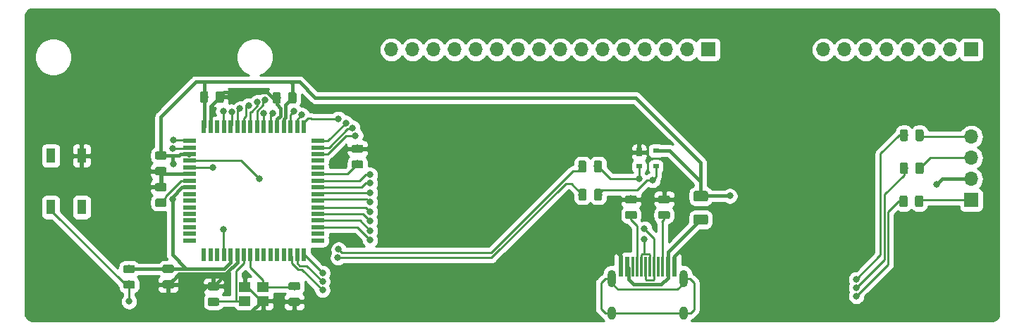
<source format=gbr>
G04 #@! TF.GenerationSoftware,KiCad,Pcbnew,(5.1.4)-1*
G04 #@! TF.CreationDate,2019-11-13T22:44:39-08:00*
G04 #@! TF.ProjectId,controller,636f6e74-726f-46c6-9c65-722e6b696361,rev?*
G04 #@! TF.SameCoordinates,Original*
G04 #@! TF.FileFunction,Copper,L1,Top*
G04 #@! TF.FilePolarity,Positive*
%FSLAX46Y46*%
G04 Gerber Fmt 4.6, Leading zero omitted, Abs format (unit mm)*
G04 Created by KiCad (PCBNEW (5.1.4)-1) date 2019-11-13 22:44:39*
%MOMM*%
%LPD*%
G04 APERTURE LIST*
%ADD10R,0.550000X1.500000*%
%ADD11R,1.500000X0.550000*%
%ADD12R,1.400000X1.200000*%
%ADD13O,1.000000X1.600000*%
%ADD14O,1.000000X2.100000*%
%ADD15R,0.300000X2.450000*%
%ADD16R,0.600000X2.450000*%
%ADD17R,0.700000X1.000000*%
%ADD18R,0.700000X0.600000*%
%ADD19R,1.100000X1.800000*%
%ADD20C,0.100000*%
%ADD21C,0.975000*%
%ADD22O,1.700000X1.700000*%
%ADD23R,1.700000X1.700000*%
%ADD24C,1.250000*%
%ADD25C,0.800000*%
%ADD26C,0.381000*%
%ADD27C,0.254000*%
G04 APERTURE END LIST*
D10*
X62578474Y-86274481D03*
X63378474Y-86274481D03*
X64178474Y-86274481D03*
X64978474Y-86274481D03*
X65778474Y-86274481D03*
X66578474Y-86274481D03*
X67378474Y-86274481D03*
X68178474Y-86274481D03*
X68978474Y-86274481D03*
X69778474Y-86274481D03*
X70578474Y-86274481D03*
X71378474Y-86274481D03*
X72178474Y-86274481D03*
X72978474Y-86274481D03*
X73778474Y-86274481D03*
X74578474Y-86274481D03*
D11*
X76278474Y-87974481D03*
X76278474Y-88774481D03*
X76278474Y-89574481D03*
X76278474Y-90374481D03*
X76278474Y-91174481D03*
X76278474Y-91974481D03*
X76278474Y-92774481D03*
X76278474Y-93574481D03*
X76278474Y-94374481D03*
X76278474Y-95174481D03*
X76278474Y-95974481D03*
X76278474Y-96774481D03*
X76278474Y-97574481D03*
X76278474Y-98374481D03*
X76278474Y-99174481D03*
X76278474Y-99974481D03*
D10*
X74578474Y-101674481D03*
X73778474Y-101674481D03*
X72978474Y-101674481D03*
X72178474Y-101674481D03*
X71378474Y-101674481D03*
X70578474Y-101674481D03*
X69778474Y-101674481D03*
X68978474Y-101674481D03*
X68178474Y-101674481D03*
X67378474Y-101674481D03*
X66578474Y-101674481D03*
X65778474Y-101674481D03*
X64978474Y-101674481D03*
X64178474Y-101674481D03*
X63378474Y-101674481D03*
X62578474Y-101674481D03*
D11*
X60878474Y-99974481D03*
X60878474Y-99174481D03*
X60878474Y-98374481D03*
X60878474Y-97574481D03*
X60878474Y-96774481D03*
X60878474Y-95974481D03*
X60878474Y-95174481D03*
X60878474Y-94374481D03*
X60878474Y-93574481D03*
X60878474Y-92774481D03*
X60878474Y-91974481D03*
X60878474Y-91174481D03*
X60878474Y-90374481D03*
X60878474Y-89574481D03*
X60878474Y-88774481D03*
X60878474Y-87974481D03*
D12*
X69693470Y-107248201D03*
X67493470Y-107248201D03*
X67493470Y-105548201D03*
X69693470Y-105548201D03*
D13*
X120207500Y-108747250D03*
X111567500Y-108747250D03*
D14*
X120207500Y-104567250D03*
X111567500Y-104567250D03*
D15*
X115637500Y-103152250D03*
X116137500Y-103152250D03*
X116637500Y-103152250D03*
X115137500Y-103152250D03*
X117137500Y-103152250D03*
X114637500Y-103152250D03*
X117637500Y-103152250D03*
X114137500Y-103152250D03*
D16*
X113437500Y-103152250D03*
X118337500Y-103152250D03*
X112662500Y-103152250D03*
X119112500Y-103152250D03*
D17*
X114871750Y-89359000D03*
D18*
X116871750Y-89159000D03*
X114871750Y-91059000D03*
X116871750Y-91059000D03*
D19*
X47887500Y-89768750D03*
X44187500Y-95968750D03*
X44187500Y-89768750D03*
X47887500Y-95968750D03*
D20*
G36*
X148821348Y-86615067D02*
G01*
X148845009Y-86618577D01*
X148868213Y-86624389D01*
X148890735Y-86632447D01*
X148912359Y-86642675D01*
X148932876Y-86654972D01*
X148952089Y-86669222D01*
X148969813Y-86685286D01*
X148985877Y-86703010D01*
X149000127Y-86722223D01*
X149012424Y-86742740D01*
X149022652Y-86764364D01*
X149030710Y-86786886D01*
X149036522Y-86810090D01*
X149040032Y-86833751D01*
X149041206Y-86857643D01*
X149041206Y-87770143D01*
X149040032Y-87794035D01*
X149036522Y-87817696D01*
X149030710Y-87840900D01*
X149022652Y-87863422D01*
X149012424Y-87885046D01*
X149000127Y-87905563D01*
X148985877Y-87924776D01*
X148969813Y-87942500D01*
X148952089Y-87958564D01*
X148932876Y-87972814D01*
X148912359Y-87985111D01*
X148890735Y-87995339D01*
X148868213Y-88003397D01*
X148845009Y-88009209D01*
X148821348Y-88012719D01*
X148797456Y-88013893D01*
X148309956Y-88013893D01*
X148286064Y-88012719D01*
X148262403Y-88009209D01*
X148239199Y-88003397D01*
X148216677Y-87995339D01*
X148195053Y-87985111D01*
X148174536Y-87972814D01*
X148155323Y-87958564D01*
X148137599Y-87942500D01*
X148121535Y-87924776D01*
X148107285Y-87905563D01*
X148094988Y-87885046D01*
X148084760Y-87863422D01*
X148076702Y-87840900D01*
X148070890Y-87817696D01*
X148067380Y-87794035D01*
X148066206Y-87770143D01*
X148066206Y-86857643D01*
X148067380Y-86833751D01*
X148070890Y-86810090D01*
X148076702Y-86786886D01*
X148084760Y-86764364D01*
X148094988Y-86742740D01*
X148107285Y-86722223D01*
X148121535Y-86703010D01*
X148137599Y-86685286D01*
X148155323Y-86669222D01*
X148174536Y-86654972D01*
X148195053Y-86642675D01*
X148216677Y-86632447D01*
X148239199Y-86624389D01*
X148262403Y-86618577D01*
X148286064Y-86615067D01*
X148309956Y-86613893D01*
X148797456Y-86613893D01*
X148821348Y-86615067D01*
X148821348Y-86615067D01*
G37*
D21*
X148553706Y-87313893D03*
D20*
G36*
X146946348Y-86615067D02*
G01*
X146970009Y-86618577D01*
X146993213Y-86624389D01*
X147015735Y-86632447D01*
X147037359Y-86642675D01*
X147057876Y-86654972D01*
X147077089Y-86669222D01*
X147094813Y-86685286D01*
X147110877Y-86703010D01*
X147125127Y-86722223D01*
X147137424Y-86742740D01*
X147147652Y-86764364D01*
X147155710Y-86786886D01*
X147161522Y-86810090D01*
X147165032Y-86833751D01*
X147166206Y-86857643D01*
X147166206Y-87770143D01*
X147165032Y-87794035D01*
X147161522Y-87817696D01*
X147155710Y-87840900D01*
X147147652Y-87863422D01*
X147137424Y-87885046D01*
X147125127Y-87905563D01*
X147110877Y-87924776D01*
X147094813Y-87942500D01*
X147077089Y-87958564D01*
X147057876Y-87972814D01*
X147037359Y-87985111D01*
X147015735Y-87995339D01*
X146993213Y-88003397D01*
X146970009Y-88009209D01*
X146946348Y-88012719D01*
X146922456Y-88013893D01*
X146434956Y-88013893D01*
X146411064Y-88012719D01*
X146387403Y-88009209D01*
X146364199Y-88003397D01*
X146341677Y-87995339D01*
X146320053Y-87985111D01*
X146299536Y-87972814D01*
X146280323Y-87958564D01*
X146262599Y-87942500D01*
X146246535Y-87924776D01*
X146232285Y-87905563D01*
X146219988Y-87885046D01*
X146209760Y-87863422D01*
X146201702Y-87840900D01*
X146195890Y-87817696D01*
X146192380Y-87794035D01*
X146191206Y-87770143D01*
X146191206Y-86857643D01*
X146192380Y-86833751D01*
X146195890Y-86810090D01*
X146201702Y-86786886D01*
X146209760Y-86764364D01*
X146219988Y-86742740D01*
X146232285Y-86722223D01*
X146246535Y-86703010D01*
X146262599Y-86685286D01*
X146280323Y-86669222D01*
X146299536Y-86654972D01*
X146320053Y-86642675D01*
X146341677Y-86632447D01*
X146364199Y-86624389D01*
X146387403Y-86618577D01*
X146411064Y-86615067D01*
X146434956Y-86613893D01*
X146922456Y-86613893D01*
X146946348Y-86615067D01*
X146946348Y-86615067D01*
G37*
D21*
X146678706Y-87313893D03*
D20*
G36*
X146946348Y-90583817D02*
G01*
X146970009Y-90587327D01*
X146993213Y-90593139D01*
X147015735Y-90601197D01*
X147037359Y-90611425D01*
X147057876Y-90623722D01*
X147077089Y-90637972D01*
X147094813Y-90654036D01*
X147110877Y-90671760D01*
X147125127Y-90690973D01*
X147137424Y-90711490D01*
X147147652Y-90733114D01*
X147155710Y-90755636D01*
X147161522Y-90778840D01*
X147165032Y-90802501D01*
X147166206Y-90826393D01*
X147166206Y-91738893D01*
X147165032Y-91762785D01*
X147161522Y-91786446D01*
X147155710Y-91809650D01*
X147147652Y-91832172D01*
X147137424Y-91853796D01*
X147125127Y-91874313D01*
X147110877Y-91893526D01*
X147094813Y-91911250D01*
X147077089Y-91927314D01*
X147057876Y-91941564D01*
X147037359Y-91953861D01*
X147015735Y-91964089D01*
X146993213Y-91972147D01*
X146970009Y-91977959D01*
X146946348Y-91981469D01*
X146922456Y-91982643D01*
X146434956Y-91982643D01*
X146411064Y-91981469D01*
X146387403Y-91977959D01*
X146364199Y-91972147D01*
X146341677Y-91964089D01*
X146320053Y-91953861D01*
X146299536Y-91941564D01*
X146280323Y-91927314D01*
X146262599Y-91911250D01*
X146246535Y-91893526D01*
X146232285Y-91874313D01*
X146219988Y-91853796D01*
X146209760Y-91832172D01*
X146201702Y-91809650D01*
X146195890Y-91786446D01*
X146192380Y-91762785D01*
X146191206Y-91738893D01*
X146191206Y-90826393D01*
X146192380Y-90802501D01*
X146195890Y-90778840D01*
X146201702Y-90755636D01*
X146209760Y-90733114D01*
X146219988Y-90711490D01*
X146232285Y-90690973D01*
X146246535Y-90671760D01*
X146262599Y-90654036D01*
X146280323Y-90637972D01*
X146299536Y-90623722D01*
X146320053Y-90611425D01*
X146341677Y-90601197D01*
X146364199Y-90593139D01*
X146387403Y-90587327D01*
X146411064Y-90583817D01*
X146434956Y-90582643D01*
X146922456Y-90582643D01*
X146946348Y-90583817D01*
X146946348Y-90583817D01*
G37*
D21*
X146678706Y-91282643D03*
D20*
G36*
X148821348Y-90583817D02*
G01*
X148845009Y-90587327D01*
X148868213Y-90593139D01*
X148890735Y-90601197D01*
X148912359Y-90611425D01*
X148932876Y-90623722D01*
X148952089Y-90637972D01*
X148969813Y-90654036D01*
X148985877Y-90671760D01*
X149000127Y-90690973D01*
X149012424Y-90711490D01*
X149022652Y-90733114D01*
X149030710Y-90755636D01*
X149036522Y-90778840D01*
X149040032Y-90802501D01*
X149041206Y-90826393D01*
X149041206Y-91738893D01*
X149040032Y-91762785D01*
X149036522Y-91786446D01*
X149030710Y-91809650D01*
X149022652Y-91832172D01*
X149012424Y-91853796D01*
X149000127Y-91874313D01*
X148985877Y-91893526D01*
X148969813Y-91911250D01*
X148952089Y-91927314D01*
X148932876Y-91941564D01*
X148912359Y-91953861D01*
X148890735Y-91964089D01*
X148868213Y-91972147D01*
X148845009Y-91977959D01*
X148821348Y-91981469D01*
X148797456Y-91982643D01*
X148309956Y-91982643D01*
X148286064Y-91981469D01*
X148262403Y-91977959D01*
X148239199Y-91972147D01*
X148216677Y-91964089D01*
X148195053Y-91953861D01*
X148174536Y-91941564D01*
X148155323Y-91927314D01*
X148137599Y-91911250D01*
X148121535Y-91893526D01*
X148107285Y-91874313D01*
X148094988Y-91853796D01*
X148084760Y-91832172D01*
X148076702Y-91809650D01*
X148070890Y-91786446D01*
X148067380Y-91762785D01*
X148066206Y-91738893D01*
X148066206Y-90826393D01*
X148067380Y-90802501D01*
X148070890Y-90778840D01*
X148076702Y-90755636D01*
X148084760Y-90733114D01*
X148094988Y-90711490D01*
X148107285Y-90690973D01*
X148121535Y-90671760D01*
X148137599Y-90654036D01*
X148155323Y-90637972D01*
X148174536Y-90623722D01*
X148195053Y-90611425D01*
X148216677Y-90601197D01*
X148239199Y-90593139D01*
X148262403Y-90587327D01*
X148286064Y-90583817D01*
X148309956Y-90582643D01*
X148797456Y-90582643D01*
X148821348Y-90583817D01*
X148821348Y-90583817D01*
G37*
D21*
X148553706Y-91282643D03*
D20*
G36*
X146897848Y-94552567D02*
G01*
X146921509Y-94556077D01*
X146944713Y-94561889D01*
X146967235Y-94569947D01*
X146988859Y-94580175D01*
X147009376Y-94592472D01*
X147028589Y-94606722D01*
X147046313Y-94622786D01*
X147062377Y-94640510D01*
X147076627Y-94659723D01*
X147088924Y-94680240D01*
X147099152Y-94701864D01*
X147107210Y-94724386D01*
X147113022Y-94747590D01*
X147116532Y-94771251D01*
X147117706Y-94795143D01*
X147117706Y-95707643D01*
X147116532Y-95731535D01*
X147113022Y-95755196D01*
X147107210Y-95778400D01*
X147099152Y-95800922D01*
X147088924Y-95822546D01*
X147076627Y-95843063D01*
X147062377Y-95862276D01*
X147046313Y-95880000D01*
X147028589Y-95896064D01*
X147009376Y-95910314D01*
X146988859Y-95922611D01*
X146967235Y-95932839D01*
X146944713Y-95940897D01*
X146921509Y-95946709D01*
X146897848Y-95950219D01*
X146873956Y-95951393D01*
X146386456Y-95951393D01*
X146362564Y-95950219D01*
X146338903Y-95946709D01*
X146315699Y-95940897D01*
X146293177Y-95932839D01*
X146271553Y-95922611D01*
X146251036Y-95910314D01*
X146231823Y-95896064D01*
X146214099Y-95880000D01*
X146198035Y-95862276D01*
X146183785Y-95843063D01*
X146171488Y-95822546D01*
X146161260Y-95800922D01*
X146153202Y-95778400D01*
X146147390Y-95755196D01*
X146143880Y-95731535D01*
X146142706Y-95707643D01*
X146142706Y-94795143D01*
X146143880Y-94771251D01*
X146147390Y-94747590D01*
X146153202Y-94724386D01*
X146161260Y-94701864D01*
X146171488Y-94680240D01*
X146183785Y-94659723D01*
X146198035Y-94640510D01*
X146214099Y-94622786D01*
X146231823Y-94606722D01*
X146251036Y-94592472D01*
X146271553Y-94580175D01*
X146293177Y-94569947D01*
X146315699Y-94561889D01*
X146338903Y-94556077D01*
X146362564Y-94552567D01*
X146386456Y-94551393D01*
X146873956Y-94551393D01*
X146897848Y-94552567D01*
X146897848Y-94552567D01*
G37*
D21*
X146630206Y-95251393D03*
D20*
G36*
X148772848Y-94552567D02*
G01*
X148796509Y-94556077D01*
X148819713Y-94561889D01*
X148842235Y-94569947D01*
X148863859Y-94580175D01*
X148884376Y-94592472D01*
X148903589Y-94606722D01*
X148921313Y-94622786D01*
X148937377Y-94640510D01*
X148951627Y-94659723D01*
X148963924Y-94680240D01*
X148974152Y-94701864D01*
X148982210Y-94724386D01*
X148988022Y-94747590D01*
X148991532Y-94771251D01*
X148992706Y-94795143D01*
X148992706Y-95707643D01*
X148991532Y-95731535D01*
X148988022Y-95755196D01*
X148982210Y-95778400D01*
X148974152Y-95800922D01*
X148963924Y-95822546D01*
X148951627Y-95843063D01*
X148937377Y-95862276D01*
X148921313Y-95880000D01*
X148903589Y-95896064D01*
X148884376Y-95910314D01*
X148863859Y-95922611D01*
X148842235Y-95932839D01*
X148819713Y-95940897D01*
X148796509Y-95946709D01*
X148772848Y-95950219D01*
X148748956Y-95951393D01*
X148261456Y-95951393D01*
X148237564Y-95950219D01*
X148213903Y-95946709D01*
X148190699Y-95940897D01*
X148168177Y-95932839D01*
X148146553Y-95922611D01*
X148126036Y-95910314D01*
X148106823Y-95896064D01*
X148089099Y-95880000D01*
X148073035Y-95862276D01*
X148058785Y-95843063D01*
X148046488Y-95822546D01*
X148036260Y-95800922D01*
X148028202Y-95778400D01*
X148022390Y-95755196D01*
X148018880Y-95731535D01*
X148017706Y-95707643D01*
X148017706Y-94795143D01*
X148018880Y-94771251D01*
X148022390Y-94747590D01*
X148028202Y-94724386D01*
X148036260Y-94701864D01*
X148046488Y-94680240D01*
X148058785Y-94659723D01*
X148073035Y-94640510D01*
X148089099Y-94622786D01*
X148106823Y-94606722D01*
X148126036Y-94592472D01*
X148146553Y-94580175D01*
X148168177Y-94569947D01*
X148190699Y-94561889D01*
X148213903Y-94556077D01*
X148237564Y-94552567D01*
X148261456Y-94551393D01*
X148748956Y-94551393D01*
X148772848Y-94552567D01*
X148772848Y-94552567D01*
G37*
D21*
X148505206Y-95251393D03*
D20*
G36*
X54074142Y-102921674D02*
G01*
X54097803Y-102925184D01*
X54121007Y-102930996D01*
X54143529Y-102939054D01*
X54165153Y-102949282D01*
X54185670Y-102961579D01*
X54204883Y-102975829D01*
X54222607Y-102991893D01*
X54238671Y-103009617D01*
X54252921Y-103028830D01*
X54265218Y-103049347D01*
X54275446Y-103070971D01*
X54283504Y-103093493D01*
X54289316Y-103116697D01*
X54292826Y-103140358D01*
X54294000Y-103164250D01*
X54294000Y-103651750D01*
X54292826Y-103675642D01*
X54289316Y-103699303D01*
X54283504Y-103722507D01*
X54275446Y-103745029D01*
X54265218Y-103766653D01*
X54252921Y-103787170D01*
X54238671Y-103806383D01*
X54222607Y-103824107D01*
X54204883Y-103840171D01*
X54185670Y-103854421D01*
X54165153Y-103866718D01*
X54143529Y-103876946D01*
X54121007Y-103885004D01*
X54097803Y-103890816D01*
X54074142Y-103894326D01*
X54050250Y-103895500D01*
X53137750Y-103895500D01*
X53113858Y-103894326D01*
X53090197Y-103890816D01*
X53066993Y-103885004D01*
X53044471Y-103876946D01*
X53022847Y-103866718D01*
X53002330Y-103854421D01*
X52983117Y-103840171D01*
X52965393Y-103824107D01*
X52949329Y-103806383D01*
X52935079Y-103787170D01*
X52922782Y-103766653D01*
X52912554Y-103745029D01*
X52904496Y-103722507D01*
X52898684Y-103699303D01*
X52895174Y-103675642D01*
X52894000Y-103651750D01*
X52894000Y-103164250D01*
X52895174Y-103140358D01*
X52898684Y-103116697D01*
X52904496Y-103093493D01*
X52912554Y-103070971D01*
X52922782Y-103049347D01*
X52935079Y-103028830D01*
X52949329Y-103009617D01*
X52965393Y-102991893D01*
X52983117Y-102975829D01*
X53002330Y-102961579D01*
X53022847Y-102949282D01*
X53044471Y-102939054D01*
X53066993Y-102930996D01*
X53090197Y-102925184D01*
X53113858Y-102921674D01*
X53137750Y-102920500D01*
X54050250Y-102920500D01*
X54074142Y-102921674D01*
X54074142Y-102921674D01*
G37*
D21*
X53594000Y-103408000D03*
D20*
G36*
X54074142Y-104796674D02*
G01*
X54097803Y-104800184D01*
X54121007Y-104805996D01*
X54143529Y-104814054D01*
X54165153Y-104824282D01*
X54185670Y-104836579D01*
X54204883Y-104850829D01*
X54222607Y-104866893D01*
X54238671Y-104884617D01*
X54252921Y-104903830D01*
X54265218Y-104924347D01*
X54275446Y-104945971D01*
X54283504Y-104968493D01*
X54289316Y-104991697D01*
X54292826Y-105015358D01*
X54294000Y-105039250D01*
X54294000Y-105526750D01*
X54292826Y-105550642D01*
X54289316Y-105574303D01*
X54283504Y-105597507D01*
X54275446Y-105620029D01*
X54265218Y-105641653D01*
X54252921Y-105662170D01*
X54238671Y-105681383D01*
X54222607Y-105699107D01*
X54204883Y-105715171D01*
X54185670Y-105729421D01*
X54165153Y-105741718D01*
X54143529Y-105751946D01*
X54121007Y-105760004D01*
X54097803Y-105765816D01*
X54074142Y-105769326D01*
X54050250Y-105770500D01*
X53137750Y-105770500D01*
X53113858Y-105769326D01*
X53090197Y-105765816D01*
X53066993Y-105760004D01*
X53044471Y-105751946D01*
X53022847Y-105741718D01*
X53002330Y-105729421D01*
X52983117Y-105715171D01*
X52965393Y-105699107D01*
X52949329Y-105681383D01*
X52935079Y-105662170D01*
X52922782Y-105641653D01*
X52912554Y-105620029D01*
X52904496Y-105597507D01*
X52898684Y-105574303D01*
X52895174Y-105550642D01*
X52894000Y-105526750D01*
X52894000Y-105039250D01*
X52895174Y-105015358D01*
X52898684Y-104991697D01*
X52904496Y-104968493D01*
X52912554Y-104945971D01*
X52922782Y-104924347D01*
X52935079Y-104903830D01*
X52949329Y-104884617D01*
X52965393Y-104866893D01*
X52983117Y-104850829D01*
X53002330Y-104836579D01*
X53022847Y-104824282D01*
X53044471Y-104814054D01*
X53066993Y-104805996D01*
X53090197Y-104800184D01*
X53113858Y-104796674D01*
X53137750Y-104795500D01*
X54050250Y-104795500D01*
X54074142Y-104796674D01*
X54074142Y-104796674D01*
G37*
D21*
X53594000Y-105283000D03*
D20*
G36*
X81506142Y-88443674D02*
G01*
X81529803Y-88447184D01*
X81553007Y-88452996D01*
X81575529Y-88461054D01*
X81597153Y-88471282D01*
X81617670Y-88483579D01*
X81636883Y-88497829D01*
X81654607Y-88513893D01*
X81670671Y-88531617D01*
X81684921Y-88550830D01*
X81697218Y-88571347D01*
X81707446Y-88592971D01*
X81715504Y-88615493D01*
X81721316Y-88638697D01*
X81724826Y-88662358D01*
X81726000Y-88686250D01*
X81726000Y-89173750D01*
X81724826Y-89197642D01*
X81721316Y-89221303D01*
X81715504Y-89244507D01*
X81707446Y-89267029D01*
X81697218Y-89288653D01*
X81684921Y-89309170D01*
X81670671Y-89328383D01*
X81654607Y-89346107D01*
X81636883Y-89362171D01*
X81617670Y-89376421D01*
X81597153Y-89388718D01*
X81575529Y-89398946D01*
X81553007Y-89407004D01*
X81529803Y-89412816D01*
X81506142Y-89416326D01*
X81482250Y-89417500D01*
X80569750Y-89417500D01*
X80545858Y-89416326D01*
X80522197Y-89412816D01*
X80498993Y-89407004D01*
X80476471Y-89398946D01*
X80454847Y-89388718D01*
X80434330Y-89376421D01*
X80415117Y-89362171D01*
X80397393Y-89346107D01*
X80381329Y-89328383D01*
X80367079Y-89309170D01*
X80354782Y-89288653D01*
X80344554Y-89267029D01*
X80336496Y-89244507D01*
X80330684Y-89221303D01*
X80327174Y-89197642D01*
X80326000Y-89173750D01*
X80326000Y-88686250D01*
X80327174Y-88662358D01*
X80330684Y-88638697D01*
X80336496Y-88615493D01*
X80344554Y-88592971D01*
X80354782Y-88571347D01*
X80367079Y-88550830D01*
X80381329Y-88531617D01*
X80397393Y-88513893D01*
X80415117Y-88497829D01*
X80434330Y-88483579D01*
X80454847Y-88471282D01*
X80476471Y-88461054D01*
X80498993Y-88452996D01*
X80522197Y-88447184D01*
X80545858Y-88443674D01*
X80569750Y-88442500D01*
X81482250Y-88442500D01*
X81506142Y-88443674D01*
X81506142Y-88443674D01*
G37*
D21*
X81026000Y-88930000D03*
D20*
G36*
X81506142Y-90318674D02*
G01*
X81529803Y-90322184D01*
X81553007Y-90327996D01*
X81575529Y-90336054D01*
X81597153Y-90346282D01*
X81617670Y-90358579D01*
X81636883Y-90372829D01*
X81654607Y-90388893D01*
X81670671Y-90406617D01*
X81684921Y-90425830D01*
X81697218Y-90446347D01*
X81707446Y-90467971D01*
X81715504Y-90490493D01*
X81721316Y-90513697D01*
X81724826Y-90537358D01*
X81726000Y-90561250D01*
X81726000Y-91048750D01*
X81724826Y-91072642D01*
X81721316Y-91096303D01*
X81715504Y-91119507D01*
X81707446Y-91142029D01*
X81697218Y-91163653D01*
X81684921Y-91184170D01*
X81670671Y-91203383D01*
X81654607Y-91221107D01*
X81636883Y-91237171D01*
X81617670Y-91251421D01*
X81597153Y-91263718D01*
X81575529Y-91273946D01*
X81553007Y-91282004D01*
X81529803Y-91287816D01*
X81506142Y-91291326D01*
X81482250Y-91292500D01*
X80569750Y-91292500D01*
X80545858Y-91291326D01*
X80522197Y-91287816D01*
X80498993Y-91282004D01*
X80476471Y-91273946D01*
X80454847Y-91263718D01*
X80434330Y-91251421D01*
X80415117Y-91237171D01*
X80397393Y-91221107D01*
X80381329Y-91203383D01*
X80367079Y-91184170D01*
X80354782Y-91163653D01*
X80344554Y-91142029D01*
X80336496Y-91119507D01*
X80330684Y-91096303D01*
X80327174Y-91072642D01*
X80326000Y-91048750D01*
X80326000Y-90561250D01*
X80327174Y-90537358D01*
X80330684Y-90513697D01*
X80336496Y-90490493D01*
X80344554Y-90467971D01*
X80354782Y-90446347D01*
X80367079Y-90425830D01*
X80381329Y-90406617D01*
X80397393Y-90388893D01*
X80415117Y-90372829D01*
X80434330Y-90358579D01*
X80454847Y-90346282D01*
X80476471Y-90336054D01*
X80498993Y-90327996D01*
X80522197Y-90322184D01*
X80545858Y-90318674D01*
X80569750Y-90317500D01*
X81482250Y-90317500D01*
X81506142Y-90318674D01*
X81506142Y-90318674D01*
G37*
D21*
X81026000Y-90805000D03*
D20*
G36*
X108326409Y-93757424D02*
G01*
X108350070Y-93760934D01*
X108373274Y-93766746D01*
X108395796Y-93774804D01*
X108417420Y-93785032D01*
X108437937Y-93797329D01*
X108457150Y-93811579D01*
X108474874Y-93827643D01*
X108490938Y-93845367D01*
X108505188Y-93864580D01*
X108517485Y-93885097D01*
X108527713Y-93906721D01*
X108535771Y-93929243D01*
X108541583Y-93952447D01*
X108545093Y-93976108D01*
X108546267Y-94000000D01*
X108546267Y-94912500D01*
X108545093Y-94936392D01*
X108541583Y-94960053D01*
X108535771Y-94983257D01*
X108527713Y-95005779D01*
X108517485Y-95027403D01*
X108505188Y-95047920D01*
X108490938Y-95067133D01*
X108474874Y-95084857D01*
X108457150Y-95100921D01*
X108437937Y-95115171D01*
X108417420Y-95127468D01*
X108395796Y-95137696D01*
X108373274Y-95145754D01*
X108350070Y-95151566D01*
X108326409Y-95155076D01*
X108302517Y-95156250D01*
X107815017Y-95156250D01*
X107791125Y-95155076D01*
X107767464Y-95151566D01*
X107744260Y-95145754D01*
X107721738Y-95137696D01*
X107700114Y-95127468D01*
X107679597Y-95115171D01*
X107660384Y-95100921D01*
X107642660Y-95084857D01*
X107626596Y-95067133D01*
X107612346Y-95047920D01*
X107600049Y-95027403D01*
X107589821Y-95005779D01*
X107581763Y-94983257D01*
X107575951Y-94960053D01*
X107572441Y-94936392D01*
X107571267Y-94912500D01*
X107571267Y-94000000D01*
X107572441Y-93976108D01*
X107575951Y-93952447D01*
X107581763Y-93929243D01*
X107589821Y-93906721D01*
X107600049Y-93885097D01*
X107612346Y-93864580D01*
X107626596Y-93845367D01*
X107642660Y-93827643D01*
X107660384Y-93811579D01*
X107679597Y-93797329D01*
X107700114Y-93785032D01*
X107721738Y-93774804D01*
X107744260Y-93766746D01*
X107767464Y-93760934D01*
X107791125Y-93757424D01*
X107815017Y-93756250D01*
X108302517Y-93756250D01*
X108326409Y-93757424D01*
X108326409Y-93757424D01*
G37*
D21*
X108058767Y-94456250D03*
D20*
G36*
X110201409Y-93757424D02*
G01*
X110225070Y-93760934D01*
X110248274Y-93766746D01*
X110270796Y-93774804D01*
X110292420Y-93785032D01*
X110312937Y-93797329D01*
X110332150Y-93811579D01*
X110349874Y-93827643D01*
X110365938Y-93845367D01*
X110380188Y-93864580D01*
X110392485Y-93885097D01*
X110402713Y-93906721D01*
X110410771Y-93929243D01*
X110416583Y-93952447D01*
X110420093Y-93976108D01*
X110421267Y-94000000D01*
X110421267Y-94912500D01*
X110420093Y-94936392D01*
X110416583Y-94960053D01*
X110410771Y-94983257D01*
X110402713Y-95005779D01*
X110392485Y-95027403D01*
X110380188Y-95047920D01*
X110365938Y-95067133D01*
X110349874Y-95084857D01*
X110332150Y-95100921D01*
X110312937Y-95115171D01*
X110292420Y-95127468D01*
X110270796Y-95137696D01*
X110248274Y-95145754D01*
X110225070Y-95151566D01*
X110201409Y-95155076D01*
X110177517Y-95156250D01*
X109690017Y-95156250D01*
X109666125Y-95155076D01*
X109642464Y-95151566D01*
X109619260Y-95145754D01*
X109596738Y-95137696D01*
X109575114Y-95127468D01*
X109554597Y-95115171D01*
X109535384Y-95100921D01*
X109517660Y-95084857D01*
X109501596Y-95067133D01*
X109487346Y-95047920D01*
X109475049Y-95027403D01*
X109464821Y-95005779D01*
X109456763Y-94983257D01*
X109450951Y-94960053D01*
X109447441Y-94936392D01*
X109446267Y-94912500D01*
X109446267Y-94000000D01*
X109447441Y-93976108D01*
X109450951Y-93952447D01*
X109456763Y-93929243D01*
X109464821Y-93906721D01*
X109475049Y-93885097D01*
X109487346Y-93864580D01*
X109501596Y-93845367D01*
X109517660Y-93827643D01*
X109535384Y-93811579D01*
X109554597Y-93797329D01*
X109575114Y-93785032D01*
X109596738Y-93774804D01*
X109619260Y-93766746D01*
X109642464Y-93760934D01*
X109666125Y-93757424D01*
X109690017Y-93756250D01*
X110177517Y-93756250D01*
X110201409Y-93757424D01*
X110201409Y-93757424D01*
G37*
D21*
X109933767Y-94456250D03*
D20*
G36*
X110186409Y-90360174D02*
G01*
X110210070Y-90363684D01*
X110233274Y-90369496D01*
X110255796Y-90377554D01*
X110277420Y-90387782D01*
X110297937Y-90400079D01*
X110317150Y-90414329D01*
X110334874Y-90430393D01*
X110350938Y-90448117D01*
X110365188Y-90467330D01*
X110377485Y-90487847D01*
X110387713Y-90509471D01*
X110395771Y-90531993D01*
X110401583Y-90555197D01*
X110405093Y-90578858D01*
X110406267Y-90602750D01*
X110406267Y-91515250D01*
X110405093Y-91539142D01*
X110401583Y-91562803D01*
X110395771Y-91586007D01*
X110387713Y-91608529D01*
X110377485Y-91630153D01*
X110365188Y-91650670D01*
X110350938Y-91669883D01*
X110334874Y-91687607D01*
X110317150Y-91703671D01*
X110297937Y-91717921D01*
X110277420Y-91730218D01*
X110255796Y-91740446D01*
X110233274Y-91748504D01*
X110210070Y-91754316D01*
X110186409Y-91757826D01*
X110162517Y-91759000D01*
X109675017Y-91759000D01*
X109651125Y-91757826D01*
X109627464Y-91754316D01*
X109604260Y-91748504D01*
X109581738Y-91740446D01*
X109560114Y-91730218D01*
X109539597Y-91717921D01*
X109520384Y-91703671D01*
X109502660Y-91687607D01*
X109486596Y-91669883D01*
X109472346Y-91650670D01*
X109460049Y-91630153D01*
X109449821Y-91608529D01*
X109441763Y-91586007D01*
X109435951Y-91562803D01*
X109432441Y-91539142D01*
X109431267Y-91515250D01*
X109431267Y-90602750D01*
X109432441Y-90578858D01*
X109435951Y-90555197D01*
X109441763Y-90531993D01*
X109449821Y-90509471D01*
X109460049Y-90487847D01*
X109472346Y-90467330D01*
X109486596Y-90448117D01*
X109502660Y-90430393D01*
X109520384Y-90414329D01*
X109539597Y-90400079D01*
X109560114Y-90387782D01*
X109581738Y-90377554D01*
X109604260Y-90369496D01*
X109627464Y-90363684D01*
X109651125Y-90360174D01*
X109675017Y-90359000D01*
X110162517Y-90359000D01*
X110186409Y-90360174D01*
X110186409Y-90360174D01*
G37*
D21*
X109918767Y-91059000D03*
D20*
G36*
X108311409Y-90360174D02*
G01*
X108335070Y-90363684D01*
X108358274Y-90369496D01*
X108380796Y-90377554D01*
X108402420Y-90387782D01*
X108422937Y-90400079D01*
X108442150Y-90414329D01*
X108459874Y-90430393D01*
X108475938Y-90448117D01*
X108490188Y-90467330D01*
X108502485Y-90487847D01*
X108512713Y-90509471D01*
X108520771Y-90531993D01*
X108526583Y-90555197D01*
X108530093Y-90578858D01*
X108531267Y-90602750D01*
X108531267Y-91515250D01*
X108530093Y-91539142D01*
X108526583Y-91562803D01*
X108520771Y-91586007D01*
X108512713Y-91608529D01*
X108502485Y-91630153D01*
X108490188Y-91650670D01*
X108475938Y-91669883D01*
X108459874Y-91687607D01*
X108442150Y-91703671D01*
X108422937Y-91717921D01*
X108402420Y-91730218D01*
X108380796Y-91740446D01*
X108358274Y-91748504D01*
X108335070Y-91754316D01*
X108311409Y-91757826D01*
X108287517Y-91759000D01*
X107800017Y-91759000D01*
X107776125Y-91757826D01*
X107752464Y-91754316D01*
X107729260Y-91748504D01*
X107706738Y-91740446D01*
X107685114Y-91730218D01*
X107664597Y-91717921D01*
X107645384Y-91703671D01*
X107627660Y-91687607D01*
X107611596Y-91669883D01*
X107597346Y-91650670D01*
X107585049Y-91630153D01*
X107574821Y-91608529D01*
X107566763Y-91586007D01*
X107560951Y-91562803D01*
X107557441Y-91539142D01*
X107556267Y-91515250D01*
X107556267Y-90602750D01*
X107557441Y-90578858D01*
X107560951Y-90555197D01*
X107566763Y-90531993D01*
X107574821Y-90509471D01*
X107585049Y-90487847D01*
X107597346Y-90467330D01*
X107611596Y-90448117D01*
X107627660Y-90430393D01*
X107645384Y-90414329D01*
X107664597Y-90400079D01*
X107685114Y-90387782D01*
X107706738Y-90377554D01*
X107729260Y-90369496D01*
X107752464Y-90363684D01*
X107776125Y-90360174D01*
X107800017Y-90359000D01*
X108287517Y-90359000D01*
X108311409Y-90360174D01*
X108311409Y-90360174D01*
G37*
D21*
X108043767Y-91059000D03*
D20*
G36*
X118343000Y-94542748D02*
G01*
X118366661Y-94546258D01*
X118389865Y-94552070D01*
X118412387Y-94560128D01*
X118434011Y-94570356D01*
X118454528Y-94582653D01*
X118473741Y-94596903D01*
X118491465Y-94612967D01*
X118507529Y-94630691D01*
X118521779Y-94649904D01*
X118534076Y-94670421D01*
X118544304Y-94692045D01*
X118552362Y-94714567D01*
X118558174Y-94737771D01*
X118561684Y-94761432D01*
X118562858Y-94785324D01*
X118562858Y-95272824D01*
X118561684Y-95296716D01*
X118558174Y-95320377D01*
X118552362Y-95343581D01*
X118544304Y-95366103D01*
X118534076Y-95387727D01*
X118521779Y-95408244D01*
X118507529Y-95427457D01*
X118491465Y-95445181D01*
X118473741Y-95461245D01*
X118454528Y-95475495D01*
X118434011Y-95487792D01*
X118412387Y-95498020D01*
X118389865Y-95506078D01*
X118366661Y-95511890D01*
X118343000Y-95515400D01*
X118319108Y-95516574D01*
X117406608Y-95516574D01*
X117382716Y-95515400D01*
X117359055Y-95511890D01*
X117335851Y-95506078D01*
X117313329Y-95498020D01*
X117291705Y-95487792D01*
X117271188Y-95475495D01*
X117251975Y-95461245D01*
X117234251Y-95445181D01*
X117218187Y-95427457D01*
X117203937Y-95408244D01*
X117191640Y-95387727D01*
X117181412Y-95366103D01*
X117173354Y-95343581D01*
X117167542Y-95320377D01*
X117164032Y-95296716D01*
X117162858Y-95272824D01*
X117162858Y-94785324D01*
X117164032Y-94761432D01*
X117167542Y-94737771D01*
X117173354Y-94714567D01*
X117181412Y-94692045D01*
X117191640Y-94670421D01*
X117203937Y-94649904D01*
X117218187Y-94630691D01*
X117234251Y-94612967D01*
X117251975Y-94596903D01*
X117271188Y-94582653D01*
X117291705Y-94570356D01*
X117313329Y-94560128D01*
X117335851Y-94552070D01*
X117359055Y-94546258D01*
X117382716Y-94542748D01*
X117406608Y-94541574D01*
X118319108Y-94541574D01*
X118343000Y-94542748D01*
X118343000Y-94542748D01*
G37*
D21*
X117862858Y-95029074D03*
D20*
G36*
X118343000Y-96417748D02*
G01*
X118366661Y-96421258D01*
X118389865Y-96427070D01*
X118412387Y-96435128D01*
X118434011Y-96445356D01*
X118454528Y-96457653D01*
X118473741Y-96471903D01*
X118491465Y-96487967D01*
X118507529Y-96505691D01*
X118521779Y-96524904D01*
X118534076Y-96545421D01*
X118544304Y-96567045D01*
X118552362Y-96589567D01*
X118558174Y-96612771D01*
X118561684Y-96636432D01*
X118562858Y-96660324D01*
X118562858Y-97147824D01*
X118561684Y-97171716D01*
X118558174Y-97195377D01*
X118552362Y-97218581D01*
X118544304Y-97241103D01*
X118534076Y-97262727D01*
X118521779Y-97283244D01*
X118507529Y-97302457D01*
X118491465Y-97320181D01*
X118473741Y-97336245D01*
X118454528Y-97350495D01*
X118434011Y-97362792D01*
X118412387Y-97373020D01*
X118389865Y-97381078D01*
X118366661Y-97386890D01*
X118343000Y-97390400D01*
X118319108Y-97391574D01*
X117406608Y-97391574D01*
X117382716Y-97390400D01*
X117359055Y-97386890D01*
X117335851Y-97381078D01*
X117313329Y-97373020D01*
X117291705Y-97362792D01*
X117271188Y-97350495D01*
X117251975Y-97336245D01*
X117234251Y-97320181D01*
X117218187Y-97302457D01*
X117203937Y-97283244D01*
X117191640Y-97262727D01*
X117181412Y-97241103D01*
X117173354Y-97218581D01*
X117167542Y-97195377D01*
X117164032Y-97171716D01*
X117162858Y-97147824D01*
X117162858Y-96660324D01*
X117164032Y-96636432D01*
X117167542Y-96612771D01*
X117173354Y-96589567D01*
X117181412Y-96567045D01*
X117191640Y-96545421D01*
X117203937Y-96524904D01*
X117218187Y-96505691D01*
X117234251Y-96487967D01*
X117251975Y-96471903D01*
X117271188Y-96457653D01*
X117291705Y-96445356D01*
X117313329Y-96435128D01*
X117335851Y-96427070D01*
X117359055Y-96421258D01*
X117382716Y-96417748D01*
X117406608Y-96416574D01*
X118319108Y-96416574D01*
X118343000Y-96417748D01*
X118343000Y-96417748D01*
G37*
D21*
X117862858Y-96904074D03*
D20*
G36*
X114374250Y-94542748D02*
G01*
X114397911Y-94546258D01*
X114421115Y-94552070D01*
X114443637Y-94560128D01*
X114465261Y-94570356D01*
X114485778Y-94582653D01*
X114504991Y-94596903D01*
X114522715Y-94612967D01*
X114538779Y-94630691D01*
X114553029Y-94649904D01*
X114565326Y-94670421D01*
X114575554Y-94692045D01*
X114583612Y-94714567D01*
X114589424Y-94737771D01*
X114592934Y-94761432D01*
X114594108Y-94785324D01*
X114594108Y-95272824D01*
X114592934Y-95296716D01*
X114589424Y-95320377D01*
X114583612Y-95343581D01*
X114575554Y-95366103D01*
X114565326Y-95387727D01*
X114553029Y-95408244D01*
X114538779Y-95427457D01*
X114522715Y-95445181D01*
X114504991Y-95461245D01*
X114485778Y-95475495D01*
X114465261Y-95487792D01*
X114443637Y-95498020D01*
X114421115Y-95506078D01*
X114397911Y-95511890D01*
X114374250Y-95515400D01*
X114350358Y-95516574D01*
X113437858Y-95516574D01*
X113413966Y-95515400D01*
X113390305Y-95511890D01*
X113367101Y-95506078D01*
X113344579Y-95498020D01*
X113322955Y-95487792D01*
X113302438Y-95475495D01*
X113283225Y-95461245D01*
X113265501Y-95445181D01*
X113249437Y-95427457D01*
X113235187Y-95408244D01*
X113222890Y-95387727D01*
X113212662Y-95366103D01*
X113204604Y-95343581D01*
X113198792Y-95320377D01*
X113195282Y-95296716D01*
X113194108Y-95272824D01*
X113194108Y-94785324D01*
X113195282Y-94761432D01*
X113198792Y-94737771D01*
X113204604Y-94714567D01*
X113212662Y-94692045D01*
X113222890Y-94670421D01*
X113235187Y-94649904D01*
X113249437Y-94630691D01*
X113265501Y-94612967D01*
X113283225Y-94596903D01*
X113302438Y-94582653D01*
X113322955Y-94570356D01*
X113344579Y-94560128D01*
X113367101Y-94552070D01*
X113390305Y-94546258D01*
X113413966Y-94542748D01*
X113437858Y-94541574D01*
X114350358Y-94541574D01*
X114374250Y-94542748D01*
X114374250Y-94542748D01*
G37*
D21*
X113894108Y-95029074D03*
D20*
G36*
X114374250Y-96417748D02*
G01*
X114397911Y-96421258D01*
X114421115Y-96427070D01*
X114443637Y-96435128D01*
X114465261Y-96445356D01*
X114485778Y-96457653D01*
X114504991Y-96471903D01*
X114522715Y-96487967D01*
X114538779Y-96505691D01*
X114553029Y-96524904D01*
X114565326Y-96545421D01*
X114575554Y-96567045D01*
X114583612Y-96589567D01*
X114589424Y-96612771D01*
X114592934Y-96636432D01*
X114594108Y-96660324D01*
X114594108Y-97147824D01*
X114592934Y-97171716D01*
X114589424Y-97195377D01*
X114583612Y-97218581D01*
X114575554Y-97241103D01*
X114565326Y-97262727D01*
X114553029Y-97283244D01*
X114538779Y-97302457D01*
X114522715Y-97320181D01*
X114504991Y-97336245D01*
X114485778Y-97350495D01*
X114465261Y-97362792D01*
X114443637Y-97373020D01*
X114421115Y-97381078D01*
X114397911Y-97386890D01*
X114374250Y-97390400D01*
X114350358Y-97391574D01*
X113437858Y-97391574D01*
X113413966Y-97390400D01*
X113390305Y-97386890D01*
X113367101Y-97381078D01*
X113344579Y-97373020D01*
X113322955Y-97362792D01*
X113302438Y-97350495D01*
X113283225Y-97336245D01*
X113265501Y-97320181D01*
X113249437Y-97302457D01*
X113235187Y-97283244D01*
X113222890Y-97262727D01*
X113212662Y-97241103D01*
X113204604Y-97218581D01*
X113198792Y-97195377D01*
X113195282Y-97171716D01*
X113194108Y-97147824D01*
X113194108Y-96660324D01*
X113195282Y-96636432D01*
X113198792Y-96612771D01*
X113204604Y-96589567D01*
X113212662Y-96567045D01*
X113222890Y-96545421D01*
X113235187Y-96524904D01*
X113249437Y-96505691D01*
X113265501Y-96487967D01*
X113283225Y-96471903D01*
X113302438Y-96457653D01*
X113322955Y-96445356D01*
X113344579Y-96435128D01*
X113367101Y-96427070D01*
X113390305Y-96421258D01*
X113413966Y-96417748D01*
X113437858Y-96416574D01*
X114350358Y-96416574D01*
X114374250Y-96417748D01*
X114374250Y-96417748D01*
G37*
D21*
X113894108Y-96904074D03*
D22*
X85090000Y-76993750D03*
X87630000Y-76993750D03*
X90170000Y-76993750D03*
X92710000Y-76993750D03*
X95250000Y-76993750D03*
X97790000Y-76993750D03*
X100330000Y-76993750D03*
X102870000Y-76993750D03*
X105410000Y-76993750D03*
X107950000Y-76993750D03*
X110490000Y-76993750D03*
X113030000Y-76993750D03*
X115570000Y-76993750D03*
X118110000Y-76993750D03*
X120650000Y-76993750D03*
D23*
X123190000Y-76993750D03*
D22*
X137001250Y-76993750D03*
X139541250Y-76993750D03*
X142081250Y-76993750D03*
X144621250Y-76993750D03*
X147161250Y-76993750D03*
X149701250Y-76993750D03*
X152241250Y-76993750D03*
D23*
X154781250Y-76993750D03*
D22*
X154764202Y-87480375D03*
X154764202Y-90020375D03*
X154764202Y-92560375D03*
D23*
X154764202Y-95100375D03*
D20*
G36*
X122911056Y-96818983D02*
G01*
X122935325Y-96822583D01*
X122959123Y-96828544D01*
X122982223Y-96836809D01*
X123004401Y-96847299D01*
X123025445Y-96859912D01*
X123045150Y-96874526D01*
X123063329Y-96891002D01*
X123079805Y-96909181D01*
X123094419Y-96928886D01*
X123107032Y-96949930D01*
X123117522Y-96972108D01*
X123125787Y-96995208D01*
X123131748Y-97019006D01*
X123135348Y-97043275D01*
X123136552Y-97067779D01*
X123136552Y-97817779D01*
X123135348Y-97842283D01*
X123131748Y-97866552D01*
X123125787Y-97890350D01*
X123117522Y-97913450D01*
X123107032Y-97935628D01*
X123094419Y-97956672D01*
X123079805Y-97976377D01*
X123063329Y-97994556D01*
X123045150Y-98011032D01*
X123025445Y-98025646D01*
X123004401Y-98038259D01*
X122982223Y-98048749D01*
X122959123Y-98057014D01*
X122935325Y-98062975D01*
X122911056Y-98066575D01*
X122886552Y-98067779D01*
X121636552Y-98067779D01*
X121612048Y-98066575D01*
X121587779Y-98062975D01*
X121563981Y-98057014D01*
X121540881Y-98048749D01*
X121518703Y-98038259D01*
X121497659Y-98025646D01*
X121477954Y-98011032D01*
X121459775Y-97994556D01*
X121443299Y-97976377D01*
X121428685Y-97956672D01*
X121416072Y-97935628D01*
X121405582Y-97913450D01*
X121397317Y-97890350D01*
X121391356Y-97866552D01*
X121387756Y-97842283D01*
X121386552Y-97817779D01*
X121386552Y-97067779D01*
X121387756Y-97043275D01*
X121391356Y-97019006D01*
X121397317Y-96995208D01*
X121405582Y-96972108D01*
X121416072Y-96949930D01*
X121428685Y-96928886D01*
X121443299Y-96909181D01*
X121459775Y-96891002D01*
X121477954Y-96874526D01*
X121497659Y-96859912D01*
X121518703Y-96847299D01*
X121540881Y-96836809D01*
X121563981Y-96828544D01*
X121587779Y-96822583D01*
X121612048Y-96818983D01*
X121636552Y-96817779D01*
X122886552Y-96817779D01*
X122911056Y-96818983D01*
X122911056Y-96818983D01*
G37*
D24*
X122261552Y-97442779D03*
D20*
G36*
X122911056Y-94018983D02*
G01*
X122935325Y-94022583D01*
X122959123Y-94028544D01*
X122982223Y-94036809D01*
X123004401Y-94047299D01*
X123025445Y-94059912D01*
X123045150Y-94074526D01*
X123063329Y-94091002D01*
X123079805Y-94109181D01*
X123094419Y-94128886D01*
X123107032Y-94149930D01*
X123117522Y-94172108D01*
X123125787Y-94195208D01*
X123131748Y-94219006D01*
X123135348Y-94243275D01*
X123136552Y-94267779D01*
X123136552Y-95017779D01*
X123135348Y-95042283D01*
X123131748Y-95066552D01*
X123125787Y-95090350D01*
X123117522Y-95113450D01*
X123107032Y-95135628D01*
X123094419Y-95156672D01*
X123079805Y-95176377D01*
X123063329Y-95194556D01*
X123045150Y-95211032D01*
X123025445Y-95225646D01*
X123004401Y-95238259D01*
X122982223Y-95248749D01*
X122959123Y-95257014D01*
X122935325Y-95262975D01*
X122911056Y-95266575D01*
X122886552Y-95267779D01*
X121636552Y-95267779D01*
X121612048Y-95266575D01*
X121587779Y-95262975D01*
X121563981Y-95257014D01*
X121540881Y-95248749D01*
X121518703Y-95238259D01*
X121497659Y-95225646D01*
X121477954Y-95211032D01*
X121459775Y-95194556D01*
X121443299Y-95176377D01*
X121428685Y-95156672D01*
X121416072Y-95135628D01*
X121405582Y-95113450D01*
X121397317Y-95090350D01*
X121391356Y-95066552D01*
X121387756Y-95042283D01*
X121386552Y-95017779D01*
X121386552Y-94267779D01*
X121387756Y-94243275D01*
X121391356Y-94219006D01*
X121397317Y-94195208D01*
X121405582Y-94172108D01*
X121416072Y-94149930D01*
X121428685Y-94128886D01*
X121443299Y-94109181D01*
X121459775Y-94091002D01*
X121477954Y-94074526D01*
X121497659Y-94059912D01*
X121518703Y-94047299D01*
X121540881Y-94036809D01*
X121563981Y-94028544D01*
X121587779Y-94022583D01*
X121612048Y-94018983D01*
X121636552Y-94017779D01*
X122886552Y-94017779D01*
X122911056Y-94018983D01*
X122911056Y-94018983D01*
G37*
D24*
X122261552Y-94642779D03*
D20*
G36*
X57884142Y-89254174D02*
G01*
X57907803Y-89257684D01*
X57931007Y-89263496D01*
X57953529Y-89271554D01*
X57975153Y-89281782D01*
X57995670Y-89294079D01*
X58014883Y-89308329D01*
X58032607Y-89324393D01*
X58048671Y-89342117D01*
X58062921Y-89361330D01*
X58075218Y-89381847D01*
X58085446Y-89403471D01*
X58093504Y-89425993D01*
X58099316Y-89449197D01*
X58102826Y-89472858D01*
X58104000Y-89496750D01*
X58104000Y-89984250D01*
X58102826Y-90008142D01*
X58099316Y-90031803D01*
X58093504Y-90055007D01*
X58085446Y-90077529D01*
X58075218Y-90099153D01*
X58062921Y-90119670D01*
X58048671Y-90138883D01*
X58032607Y-90156607D01*
X58014883Y-90172671D01*
X57995670Y-90186921D01*
X57975153Y-90199218D01*
X57953529Y-90209446D01*
X57931007Y-90217504D01*
X57907803Y-90223316D01*
X57884142Y-90226826D01*
X57860250Y-90228000D01*
X56947750Y-90228000D01*
X56923858Y-90226826D01*
X56900197Y-90223316D01*
X56876993Y-90217504D01*
X56854471Y-90209446D01*
X56832847Y-90199218D01*
X56812330Y-90186921D01*
X56793117Y-90172671D01*
X56775393Y-90156607D01*
X56759329Y-90138883D01*
X56745079Y-90119670D01*
X56732782Y-90099153D01*
X56722554Y-90077529D01*
X56714496Y-90055007D01*
X56708684Y-90031803D01*
X56705174Y-90008142D01*
X56704000Y-89984250D01*
X56704000Y-89496750D01*
X56705174Y-89472858D01*
X56708684Y-89449197D01*
X56714496Y-89425993D01*
X56722554Y-89403471D01*
X56732782Y-89381847D01*
X56745079Y-89361330D01*
X56759329Y-89342117D01*
X56775393Y-89324393D01*
X56793117Y-89308329D01*
X56812330Y-89294079D01*
X56832847Y-89281782D01*
X56854471Y-89271554D01*
X56876993Y-89263496D01*
X56900197Y-89257684D01*
X56923858Y-89254174D01*
X56947750Y-89253000D01*
X57860250Y-89253000D01*
X57884142Y-89254174D01*
X57884142Y-89254174D01*
G37*
D21*
X57404000Y-89740500D03*
D20*
G36*
X57884142Y-91129174D02*
G01*
X57907803Y-91132684D01*
X57931007Y-91138496D01*
X57953529Y-91146554D01*
X57975153Y-91156782D01*
X57995670Y-91169079D01*
X58014883Y-91183329D01*
X58032607Y-91199393D01*
X58048671Y-91217117D01*
X58062921Y-91236330D01*
X58075218Y-91256847D01*
X58085446Y-91278471D01*
X58093504Y-91300993D01*
X58099316Y-91324197D01*
X58102826Y-91347858D01*
X58104000Y-91371750D01*
X58104000Y-91859250D01*
X58102826Y-91883142D01*
X58099316Y-91906803D01*
X58093504Y-91930007D01*
X58085446Y-91952529D01*
X58075218Y-91974153D01*
X58062921Y-91994670D01*
X58048671Y-92013883D01*
X58032607Y-92031607D01*
X58014883Y-92047671D01*
X57995670Y-92061921D01*
X57975153Y-92074218D01*
X57953529Y-92084446D01*
X57931007Y-92092504D01*
X57907803Y-92098316D01*
X57884142Y-92101826D01*
X57860250Y-92103000D01*
X56947750Y-92103000D01*
X56923858Y-92101826D01*
X56900197Y-92098316D01*
X56876993Y-92092504D01*
X56854471Y-92084446D01*
X56832847Y-92074218D01*
X56812330Y-92061921D01*
X56793117Y-92047671D01*
X56775393Y-92031607D01*
X56759329Y-92013883D01*
X56745079Y-91994670D01*
X56732782Y-91974153D01*
X56722554Y-91952529D01*
X56714496Y-91930007D01*
X56708684Y-91906803D01*
X56705174Y-91883142D01*
X56704000Y-91859250D01*
X56704000Y-91371750D01*
X56705174Y-91347858D01*
X56708684Y-91324197D01*
X56714496Y-91300993D01*
X56722554Y-91278471D01*
X56732782Y-91256847D01*
X56745079Y-91236330D01*
X56759329Y-91217117D01*
X56775393Y-91199393D01*
X56793117Y-91183329D01*
X56812330Y-91169079D01*
X56832847Y-91156782D01*
X56854471Y-91146554D01*
X56876993Y-91138496D01*
X56900197Y-91132684D01*
X56923858Y-91129174D01*
X56947750Y-91128000D01*
X57860250Y-91128000D01*
X57884142Y-91129174D01*
X57884142Y-91129174D01*
G37*
D21*
X57404000Y-91615500D03*
D20*
G36*
X64750366Y-82004405D02*
G01*
X64774027Y-82007915D01*
X64797231Y-82013727D01*
X64819753Y-82021785D01*
X64841377Y-82032013D01*
X64861894Y-82044310D01*
X64881107Y-82058560D01*
X64898831Y-82074624D01*
X64914895Y-82092348D01*
X64929145Y-82111561D01*
X64941442Y-82132078D01*
X64951670Y-82153702D01*
X64959728Y-82176224D01*
X64965540Y-82199428D01*
X64969050Y-82223089D01*
X64970224Y-82246981D01*
X64970224Y-83159481D01*
X64969050Y-83183373D01*
X64965540Y-83207034D01*
X64959728Y-83230238D01*
X64951670Y-83252760D01*
X64941442Y-83274384D01*
X64929145Y-83294901D01*
X64914895Y-83314114D01*
X64898831Y-83331838D01*
X64881107Y-83347902D01*
X64861894Y-83362152D01*
X64841377Y-83374449D01*
X64819753Y-83384677D01*
X64797231Y-83392735D01*
X64774027Y-83398547D01*
X64750366Y-83402057D01*
X64726474Y-83403231D01*
X64238974Y-83403231D01*
X64215082Y-83402057D01*
X64191421Y-83398547D01*
X64168217Y-83392735D01*
X64145695Y-83384677D01*
X64124071Y-83374449D01*
X64103554Y-83362152D01*
X64084341Y-83347902D01*
X64066617Y-83331838D01*
X64050553Y-83314114D01*
X64036303Y-83294901D01*
X64024006Y-83274384D01*
X64013778Y-83252760D01*
X64005720Y-83230238D01*
X63999908Y-83207034D01*
X63996398Y-83183373D01*
X63995224Y-83159481D01*
X63995224Y-82246981D01*
X63996398Y-82223089D01*
X63999908Y-82199428D01*
X64005720Y-82176224D01*
X64013778Y-82153702D01*
X64024006Y-82132078D01*
X64036303Y-82111561D01*
X64050553Y-82092348D01*
X64066617Y-82074624D01*
X64084341Y-82058560D01*
X64103554Y-82044310D01*
X64124071Y-82032013D01*
X64145695Y-82021785D01*
X64168217Y-82013727D01*
X64191421Y-82007915D01*
X64215082Y-82004405D01*
X64238974Y-82003231D01*
X64726474Y-82003231D01*
X64750366Y-82004405D01*
X64750366Y-82004405D01*
G37*
D21*
X64482724Y-82703231D03*
D20*
G36*
X62875366Y-82004405D02*
G01*
X62899027Y-82007915D01*
X62922231Y-82013727D01*
X62944753Y-82021785D01*
X62966377Y-82032013D01*
X62986894Y-82044310D01*
X63006107Y-82058560D01*
X63023831Y-82074624D01*
X63039895Y-82092348D01*
X63054145Y-82111561D01*
X63066442Y-82132078D01*
X63076670Y-82153702D01*
X63084728Y-82176224D01*
X63090540Y-82199428D01*
X63094050Y-82223089D01*
X63095224Y-82246981D01*
X63095224Y-83159481D01*
X63094050Y-83183373D01*
X63090540Y-83207034D01*
X63084728Y-83230238D01*
X63076670Y-83252760D01*
X63066442Y-83274384D01*
X63054145Y-83294901D01*
X63039895Y-83314114D01*
X63023831Y-83331838D01*
X63006107Y-83347902D01*
X62986894Y-83362152D01*
X62966377Y-83374449D01*
X62944753Y-83384677D01*
X62922231Y-83392735D01*
X62899027Y-83398547D01*
X62875366Y-83402057D01*
X62851474Y-83403231D01*
X62363974Y-83403231D01*
X62340082Y-83402057D01*
X62316421Y-83398547D01*
X62293217Y-83392735D01*
X62270695Y-83384677D01*
X62249071Y-83374449D01*
X62228554Y-83362152D01*
X62209341Y-83347902D01*
X62191617Y-83331838D01*
X62175553Y-83314114D01*
X62161303Y-83294901D01*
X62149006Y-83274384D01*
X62138778Y-83252760D01*
X62130720Y-83230238D01*
X62124908Y-83207034D01*
X62121398Y-83183373D01*
X62120224Y-83159481D01*
X62120224Y-82246981D01*
X62121398Y-82223089D01*
X62124908Y-82199428D01*
X62130720Y-82176224D01*
X62138778Y-82153702D01*
X62149006Y-82132078D01*
X62161303Y-82111561D01*
X62175553Y-82092348D01*
X62191617Y-82074624D01*
X62209341Y-82058560D01*
X62228554Y-82044310D01*
X62249071Y-82032013D01*
X62270695Y-82021785D01*
X62293217Y-82013727D01*
X62316421Y-82007915D01*
X62340082Y-82004405D01*
X62363974Y-82003231D01*
X62851474Y-82003231D01*
X62875366Y-82004405D01*
X62875366Y-82004405D01*
G37*
D21*
X62607724Y-82703231D03*
D20*
G36*
X57884142Y-93064174D02*
G01*
X57907803Y-93067684D01*
X57931007Y-93073496D01*
X57953529Y-93081554D01*
X57975153Y-93091782D01*
X57995670Y-93104079D01*
X58014883Y-93118329D01*
X58032607Y-93134393D01*
X58048671Y-93152117D01*
X58062921Y-93171330D01*
X58075218Y-93191847D01*
X58085446Y-93213471D01*
X58093504Y-93235993D01*
X58099316Y-93259197D01*
X58102826Y-93282858D01*
X58104000Y-93306750D01*
X58104000Y-93794250D01*
X58102826Y-93818142D01*
X58099316Y-93841803D01*
X58093504Y-93865007D01*
X58085446Y-93887529D01*
X58075218Y-93909153D01*
X58062921Y-93929670D01*
X58048671Y-93948883D01*
X58032607Y-93966607D01*
X58014883Y-93982671D01*
X57995670Y-93996921D01*
X57975153Y-94009218D01*
X57953529Y-94019446D01*
X57931007Y-94027504D01*
X57907803Y-94033316D01*
X57884142Y-94036826D01*
X57860250Y-94038000D01*
X56947750Y-94038000D01*
X56923858Y-94036826D01*
X56900197Y-94033316D01*
X56876993Y-94027504D01*
X56854471Y-94019446D01*
X56832847Y-94009218D01*
X56812330Y-93996921D01*
X56793117Y-93982671D01*
X56775393Y-93966607D01*
X56759329Y-93948883D01*
X56745079Y-93929670D01*
X56732782Y-93909153D01*
X56722554Y-93887529D01*
X56714496Y-93865007D01*
X56708684Y-93841803D01*
X56705174Y-93818142D01*
X56704000Y-93794250D01*
X56704000Y-93306750D01*
X56705174Y-93282858D01*
X56708684Y-93259197D01*
X56714496Y-93235993D01*
X56722554Y-93213471D01*
X56732782Y-93191847D01*
X56745079Y-93171330D01*
X56759329Y-93152117D01*
X56775393Y-93134393D01*
X56793117Y-93118329D01*
X56812330Y-93104079D01*
X56832847Y-93091782D01*
X56854471Y-93081554D01*
X56876993Y-93073496D01*
X56900197Y-93067684D01*
X56923858Y-93064174D01*
X56947750Y-93063000D01*
X57860250Y-93063000D01*
X57884142Y-93064174D01*
X57884142Y-93064174D01*
G37*
D21*
X57404000Y-93550500D03*
D20*
G36*
X57884142Y-94939174D02*
G01*
X57907803Y-94942684D01*
X57931007Y-94948496D01*
X57953529Y-94956554D01*
X57975153Y-94966782D01*
X57995670Y-94979079D01*
X58014883Y-94993329D01*
X58032607Y-95009393D01*
X58048671Y-95027117D01*
X58062921Y-95046330D01*
X58075218Y-95066847D01*
X58085446Y-95088471D01*
X58093504Y-95110993D01*
X58099316Y-95134197D01*
X58102826Y-95157858D01*
X58104000Y-95181750D01*
X58104000Y-95669250D01*
X58102826Y-95693142D01*
X58099316Y-95716803D01*
X58093504Y-95740007D01*
X58085446Y-95762529D01*
X58075218Y-95784153D01*
X58062921Y-95804670D01*
X58048671Y-95823883D01*
X58032607Y-95841607D01*
X58014883Y-95857671D01*
X57995670Y-95871921D01*
X57975153Y-95884218D01*
X57953529Y-95894446D01*
X57931007Y-95902504D01*
X57907803Y-95908316D01*
X57884142Y-95911826D01*
X57860250Y-95913000D01*
X56947750Y-95913000D01*
X56923858Y-95911826D01*
X56900197Y-95908316D01*
X56876993Y-95902504D01*
X56854471Y-95894446D01*
X56832847Y-95884218D01*
X56812330Y-95871921D01*
X56793117Y-95857671D01*
X56775393Y-95841607D01*
X56759329Y-95823883D01*
X56745079Y-95804670D01*
X56732782Y-95784153D01*
X56722554Y-95762529D01*
X56714496Y-95740007D01*
X56708684Y-95716803D01*
X56705174Y-95693142D01*
X56704000Y-95669250D01*
X56704000Y-95181750D01*
X56705174Y-95157858D01*
X56708684Y-95134197D01*
X56714496Y-95110993D01*
X56722554Y-95088471D01*
X56732782Y-95066847D01*
X56745079Y-95046330D01*
X56759329Y-95027117D01*
X56775393Y-95009393D01*
X56793117Y-94993329D01*
X56812330Y-94979079D01*
X56832847Y-94966782D01*
X56854471Y-94956554D01*
X56876993Y-94948496D01*
X56900197Y-94942684D01*
X56923858Y-94939174D01*
X56947750Y-94938000D01*
X57860250Y-94938000D01*
X57884142Y-94939174D01*
X57884142Y-94939174D01*
G37*
D21*
X57404000Y-95425500D03*
D20*
G36*
X64209255Y-106866822D02*
G01*
X64232916Y-106870332D01*
X64256120Y-106876144D01*
X64278642Y-106884202D01*
X64300266Y-106894430D01*
X64320783Y-106906727D01*
X64339996Y-106920977D01*
X64357720Y-106937041D01*
X64373784Y-106954765D01*
X64388034Y-106973978D01*
X64400331Y-106994495D01*
X64410559Y-107016119D01*
X64418617Y-107038641D01*
X64424429Y-107061845D01*
X64427939Y-107085506D01*
X64429113Y-107109398D01*
X64429113Y-107596898D01*
X64427939Y-107620790D01*
X64424429Y-107644451D01*
X64418617Y-107667655D01*
X64410559Y-107690177D01*
X64400331Y-107711801D01*
X64388034Y-107732318D01*
X64373784Y-107751531D01*
X64357720Y-107769255D01*
X64339996Y-107785319D01*
X64320783Y-107799569D01*
X64300266Y-107811866D01*
X64278642Y-107822094D01*
X64256120Y-107830152D01*
X64232916Y-107835964D01*
X64209255Y-107839474D01*
X64185363Y-107840648D01*
X63272863Y-107840648D01*
X63248971Y-107839474D01*
X63225310Y-107835964D01*
X63202106Y-107830152D01*
X63179584Y-107822094D01*
X63157960Y-107811866D01*
X63137443Y-107799569D01*
X63118230Y-107785319D01*
X63100506Y-107769255D01*
X63084442Y-107751531D01*
X63070192Y-107732318D01*
X63057895Y-107711801D01*
X63047667Y-107690177D01*
X63039609Y-107667655D01*
X63033797Y-107644451D01*
X63030287Y-107620790D01*
X63029113Y-107596898D01*
X63029113Y-107109398D01*
X63030287Y-107085506D01*
X63033797Y-107061845D01*
X63039609Y-107038641D01*
X63047667Y-107016119D01*
X63057895Y-106994495D01*
X63070192Y-106973978D01*
X63084442Y-106954765D01*
X63100506Y-106937041D01*
X63118230Y-106920977D01*
X63137443Y-106906727D01*
X63157960Y-106894430D01*
X63179584Y-106884202D01*
X63202106Y-106876144D01*
X63225310Y-106870332D01*
X63248971Y-106866822D01*
X63272863Y-106865648D01*
X64185363Y-106865648D01*
X64209255Y-106866822D01*
X64209255Y-106866822D01*
G37*
D21*
X63729113Y-107353148D03*
D20*
G36*
X64209255Y-104991822D02*
G01*
X64232916Y-104995332D01*
X64256120Y-105001144D01*
X64278642Y-105009202D01*
X64300266Y-105019430D01*
X64320783Y-105031727D01*
X64339996Y-105045977D01*
X64357720Y-105062041D01*
X64373784Y-105079765D01*
X64388034Y-105098978D01*
X64400331Y-105119495D01*
X64410559Y-105141119D01*
X64418617Y-105163641D01*
X64424429Y-105186845D01*
X64427939Y-105210506D01*
X64429113Y-105234398D01*
X64429113Y-105721898D01*
X64427939Y-105745790D01*
X64424429Y-105769451D01*
X64418617Y-105792655D01*
X64410559Y-105815177D01*
X64400331Y-105836801D01*
X64388034Y-105857318D01*
X64373784Y-105876531D01*
X64357720Y-105894255D01*
X64339996Y-105910319D01*
X64320783Y-105924569D01*
X64300266Y-105936866D01*
X64278642Y-105947094D01*
X64256120Y-105955152D01*
X64232916Y-105960964D01*
X64209255Y-105964474D01*
X64185363Y-105965648D01*
X63272863Y-105965648D01*
X63248971Y-105964474D01*
X63225310Y-105960964D01*
X63202106Y-105955152D01*
X63179584Y-105947094D01*
X63157960Y-105936866D01*
X63137443Y-105924569D01*
X63118230Y-105910319D01*
X63100506Y-105894255D01*
X63084442Y-105876531D01*
X63070192Y-105857318D01*
X63057895Y-105836801D01*
X63047667Y-105815177D01*
X63039609Y-105792655D01*
X63033797Y-105769451D01*
X63030287Y-105745790D01*
X63029113Y-105721898D01*
X63029113Y-105234398D01*
X63030287Y-105210506D01*
X63033797Y-105186845D01*
X63039609Y-105163641D01*
X63047667Y-105141119D01*
X63057895Y-105119495D01*
X63070192Y-105098978D01*
X63084442Y-105079765D01*
X63100506Y-105062041D01*
X63118230Y-105045977D01*
X63137443Y-105031727D01*
X63157960Y-105019430D01*
X63179584Y-105009202D01*
X63202106Y-105001144D01*
X63225310Y-104995332D01*
X63248971Y-104991822D01*
X63272863Y-104990648D01*
X64185363Y-104990648D01*
X64209255Y-104991822D01*
X64209255Y-104991822D01*
G37*
D21*
X63729113Y-105478148D03*
D20*
G36*
X73917463Y-106859014D02*
G01*
X73941124Y-106862524D01*
X73964328Y-106868336D01*
X73986850Y-106876394D01*
X74008474Y-106886622D01*
X74028991Y-106898919D01*
X74048204Y-106913169D01*
X74065928Y-106929233D01*
X74081992Y-106946957D01*
X74096242Y-106966170D01*
X74108539Y-106986687D01*
X74118767Y-107008311D01*
X74126825Y-107030833D01*
X74132637Y-107054037D01*
X74136147Y-107077698D01*
X74137321Y-107101590D01*
X74137321Y-107589090D01*
X74136147Y-107612982D01*
X74132637Y-107636643D01*
X74126825Y-107659847D01*
X74118767Y-107682369D01*
X74108539Y-107703993D01*
X74096242Y-107724510D01*
X74081992Y-107743723D01*
X74065928Y-107761447D01*
X74048204Y-107777511D01*
X74028991Y-107791761D01*
X74008474Y-107804058D01*
X73986850Y-107814286D01*
X73964328Y-107822344D01*
X73941124Y-107828156D01*
X73917463Y-107831666D01*
X73893571Y-107832840D01*
X72981071Y-107832840D01*
X72957179Y-107831666D01*
X72933518Y-107828156D01*
X72910314Y-107822344D01*
X72887792Y-107814286D01*
X72866168Y-107804058D01*
X72845651Y-107791761D01*
X72826438Y-107777511D01*
X72808714Y-107761447D01*
X72792650Y-107743723D01*
X72778400Y-107724510D01*
X72766103Y-107703993D01*
X72755875Y-107682369D01*
X72747817Y-107659847D01*
X72742005Y-107636643D01*
X72738495Y-107612982D01*
X72737321Y-107589090D01*
X72737321Y-107101590D01*
X72738495Y-107077698D01*
X72742005Y-107054037D01*
X72747817Y-107030833D01*
X72755875Y-107008311D01*
X72766103Y-106986687D01*
X72778400Y-106966170D01*
X72792650Y-106946957D01*
X72808714Y-106929233D01*
X72826438Y-106913169D01*
X72845651Y-106898919D01*
X72866168Y-106886622D01*
X72887792Y-106876394D01*
X72910314Y-106868336D01*
X72933518Y-106862524D01*
X72957179Y-106859014D01*
X72981071Y-106857840D01*
X73893571Y-106857840D01*
X73917463Y-106859014D01*
X73917463Y-106859014D01*
G37*
D21*
X73437321Y-107345340D03*
D20*
G36*
X73917463Y-104984014D02*
G01*
X73941124Y-104987524D01*
X73964328Y-104993336D01*
X73986850Y-105001394D01*
X74008474Y-105011622D01*
X74028991Y-105023919D01*
X74048204Y-105038169D01*
X74065928Y-105054233D01*
X74081992Y-105071957D01*
X74096242Y-105091170D01*
X74108539Y-105111687D01*
X74118767Y-105133311D01*
X74126825Y-105155833D01*
X74132637Y-105179037D01*
X74136147Y-105202698D01*
X74137321Y-105226590D01*
X74137321Y-105714090D01*
X74136147Y-105737982D01*
X74132637Y-105761643D01*
X74126825Y-105784847D01*
X74118767Y-105807369D01*
X74108539Y-105828993D01*
X74096242Y-105849510D01*
X74081992Y-105868723D01*
X74065928Y-105886447D01*
X74048204Y-105902511D01*
X74028991Y-105916761D01*
X74008474Y-105929058D01*
X73986850Y-105939286D01*
X73964328Y-105947344D01*
X73941124Y-105953156D01*
X73917463Y-105956666D01*
X73893571Y-105957840D01*
X72981071Y-105957840D01*
X72957179Y-105956666D01*
X72933518Y-105953156D01*
X72910314Y-105947344D01*
X72887792Y-105939286D01*
X72866168Y-105929058D01*
X72845651Y-105916761D01*
X72826438Y-105902511D01*
X72808714Y-105886447D01*
X72792650Y-105868723D01*
X72778400Y-105849510D01*
X72766103Y-105828993D01*
X72755875Y-105807369D01*
X72747817Y-105784847D01*
X72742005Y-105761643D01*
X72738495Y-105737982D01*
X72737321Y-105714090D01*
X72737321Y-105226590D01*
X72738495Y-105202698D01*
X72742005Y-105179037D01*
X72747817Y-105155833D01*
X72755875Y-105133311D01*
X72766103Y-105111687D01*
X72778400Y-105091170D01*
X72792650Y-105071957D01*
X72808714Y-105054233D01*
X72826438Y-105038169D01*
X72845651Y-105023919D01*
X72866168Y-105011622D01*
X72887792Y-105001394D01*
X72910314Y-104993336D01*
X72933518Y-104987524D01*
X72957179Y-104984014D01*
X72981071Y-104982840D01*
X73893571Y-104982840D01*
X73917463Y-104984014D01*
X73917463Y-104984014D01*
G37*
D21*
X73437321Y-105470340D03*
D20*
G36*
X71593142Y-82105174D02*
G01*
X71616803Y-82108684D01*
X71640007Y-82114496D01*
X71662529Y-82122554D01*
X71684153Y-82132782D01*
X71704670Y-82145079D01*
X71723883Y-82159329D01*
X71741607Y-82175393D01*
X71757671Y-82193117D01*
X71771921Y-82212330D01*
X71784218Y-82232847D01*
X71794446Y-82254471D01*
X71802504Y-82276993D01*
X71808316Y-82300197D01*
X71811826Y-82323858D01*
X71813000Y-82347750D01*
X71813000Y-83260250D01*
X71811826Y-83284142D01*
X71808316Y-83307803D01*
X71802504Y-83331007D01*
X71794446Y-83353529D01*
X71784218Y-83375153D01*
X71771921Y-83395670D01*
X71757671Y-83414883D01*
X71741607Y-83432607D01*
X71723883Y-83448671D01*
X71704670Y-83462921D01*
X71684153Y-83475218D01*
X71662529Y-83485446D01*
X71640007Y-83493504D01*
X71616803Y-83499316D01*
X71593142Y-83502826D01*
X71569250Y-83504000D01*
X71081750Y-83504000D01*
X71057858Y-83502826D01*
X71034197Y-83499316D01*
X71010993Y-83493504D01*
X70988471Y-83485446D01*
X70966847Y-83475218D01*
X70946330Y-83462921D01*
X70927117Y-83448671D01*
X70909393Y-83432607D01*
X70893329Y-83414883D01*
X70879079Y-83395670D01*
X70866782Y-83375153D01*
X70856554Y-83353529D01*
X70848496Y-83331007D01*
X70842684Y-83307803D01*
X70839174Y-83284142D01*
X70838000Y-83260250D01*
X70838000Y-82347750D01*
X70839174Y-82323858D01*
X70842684Y-82300197D01*
X70848496Y-82276993D01*
X70856554Y-82254471D01*
X70866782Y-82232847D01*
X70879079Y-82212330D01*
X70893329Y-82193117D01*
X70909393Y-82175393D01*
X70927117Y-82159329D01*
X70946330Y-82145079D01*
X70966847Y-82132782D01*
X70988471Y-82122554D01*
X71010993Y-82114496D01*
X71034197Y-82108684D01*
X71057858Y-82105174D01*
X71081750Y-82104000D01*
X71569250Y-82104000D01*
X71593142Y-82105174D01*
X71593142Y-82105174D01*
G37*
D21*
X71325500Y-82804000D03*
D20*
G36*
X73468142Y-82105174D02*
G01*
X73491803Y-82108684D01*
X73515007Y-82114496D01*
X73537529Y-82122554D01*
X73559153Y-82132782D01*
X73579670Y-82145079D01*
X73598883Y-82159329D01*
X73616607Y-82175393D01*
X73632671Y-82193117D01*
X73646921Y-82212330D01*
X73659218Y-82232847D01*
X73669446Y-82254471D01*
X73677504Y-82276993D01*
X73683316Y-82300197D01*
X73686826Y-82323858D01*
X73688000Y-82347750D01*
X73688000Y-83260250D01*
X73686826Y-83284142D01*
X73683316Y-83307803D01*
X73677504Y-83331007D01*
X73669446Y-83353529D01*
X73659218Y-83375153D01*
X73646921Y-83395670D01*
X73632671Y-83414883D01*
X73616607Y-83432607D01*
X73598883Y-83448671D01*
X73579670Y-83462921D01*
X73559153Y-83475218D01*
X73537529Y-83485446D01*
X73515007Y-83493504D01*
X73491803Y-83499316D01*
X73468142Y-83502826D01*
X73444250Y-83504000D01*
X72956750Y-83504000D01*
X72932858Y-83502826D01*
X72909197Y-83499316D01*
X72885993Y-83493504D01*
X72863471Y-83485446D01*
X72841847Y-83475218D01*
X72821330Y-83462921D01*
X72802117Y-83448671D01*
X72784393Y-83432607D01*
X72768329Y-83414883D01*
X72754079Y-83395670D01*
X72741782Y-83375153D01*
X72731554Y-83353529D01*
X72723496Y-83331007D01*
X72717684Y-83307803D01*
X72714174Y-83284142D01*
X72713000Y-83260250D01*
X72713000Y-82347750D01*
X72714174Y-82323858D01*
X72717684Y-82300197D01*
X72723496Y-82276993D01*
X72731554Y-82254471D01*
X72741782Y-82232847D01*
X72754079Y-82212330D01*
X72768329Y-82193117D01*
X72784393Y-82175393D01*
X72802117Y-82159329D01*
X72821330Y-82145079D01*
X72841847Y-82132782D01*
X72863471Y-82122554D01*
X72885993Y-82114496D01*
X72909197Y-82108684D01*
X72932858Y-82105174D01*
X72956750Y-82104000D01*
X73444250Y-82104000D01*
X73468142Y-82105174D01*
X73468142Y-82105174D01*
G37*
D21*
X73200500Y-82804000D03*
D20*
G36*
X58771616Y-104766674D02*
G01*
X58795277Y-104770184D01*
X58818481Y-104775996D01*
X58841003Y-104784054D01*
X58862627Y-104794282D01*
X58883144Y-104806579D01*
X58902357Y-104820829D01*
X58920081Y-104836893D01*
X58936145Y-104854617D01*
X58950395Y-104873830D01*
X58962692Y-104894347D01*
X58972920Y-104915971D01*
X58980978Y-104938493D01*
X58986790Y-104961697D01*
X58990300Y-104985358D01*
X58991474Y-105009250D01*
X58991474Y-105496750D01*
X58990300Y-105520642D01*
X58986790Y-105544303D01*
X58980978Y-105567507D01*
X58972920Y-105590029D01*
X58962692Y-105611653D01*
X58950395Y-105632170D01*
X58936145Y-105651383D01*
X58920081Y-105669107D01*
X58902357Y-105685171D01*
X58883144Y-105699421D01*
X58862627Y-105711718D01*
X58841003Y-105721946D01*
X58818481Y-105730004D01*
X58795277Y-105735816D01*
X58771616Y-105739326D01*
X58747724Y-105740500D01*
X57835224Y-105740500D01*
X57811332Y-105739326D01*
X57787671Y-105735816D01*
X57764467Y-105730004D01*
X57741945Y-105721946D01*
X57720321Y-105711718D01*
X57699804Y-105699421D01*
X57680591Y-105685171D01*
X57662867Y-105669107D01*
X57646803Y-105651383D01*
X57632553Y-105632170D01*
X57620256Y-105611653D01*
X57610028Y-105590029D01*
X57601970Y-105567507D01*
X57596158Y-105544303D01*
X57592648Y-105520642D01*
X57591474Y-105496750D01*
X57591474Y-105009250D01*
X57592648Y-104985358D01*
X57596158Y-104961697D01*
X57601970Y-104938493D01*
X57610028Y-104915971D01*
X57620256Y-104894347D01*
X57632553Y-104873830D01*
X57646803Y-104854617D01*
X57662867Y-104836893D01*
X57680591Y-104820829D01*
X57699804Y-104806579D01*
X57720321Y-104794282D01*
X57741945Y-104784054D01*
X57764467Y-104775996D01*
X57787671Y-104770184D01*
X57811332Y-104766674D01*
X57835224Y-104765500D01*
X58747724Y-104765500D01*
X58771616Y-104766674D01*
X58771616Y-104766674D01*
G37*
D21*
X58291474Y-105253000D03*
D20*
G36*
X58771616Y-102891674D02*
G01*
X58795277Y-102895184D01*
X58818481Y-102900996D01*
X58841003Y-102909054D01*
X58862627Y-102919282D01*
X58883144Y-102931579D01*
X58902357Y-102945829D01*
X58920081Y-102961893D01*
X58936145Y-102979617D01*
X58950395Y-102998830D01*
X58962692Y-103019347D01*
X58972920Y-103040971D01*
X58980978Y-103063493D01*
X58986790Y-103086697D01*
X58990300Y-103110358D01*
X58991474Y-103134250D01*
X58991474Y-103621750D01*
X58990300Y-103645642D01*
X58986790Y-103669303D01*
X58980978Y-103692507D01*
X58972920Y-103715029D01*
X58962692Y-103736653D01*
X58950395Y-103757170D01*
X58936145Y-103776383D01*
X58920081Y-103794107D01*
X58902357Y-103810171D01*
X58883144Y-103824421D01*
X58862627Y-103836718D01*
X58841003Y-103846946D01*
X58818481Y-103855004D01*
X58795277Y-103860816D01*
X58771616Y-103864326D01*
X58747724Y-103865500D01*
X57835224Y-103865500D01*
X57811332Y-103864326D01*
X57787671Y-103860816D01*
X57764467Y-103855004D01*
X57741945Y-103846946D01*
X57720321Y-103836718D01*
X57699804Y-103824421D01*
X57680591Y-103810171D01*
X57662867Y-103794107D01*
X57646803Y-103776383D01*
X57632553Y-103757170D01*
X57620256Y-103736653D01*
X57610028Y-103715029D01*
X57601970Y-103692507D01*
X57596158Y-103669303D01*
X57592648Y-103645642D01*
X57591474Y-103621750D01*
X57591474Y-103134250D01*
X57592648Y-103110358D01*
X57596158Y-103086697D01*
X57601970Y-103063493D01*
X57610028Y-103040971D01*
X57620256Y-103019347D01*
X57632553Y-102998830D01*
X57646803Y-102979617D01*
X57662867Y-102961893D01*
X57680591Y-102945829D01*
X57699804Y-102931579D01*
X57720321Y-102919282D01*
X57741945Y-102909054D01*
X57764467Y-102900996D01*
X57787671Y-102895184D01*
X57811332Y-102891674D01*
X57835224Y-102890500D01*
X58747724Y-102890500D01*
X58771616Y-102891674D01*
X58771616Y-102891674D01*
G37*
D21*
X58291474Y-103378000D03*
D25*
X65935006Y-82146994D03*
X150622000Y-93218000D03*
X125761750Y-94615000D03*
X58928000Y-90805000D03*
X58801000Y-94996000D03*
X82550000Y-92075000D03*
X82550000Y-93075003D03*
X82550000Y-94234000D03*
X82550000Y-95377000D03*
X82550000Y-96520000D03*
X82550000Y-97663000D03*
X82550000Y-98806000D03*
X82550000Y-99949000D03*
X58928000Y-87884000D03*
X58868038Y-88900000D03*
X64897000Y-84455000D03*
X65911069Y-84469066D03*
X66907332Y-84114868D03*
X67935473Y-83728793D03*
X68963614Y-83342718D03*
X69945839Y-83061039D03*
X69741850Y-84668578D03*
X70810681Y-84627874D03*
X114839750Y-92583000D03*
X115474750Y-98552000D03*
X63627000Y-91186000D03*
X78753288Y-101043538D03*
X69220087Y-92583000D03*
X78677772Y-102040685D03*
X116490750Y-92710000D03*
X115474750Y-99822000D03*
X53594000Y-107315000D03*
X64897000Y-98679000D03*
X140970000Y-106680000D03*
X76820464Y-105927734D03*
X140955934Y-105665931D03*
X76820934Y-104900069D03*
X140959884Y-104633846D03*
X76835000Y-103886000D03*
X73406000Y-84423069D03*
X74328923Y-84877079D03*
X78740000Y-85331089D03*
X79615910Y-85813567D03*
X80418967Y-86409472D03*
X80779098Y-87342376D03*
D26*
X73340182Y-107248201D02*
X73437321Y-107345340D01*
X69693470Y-107248201D02*
X73340182Y-107248201D01*
X67796372Y-105548201D02*
X67493470Y-105548201D01*
D27*
X69496372Y-107248201D02*
X67796372Y-105548201D01*
D26*
X69693470Y-107248201D02*
X69496372Y-107248201D01*
X66578474Y-102628787D02*
X66578474Y-101674481D01*
X65248252Y-103959010D02*
X65363131Y-103844131D01*
X63729113Y-105478148D02*
X65363131Y-103844131D01*
X65363131Y-103844131D02*
X66578474Y-102628787D01*
X58847711Y-104696763D02*
X58879237Y-104696763D01*
X58291474Y-105253000D02*
X58847711Y-104696763D01*
X58879237Y-104696763D02*
X59616990Y-103959010D01*
X59616990Y-103959010D02*
X65248252Y-103959010D01*
X63378474Y-83807481D02*
X63378474Y-86274481D01*
X64482724Y-82703231D02*
X63378474Y-83807481D01*
X71378474Y-85346579D02*
X71378474Y-86274481D01*
X71755000Y-84970053D02*
X71378474Y-85346579D01*
X71755000Y-84033500D02*
X71755000Y-84970053D01*
X71325500Y-83604000D02*
X71755000Y-84033500D01*
X71325500Y-82804000D02*
X71325500Y-83604000D01*
X65038961Y-82146994D02*
X64482724Y-82703231D01*
X71325500Y-82804000D02*
X70858742Y-82804000D01*
X70858742Y-82804000D02*
X70201736Y-82146994D01*
X119112500Y-103152250D02*
X119112500Y-103472250D01*
X112662500Y-103152250D02*
X112662500Y-103472250D01*
X119112500Y-103152250D02*
X119112500Y-102227250D01*
X69593470Y-107248201D02*
X69693470Y-107248201D01*
X68002671Y-108839000D02*
X69593470Y-107248201D01*
X62929113Y-105478148D02*
X62638603Y-105768658D01*
X63729113Y-105478148D02*
X62929113Y-105478148D01*
X62865000Y-108839000D02*
X68002671Y-108839000D01*
X62633342Y-105768658D02*
X62357000Y-106045000D01*
X62638603Y-105768658D02*
X62633342Y-105768658D01*
X62357000Y-106045000D02*
X62357000Y-108331000D01*
X62357000Y-108331000D02*
X62865000Y-108839000D01*
X57404000Y-93550500D02*
X56604000Y-93550500D01*
X57762981Y-91974481D02*
X60878474Y-91974481D01*
X57404000Y-91615500D02*
X57762981Y-91974481D01*
X65935006Y-82146994D02*
X65038961Y-82146994D01*
X70201736Y-82146994D02*
X65935006Y-82146994D01*
X119112500Y-103152250D02*
X119112500Y-101867500D01*
X119112500Y-101867500D02*
X119634000Y-101346000D01*
X112662500Y-103152250D02*
X112662500Y-101867500D01*
X112662500Y-101867500D02*
X112141000Y-101346000D01*
X65778474Y-102602383D02*
X65778474Y-101674481D01*
X65002857Y-103378000D02*
X65778474Y-102602383D01*
X58261474Y-103408000D02*
X58291474Y-103378000D01*
X53594000Y-103408000D02*
X58261474Y-103408000D01*
X60743975Y-89708980D02*
X60878474Y-89574481D01*
X62607724Y-86245231D02*
X62578474Y-86274481D01*
X62607724Y-82703231D02*
X62607724Y-86245231D01*
X72178474Y-85368251D02*
X72178474Y-86274481D01*
X72336010Y-85210715D02*
X72178474Y-85368251D01*
X73200500Y-82804000D02*
X72336010Y-83668490D01*
X72336010Y-83668490D02*
X72336010Y-85210715D01*
X154764202Y-92560375D02*
X151279625Y-92560375D01*
X151279625Y-92560375D02*
X150622000Y-93218000D01*
X122289331Y-94615000D02*
X122261552Y-94642779D01*
X125761750Y-94615000D02*
X122289331Y-94615000D01*
X122261552Y-94642779D02*
X122261552Y-92892802D01*
X118527750Y-89159000D02*
X116871750Y-89159000D01*
X122261552Y-92892802D02*
X118527750Y-89159000D01*
X59747474Y-89574481D02*
X60878474Y-89574481D01*
X59612975Y-89708980D02*
X59747474Y-89574481D01*
X58204000Y-89740500D02*
X58235520Y-89708980D01*
X57404000Y-89740500D02*
X58204000Y-89740500D01*
X59950572Y-93574481D02*
X60878474Y-93574481D01*
X58801000Y-94724053D02*
X59950572Y-93574481D01*
X60452000Y-103378000D02*
X58801000Y-101727000D01*
X60452000Y-103378000D02*
X65002857Y-103378000D01*
X58291474Y-103378000D02*
X60452000Y-103378000D01*
X58847980Y-90724980D02*
X58928000Y-90805000D01*
X58847980Y-89708980D02*
X58847980Y-90724980D01*
X58847980Y-89708980D02*
X59612975Y-89708980D01*
X58235520Y-89708980D02*
X58847980Y-89708980D01*
X58801000Y-101727000D02*
X58801000Y-94996000D01*
X58801000Y-94996000D02*
X58801000Y-94724053D01*
X57404000Y-85090000D02*
X61595000Y-80899000D01*
X57404000Y-89740500D02*
X57404000Y-85090000D01*
X122261552Y-90604924D02*
X122261552Y-92892802D01*
X74041000Y-80899000D02*
X75946000Y-82804000D01*
X114460628Y-82804000D02*
X122261552Y-90604924D01*
X73200500Y-81074500D02*
X73200500Y-82804000D01*
X73025000Y-80899000D02*
X73200500Y-81074500D01*
X73025000Y-80899000D02*
X74041000Y-80899000D01*
X62607724Y-80902276D02*
X62607724Y-82703231D01*
X62611000Y-80899000D02*
X62607724Y-80902276D01*
X62611000Y-80899000D02*
X73025000Y-80899000D01*
X61595000Y-80899000D02*
X62611000Y-80899000D01*
X114460628Y-82804000D02*
X75946000Y-82804000D01*
D27*
X68178474Y-102678481D02*
X68178474Y-101674481D01*
X68178474Y-103179205D02*
X68178474Y-102678481D01*
X69693470Y-104694201D02*
X68178474Y-103179205D01*
X69693470Y-105548201D02*
X69693470Y-104694201D01*
X73359460Y-105548201D02*
X73437321Y-105470340D01*
X69693470Y-105548201D02*
X73359460Y-105548201D01*
X63834060Y-107248201D02*
X63729113Y-107353148D01*
X67493470Y-107248201D02*
X63834060Y-107248201D01*
X67378474Y-102678481D02*
X67378474Y-101674481D01*
X66466469Y-103590486D02*
X67378474Y-102678481D01*
X66466469Y-107175200D02*
X66466469Y-103590486D01*
X66539470Y-107248201D02*
X66466469Y-107175200D01*
X67493470Y-107248201D02*
X66539470Y-107248201D01*
X59874474Y-92774481D02*
X60878474Y-92774481D01*
X57960237Y-94688718D02*
X59874474Y-92774481D01*
X57960237Y-94869263D02*
X57960237Y-94688718D01*
X57404000Y-95425500D02*
X57960237Y-94869263D01*
D26*
X113437500Y-103152250D02*
X113596999Y-103311749D01*
X113596999Y-103311749D02*
X113596999Y-104689651D01*
X118337500Y-104478308D02*
X118337500Y-103152250D01*
X118337500Y-101366831D02*
X122261552Y-97442779D01*
X118337500Y-103152250D02*
X118337500Y-101366831D01*
X113596999Y-104689651D02*
X114190348Y-105283000D01*
X117532808Y-105283000D02*
X118337500Y-104478308D01*
X114190348Y-105283000D02*
X117532808Y-105283000D01*
D27*
X148720188Y-87480375D02*
X148553706Y-87313893D01*
X154764202Y-87480375D02*
X148720188Y-87480375D01*
X149815974Y-90020375D02*
X148553706Y-91282643D01*
X154764202Y-90020375D02*
X149815974Y-90020375D01*
X148656224Y-95100375D02*
X148505206Y-95251393D01*
X154764202Y-95100375D02*
X148656224Y-95100375D01*
X77282474Y-92774481D02*
X76278474Y-92774481D01*
X81284834Y-92774481D02*
X77282474Y-92774481D01*
X81984315Y-92075000D02*
X81284834Y-92774481D01*
X82550000Y-92075000D02*
X81984315Y-92075000D01*
X77282474Y-93574481D02*
X76278474Y-93574481D01*
X81484837Y-93574481D02*
X77282474Y-93574481D01*
X81984315Y-93075003D02*
X81484837Y-93574481D01*
X82550000Y-93075003D02*
X81984315Y-93075003D01*
X76418955Y-94234000D02*
X76278474Y-94374481D01*
X82550000Y-94234000D02*
X76418955Y-94234000D01*
X76377946Y-95075009D02*
X76278474Y-95174481D01*
X76475954Y-94977001D02*
X76278474Y-95174481D01*
X82150001Y-94977001D02*
X76475954Y-94977001D01*
X82550000Y-95377000D02*
X82150001Y-94977001D01*
X76379005Y-96075012D02*
X76278474Y-95974481D01*
X82004481Y-95974481D02*
X76278474Y-95974481D01*
X82550000Y-96520000D02*
X82004481Y-95974481D01*
X81661481Y-96774481D02*
X76278474Y-96774481D01*
X82550000Y-97663000D02*
X81661481Y-96774481D01*
X81318481Y-97574481D02*
X76278474Y-97574481D01*
X82550000Y-98806000D02*
X81318481Y-97574481D01*
X80975481Y-98374481D02*
X76278474Y-98374481D01*
X82550000Y-99949000D02*
X80975481Y-98374481D01*
X60787993Y-87884000D02*
X60878474Y-87974481D01*
X58928000Y-87884000D02*
X60787993Y-87884000D01*
X60790359Y-88862596D02*
X60878474Y-88774481D01*
X60752955Y-88900000D02*
X60878474Y-88774481D01*
X58868038Y-88900000D02*
X60752955Y-88900000D01*
X64897000Y-86193007D02*
X64978474Y-86274481D01*
X64897000Y-84455000D02*
X64897000Y-86193007D01*
X65911069Y-86141886D02*
X65778474Y-86274481D01*
X65911069Y-84469066D02*
X65911069Y-86141886D01*
X66578474Y-85270481D02*
X66578474Y-86274481D01*
X66638070Y-85210885D02*
X66578474Y-85270481D01*
X66638070Y-84120105D02*
X66638070Y-85210885D01*
X66643307Y-84114868D02*
X66638070Y-84120105D01*
X66907332Y-84114868D02*
X66643307Y-84114868D01*
X67378474Y-85270481D02*
X67378474Y-86274481D01*
X67634333Y-85014622D02*
X67378474Y-85270481D01*
X67634333Y-83765907D02*
X67634333Y-85014622D01*
X67671447Y-83728793D02*
X67634333Y-83765907D01*
X67935473Y-83728793D02*
X67671447Y-83728793D01*
X68963614Y-83776614D02*
X68284434Y-84455794D01*
X68963614Y-83342718D02*
X68963614Y-83776614D01*
X68178474Y-85270481D02*
X68178474Y-86274481D01*
X68178474Y-84475526D02*
X68178474Y-85270481D01*
X68198206Y-84455794D02*
X68178474Y-84475526D01*
X68284434Y-84455794D02*
X68198206Y-84455794D01*
X69690615Y-83090385D02*
X69690615Y-83691679D01*
X69945839Y-83061039D02*
X69719961Y-83061039D01*
X69719961Y-83061039D02*
X69690615Y-83090385D01*
X68978474Y-84403820D02*
X68978474Y-86274481D01*
X69690615Y-83691679D02*
X68978474Y-84403820D01*
X69741850Y-86237857D02*
X69778474Y-86274481D01*
X69741850Y-84668578D02*
X69741850Y-86237857D01*
X70578474Y-84860081D02*
X70578474Y-86274481D01*
X70810681Y-84627874D02*
X70578474Y-84860081D01*
X114637500Y-101673250D02*
X114637500Y-103152250D01*
X114637500Y-98234966D02*
X114637500Y-101673250D01*
X113894108Y-97491574D02*
X114637500Y-98234966D01*
X113894108Y-96904074D02*
X113894108Y-97491574D01*
X117862858Y-97491574D02*
X117614501Y-97739931D01*
X117862858Y-96904074D02*
X117862858Y-97491574D01*
X117637500Y-97762930D02*
X117637500Y-103152250D01*
X117614501Y-97739931D02*
X117637500Y-97762930D01*
X116637500Y-104631250D02*
X116637500Y-103152250D01*
X116564499Y-104704251D02*
X116637500Y-104631250D01*
X115710501Y-104704251D02*
X116564499Y-104704251D01*
X115637500Y-104631250D02*
X115710501Y-104704251D01*
X115637500Y-103152250D02*
X115637500Y-104631250D01*
X114871750Y-91059000D02*
X114871750Y-92551000D01*
X114871750Y-92551000D02*
X114839750Y-92583000D01*
X116660499Y-103129251D02*
X116637500Y-103152250D01*
X115474750Y-98552000D02*
X116660499Y-99737749D01*
X116660499Y-99737749D02*
X116660499Y-103129251D01*
X111442767Y-92583000D02*
X109918767Y-91059000D01*
X114839750Y-92583000D02*
X111442767Y-92583000D01*
X60889993Y-91186000D02*
X60878474Y-91174481D01*
X63627000Y-91186000D02*
X60889993Y-91186000D01*
X107487530Y-91615237D02*
X108043767Y-91059000D01*
X106916025Y-91615237D02*
X107487530Y-91615237D01*
X97058262Y-101473000D02*
X106916025Y-91615237D01*
X78753288Y-101043538D02*
X79182750Y-101473000D01*
X79182750Y-101473000D02*
X97058262Y-101473000D01*
X67011568Y-90374481D02*
X60878474Y-90374481D01*
X69220087Y-92583000D02*
X67011568Y-90374481D01*
X106711750Y-93109233D02*
X108058767Y-94456250D01*
X106064095Y-93109233D02*
X106711750Y-93109233D01*
X78677772Y-102040685D02*
X97132643Y-102040685D01*
X97132643Y-102040685D02*
X106064095Y-93109233D01*
X116137500Y-101673250D02*
X116137500Y-103152250D01*
X116064499Y-101600249D02*
X116137500Y-101673250D01*
X115137500Y-101673250D02*
X115210501Y-101600249D01*
X115137500Y-103152250D02*
X115137500Y-101673250D01*
X116871750Y-92329000D02*
X116490750Y-92710000D01*
X115474501Y-100387934D02*
X115474501Y-101600249D01*
X115474750Y-100387685D02*
X115474501Y-100387934D01*
X115474750Y-99822000D02*
X115474750Y-100387685D01*
X115210501Y-101600249D02*
X115474501Y-101600249D01*
X115474501Y-101600249D02*
X116064499Y-101600249D01*
X116871750Y-91059000D02*
X116871750Y-92075000D01*
X116871750Y-92075000D02*
X116871750Y-92329000D01*
X110490004Y-93900013D02*
X109933767Y-94456250D01*
X114598699Y-93900013D02*
X110490004Y-93900013D01*
X115788712Y-92710000D02*
X114598699Y-93900013D01*
X116490750Y-92710000D02*
X115788712Y-92710000D01*
X79856519Y-91974481D02*
X76278474Y-91974481D01*
X81026000Y-90805000D02*
X79856519Y-91974481D01*
X53594000Y-105283000D02*
X53594000Y-105870500D01*
X53594000Y-105283000D02*
X53594000Y-107315000D01*
X64897000Y-101593007D02*
X64978474Y-101674481D01*
X64897000Y-98679000D02*
X64897000Y-101593007D01*
X53151750Y-105283000D02*
X53594000Y-105283000D01*
X44187500Y-96318750D02*
X53151750Y-105283000D01*
X44187500Y-95968750D02*
X44187500Y-96318750D01*
X146042706Y-95251393D02*
X144780000Y-96514099D01*
X146630206Y-95251393D02*
X146042706Y-95251393D01*
X144780000Y-96514099D02*
X144780000Y-102870000D01*
X144780000Y-102870000D02*
X140970000Y-106680000D01*
X73176473Y-101872480D02*
X72978474Y-101674481D01*
X73176473Y-102718547D02*
X73176473Y-101872480D01*
X73921071Y-103463145D02*
X73176473Y-102718547D01*
X76820464Y-105927734D02*
X74355875Y-103463145D01*
X74355875Y-103463145D02*
X73921071Y-103463145D01*
X144325990Y-94435359D02*
X144325990Y-96326042D01*
X146678706Y-91282643D02*
X146678706Y-92082643D01*
X146678706Y-92082643D02*
X144325990Y-94435359D01*
X144325990Y-96326042D02*
X144325990Y-102295875D01*
X144325990Y-102295875D02*
X140955934Y-105665931D01*
X76820934Y-104900069D02*
X74930000Y-103009135D01*
X73778474Y-102678481D02*
X73778474Y-101674481D01*
X74109128Y-103009135D02*
X73778474Y-102678481D01*
X74930000Y-103009135D02*
X74109128Y-103009135D01*
X146091206Y-87313893D02*
X143871980Y-89533119D01*
X146678706Y-87313893D02*
X146091206Y-87313893D01*
X143871980Y-89533119D02*
X143871980Y-96137985D01*
X143871980Y-96137985D02*
X143871980Y-101721750D01*
X143871980Y-101721750D02*
X140959884Y-104633846D01*
X74623481Y-101674481D02*
X74578474Y-101674481D01*
X76835000Y-103886000D02*
X74623481Y-101674481D01*
X72978474Y-84850595D02*
X72978474Y-86274481D01*
X73406000Y-84423069D02*
X72978474Y-84850595D01*
X73778474Y-85427528D02*
X73778474Y-86274481D01*
X74328923Y-84877079D02*
X73778474Y-85427528D01*
X74578474Y-85799481D02*
X74578474Y-86274481D01*
X75107474Y-85270481D02*
X74578474Y-85799481D01*
X75461258Y-85270481D02*
X75107474Y-85270481D01*
X75521866Y-85331089D02*
X75461258Y-85270481D01*
X78740000Y-85331089D02*
X75521866Y-85331089D01*
X77454996Y-87974481D02*
X76278474Y-87974481D01*
X79615910Y-85813567D02*
X77454996Y-87974481D01*
X77282474Y-88774481D02*
X76278474Y-88774481D01*
X77618874Y-88774481D02*
X77282474Y-88774481D01*
X79852787Y-86540568D02*
X77618874Y-88774481D01*
X80287871Y-86540568D02*
X79852787Y-86540568D01*
X80418967Y-86409472D02*
X80287871Y-86540568D01*
X77282474Y-89574481D02*
X76278474Y-89574481D01*
X77460940Y-89574481D02*
X77282474Y-89574481D01*
X79693045Y-87342376D02*
X77460940Y-89574481D01*
X80779098Y-87342376D02*
X79693045Y-87342376D01*
X111567500Y-108747250D02*
X120207500Y-108747250D01*
X111567500Y-105117250D02*
X111567500Y-104567250D01*
X112321500Y-105871250D02*
X111567500Y-105117250D01*
X119453500Y-105871250D02*
X112321500Y-105871250D01*
X120207500Y-105117250D02*
X119453500Y-105871250D01*
X120207500Y-104567250D02*
X120207500Y-105117250D01*
X110813500Y-108747250D02*
X111567500Y-108747250D01*
X110267750Y-108201500D02*
X110813500Y-108747250D01*
X110267750Y-105113000D02*
X110267750Y-108201500D01*
X110813500Y-104567250D02*
X110267750Y-105113000D01*
X111567500Y-104567250D02*
X110813500Y-104567250D01*
X121027500Y-108747250D02*
X120207500Y-108747250D01*
X121443750Y-108331000D02*
X121027500Y-108747250D01*
X121443750Y-105049500D02*
X121443750Y-108331000D01*
X120207500Y-104567250D02*
X120961500Y-104567250D01*
X120961500Y-104567250D02*
X121443750Y-105049500D01*
G36*
X157342038Y-72118269D02*
G01*
X157514737Y-72170410D01*
X157674018Y-72255102D01*
X157813819Y-72369119D01*
X157928808Y-72508117D01*
X158014610Y-72666805D01*
X158067955Y-72839135D01*
X158090001Y-73048889D01*
X158090000Y-74644918D01*
X158090001Y-74644928D01*
X158090000Y-108711470D01*
X158069231Y-108923288D01*
X158017091Y-109095986D01*
X157932399Y-109255268D01*
X157818378Y-109395071D01*
X157679385Y-109510056D01*
X157520695Y-109595860D01*
X157348365Y-109649205D01*
X157138619Y-109671250D01*
X121160928Y-109671250D01*
X121261176Y-109483696D01*
X121264866Y-109471533D01*
X121320515Y-109454652D01*
X121452892Y-109383895D01*
X121568922Y-109288672D01*
X121592784Y-109259596D01*
X121956096Y-108896284D01*
X121985172Y-108872422D01*
X122080395Y-108756392D01*
X122151152Y-108624015D01*
X122194724Y-108480378D01*
X122205750Y-108368426D01*
X122205750Y-108368424D01*
X122209436Y-108331001D01*
X122205750Y-108293578D01*
X122205750Y-105563992D01*
X139920934Y-105563992D01*
X139920934Y-105767870D01*
X139960708Y-105967829D01*
X140038729Y-106156187D01*
X140056973Y-106183491D01*
X140052795Y-106189744D01*
X139974774Y-106378102D01*
X139935000Y-106578061D01*
X139935000Y-106781939D01*
X139974774Y-106981898D01*
X140052795Y-107170256D01*
X140166063Y-107339774D01*
X140310226Y-107483937D01*
X140479744Y-107597205D01*
X140668102Y-107675226D01*
X140868061Y-107715000D01*
X141071939Y-107715000D01*
X141271898Y-107675226D01*
X141460256Y-107597205D01*
X141629774Y-107483937D01*
X141773937Y-107339774D01*
X141887205Y-107170256D01*
X141965226Y-106981898D01*
X142005000Y-106781939D01*
X142005000Y-106722630D01*
X145292346Y-103435284D01*
X145321422Y-103411422D01*
X145400450Y-103315126D01*
X145416645Y-103295393D01*
X145471480Y-103192803D01*
X145487402Y-103163015D01*
X145530974Y-103019378D01*
X145542000Y-102907426D01*
X145542000Y-102907423D01*
X145545686Y-102870000D01*
X145542000Y-102832577D01*
X145542000Y-96829729D01*
X145918918Y-96452811D01*
X146048997Y-96522340D01*
X146214421Y-96572521D01*
X146386456Y-96589465D01*
X146873956Y-96589465D01*
X147045991Y-96572521D01*
X147211415Y-96522340D01*
X147363870Y-96440851D01*
X147497498Y-96331185D01*
X147567706Y-96245637D01*
X147637914Y-96331185D01*
X147771542Y-96440851D01*
X147923997Y-96522340D01*
X148089421Y-96572521D01*
X148261456Y-96589465D01*
X148748956Y-96589465D01*
X148920991Y-96572521D01*
X149086415Y-96522340D01*
X149238870Y-96440851D01*
X149372498Y-96331185D01*
X149482164Y-96197557D01*
X149563653Y-96045102D01*
X149613834Y-95879678D01*
X149615538Y-95862375D01*
X153276130Y-95862375D01*
X153276130Y-95950375D01*
X153288390Y-96074857D01*
X153324700Y-96194555D01*
X153383665Y-96304869D01*
X153463017Y-96401560D01*
X153559708Y-96480912D01*
X153670022Y-96539877D01*
X153789720Y-96576187D01*
X153914202Y-96588447D01*
X155614202Y-96588447D01*
X155738684Y-96576187D01*
X155858382Y-96539877D01*
X155968696Y-96480912D01*
X156065387Y-96401560D01*
X156144739Y-96304869D01*
X156203704Y-96194555D01*
X156240014Y-96074857D01*
X156252274Y-95950375D01*
X156252274Y-94250375D01*
X156240014Y-94125893D01*
X156203704Y-94006195D01*
X156144739Y-93895881D01*
X156065387Y-93799190D01*
X155968696Y-93719838D01*
X155858382Y-93660873D01*
X155789515Y-93639982D01*
X155819336Y-93615509D01*
X156004908Y-93389389D01*
X156142801Y-93131409D01*
X156227715Y-92851486D01*
X156256387Y-92560375D01*
X156227715Y-92269264D01*
X156142801Y-91989341D01*
X156004908Y-91731361D01*
X155819336Y-91505241D01*
X155593216Y-91319669D01*
X155538411Y-91290375D01*
X155593216Y-91261081D01*
X155819336Y-91075509D01*
X156004908Y-90849389D01*
X156142801Y-90591409D01*
X156227715Y-90311486D01*
X156256387Y-90020375D01*
X156227715Y-89729264D01*
X156142801Y-89449341D01*
X156004908Y-89191361D01*
X155819336Y-88965241D01*
X155593216Y-88779669D01*
X155538411Y-88750375D01*
X155593216Y-88721081D01*
X155819336Y-88535509D01*
X156004908Y-88309389D01*
X156142801Y-88051409D01*
X156227715Y-87771486D01*
X156256387Y-87480375D01*
X156227715Y-87189264D01*
X156142801Y-86909341D01*
X156004908Y-86651361D01*
X155819336Y-86425241D01*
X155593216Y-86239669D01*
X155335236Y-86101776D01*
X155055313Y-86016862D01*
X154837152Y-85995375D01*
X154691252Y-85995375D01*
X154473091Y-86016862D01*
X154193168Y-86101776D01*
X153935188Y-86239669D01*
X153709068Y-86425241D01*
X153523496Y-86651361D01*
X153487676Y-86718375D01*
X149665561Y-86718375D01*
X149662334Y-86685608D01*
X149612153Y-86520184D01*
X149530664Y-86367729D01*
X149420998Y-86234101D01*
X149287370Y-86124435D01*
X149134915Y-86042946D01*
X148969491Y-85992765D01*
X148797456Y-85975821D01*
X148309956Y-85975821D01*
X148137921Y-85992765D01*
X147972497Y-86042946D01*
X147820042Y-86124435D01*
X147686414Y-86234101D01*
X147616206Y-86319649D01*
X147545998Y-86234101D01*
X147412370Y-86124435D01*
X147259915Y-86042946D01*
X147094491Y-85992765D01*
X146922456Y-85975821D01*
X146434956Y-85975821D01*
X146262921Y-85992765D01*
X146097497Y-86042946D01*
X145945042Y-86124435D01*
X145811414Y-86234101D01*
X145701748Y-86367729D01*
X145620259Y-86520184D01*
X145570078Y-86685608D01*
X145562555Y-86761990D01*
X145549784Y-86772471D01*
X145525922Y-86801547D01*
X143359634Y-88967835D01*
X143330558Y-88991697D01*
X143282053Y-89050801D01*
X143235335Y-89107727D01*
X143207774Y-89159291D01*
X143164578Y-89240105D01*
X143121006Y-89383742D01*
X143111340Y-89481883D01*
X143106294Y-89533119D01*
X143109980Y-89570542D01*
X143109981Y-96100550D01*
X143109980Y-96100560D01*
X143109981Y-101406119D01*
X140917254Y-103598846D01*
X140857945Y-103598846D01*
X140657986Y-103638620D01*
X140469628Y-103716641D01*
X140300110Y-103829909D01*
X140155947Y-103974072D01*
X140042679Y-104143590D01*
X139964658Y-104331948D01*
X139924884Y-104531907D01*
X139924884Y-104735785D01*
X139964658Y-104935744D01*
X140042679Y-105124102D01*
X140057934Y-105146933D01*
X140038729Y-105175675D01*
X139960708Y-105364033D01*
X139920934Y-105563992D01*
X122205750Y-105563992D01*
X122205750Y-105086915D01*
X122209435Y-105049499D01*
X122205750Y-105012083D01*
X122205750Y-105012074D01*
X122194724Y-104900122D01*
X122151152Y-104756485D01*
X122080395Y-104624108D01*
X121985172Y-104508078D01*
X121956097Y-104484217D01*
X121526784Y-104054904D01*
X121502922Y-104025828D01*
X121386892Y-103930605D01*
X121336821Y-103903842D01*
X121326077Y-103794751D01*
X121261176Y-103580803D01*
X121155784Y-103383627D01*
X121013949Y-103210801D01*
X120841123Y-103068966D01*
X120643946Y-102963574D01*
X120429998Y-102898673D01*
X120207500Y-102876759D01*
X120018640Y-102895360D01*
X120047500Y-102866500D01*
X120050572Y-101927250D01*
X120038312Y-101802768D01*
X120002002Y-101683070D01*
X119943037Y-101572756D01*
X119863685Y-101476065D01*
X119766994Y-101396713D01*
X119656680Y-101337748D01*
X119562565Y-101309198D01*
X122165914Y-98705851D01*
X122886552Y-98705851D01*
X123059806Y-98688787D01*
X123226402Y-98638251D01*
X123379938Y-98556184D01*
X123514514Y-98445741D01*
X123624957Y-98311165D01*
X123707024Y-98157629D01*
X123757560Y-97991033D01*
X123774624Y-97817779D01*
X123774624Y-97067779D01*
X123757560Y-96894525D01*
X123707024Y-96727929D01*
X123624957Y-96574393D01*
X123514514Y-96439817D01*
X123379938Y-96329374D01*
X123226402Y-96247307D01*
X123059806Y-96196771D01*
X122886552Y-96179707D01*
X121636552Y-96179707D01*
X121463298Y-96196771D01*
X121296702Y-96247307D01*
X121143166Y-96329374D01*
X121008590Y-96439817D01*
X120898147Y-96574393D01*
X120816080Y-96727929D01*
X120765544Y-96894525D01*
X120748480Y-97067779D01*
X120748480Y-97788417D01*
X118399500Y-100137399D01*
X118399500Y-98036919D01*
X118404280Y-98032996D01*
X118414761Y-98020225D01*
X118491143Y-98012702D01*
X118656567Y-97962521D01*
X118809022Y-97881032D01*
X118942650Y-97771366D01*
X119052316Y-97637738D01*
X119133805Y-97485283D01*
X119183986Y-97319859D01*
X119200930Y-97147824D01*
X119200930Y-96660324D01*
X119183986Y-96488289D01*
X119133805Y-96322865D01*
X119052316Y-96170410D01*
X118942650Y-96036782D01*
X118936294Y-96031566D01*
X119014043Y-95967759D01*
X119093395Y-95871068D01*
X119152360Y-95760754D01*
X119188670Y-95641056D01*
X119200930Y-95516574D01*
X119197858Y-95314824D01*
X119039108Y-95156074D01*
X117989858Y-95156074D01*
X117989858Y-95176074D01*
X117735858Y-95176074D01*
X117735858Y-95156074D01*
X116686608Y-95156074D01*
X116527858Y-95314824D01*
X116524786Y-95516574D01*
X116537046Y-95641056D01*
X116573356Y-95760754D01*
X116632321Y-95871068D01*
X116711673Y-95967759D01*
X116789422Y-96031566D01*
X116783066Y-96036782D01*
X116673400Y-96170410D01*
X116591911Y-96322865D01*
X116541730Y-96488289D01*
X116524786Y-96660324D01*
X116524786Y-97147824D01*
X116541730Y-97319859D01*
X116591911Y-97485283D01*
X116673400Y-97637738D01*
X116783066Y-97771366D01*
X116857966Y-97832835D01*
X116863528Y-97889309D01*
X116875500Y-97928775D01*
X116875500Y-98875119D01*
X116509750Y-98509370D01*
X116509750Y-98450061D01*
X116469976Y-98250102D01*
X116391955Y-98061744D01*
X116278687Y-97892226D01*
X116134524Y-97748063D01*
X115965006Y-97634795D01*
X115776648Y-97556774D01*
X115576689Y-97517000D01*
X115372811Y-97517000D01*
X115172852Y-97556774D01*
X115113759Y-97581251D01*
X115165055Y-97485283D01*
X115215236Y-97319859D01*
X115232180Y-97147824D01*
X115232180Y-96660324D01*
X115215236Y-96488289D01*
X115165055Y-96322865D01*
X115083566Y-96170410D01*
X114973900Y-96036782D01*
X114967544Y-96031566D01*
X115045293Y-95967759D01*
X115124645Y-95871068D01*
X115183610Y-95760754D01*
X115219920Y-95641056D01*
X115232180Y-95516574D01*
X115229108Y-95314824D01*
X115070358Y-95156074D01*
X114021108Y-95156074D01*
X114021108Y-95176074D01*
X113767108Y-95176074D01*
X113767108Y-95156074D01*
X112717858Y-95156074D01*
X112559108Y-95314824D01*
X112556036Y-95516574D01*
X112568296Y-95641056D01*
X112604606Y-95760754D01*
X112663571Y-95871068D01*
X112742923Y-95967759D01*
X112820672Y-96031566D01*
X112814316Y-96036782D01*
X112704650Y-96170410D01*
X112623161Y-96322865D01*
X112572980Y-96488289D01*
X112556036Y-96660324D01*
X112556036Y-97147824D01*
X112572980Y-97319859D01*
X112623161Y-97485283D01*
X112704650Y-97637738D01*
X112814316Y-97771366D01*
X112947944Y-97881032D01*
X113100399Y-97962521D01*
X113265823Y-98012702D01*
X113342206Y-98020225D01*
X113352687Y-98032996D01*
X113381757Y-98056853D01*
X113875500Y-98550597D01*
X113875501Y-101300209D01*
X113863018Y-101301438D01*
X113862500Y-101301595D01*
X113861982Y-101301438D01*
X113737500Y-101289178D01*
X113137500Y-101289178D01*
X113050000Y-101297796D01*
X112962500Y-101289178D01*
X112948250Y-101292250D01*
X112906859Y-101333641D01*
X112893320Y-101337748D01*
X112783006Y-101396713D01*
X112686315Y-101476065D01*
X112606963Y-101572756D01*
X112547998Y-101683070D01*
X112535500Y-101724270D01*
X112535500Y-101451000D01*
X112376750Y-101292250D01*
X112362500Y-101289178D01*
X112238018Y-101301438D01*
X112118320Y-101337748D01*
X112008006Y-101396713D01*
X111911315Y-101476065D01*
X111831963Y-101572756D01*
X111772998Y-101683070D01*
X111736688Y-101802768D01*
X111724428Y-101927250D01*
X111727500Y-102866500D01*
X111756360Y-102895360D01*
X111567500Y-102876759D01*
X111345001Y-102898673D01*
X111131053Y-102963574D01*
X110933877Y-103068966D01*
X110761051Y-103210801D01*
X110619216Y-103383627D01*
X110513824Y-103580804D01*
X110448923Y-103794752D01*
X110438179Y-103903842D01*
X110388108Y-103930605D01*
X110272078Y-104025828D01*
X110248220Y-104054899D01*
X109755403Y-104547717D01*
X109726328Y-104571578D01*
X109677619Y-104630931D01*
X109631105Y-104687608D01*
X109621994Y-104704654D01*
X109560348Y-104819986D01*
X109516776Y-104963623D01*
X109505750Y-105075574D01*
X109502064Y-105113000D01*
X109505750Y-105150423D01*
X109505751Y-108164067D01*
X109502064Y-108201500D01*
X109516777Y-108350878D01*
X109560349Y-108494515D01*
X109631105Y-108626892D01*
X109679487Y-108685845D01*
X109726329Y-108742922D01*
X109755399Y-108766779D01*
X110248220Y-109259601D01*
X110272078Y-109288672D01*
X110388108Y-109383895D01*
X110502019Y-109444782D01*
X110513824Y-109483697D01*
X110614073Y-109671250D01*
X42101030Y-109671250D01*
X41889212Y-109650481D01*
X41716514Y-109598341D01*
X41557232Y-109513649D01*
X41417429Y-109399628D01*
X41302444Y-109260635D01*
X41216640Y-109101945D01*
X41163295Y-108929615D01*
X41141250Y-108719869D01*
X41141250Y-95068750D01*
X42999428Y-95068750D01*
X42999428Y-96868750D01*
X43011688Y-96993232D01*
X43047998Y-97112930D01*
X43106963Y-97223244D01*
X43186315Y-97319935D01*
X43283006Y-97399287D01*
X43393320Y-97458252D01*
X43513018Y-97494562D01*
X43637500Y-97506822D01*
X44297942Y-97506822D01*
X52255928Y-105464809D01*
X52255928Y-105526750D01*
X52272872Y-105698785D01*
X52323053Y-105864209D01*
X52404542Y-106016664D01*
X52514208Y-106150292D01*
X52647836Y-106259958D01*
X52800291Y-106341447D01*
X52832001Y-106351066D01*
X52832001Y-106613288D01*
X52790063Y-106655226D01*
X52676795Y-106824744D01*
X52598774Y-107013102D01*
X52559000Y-107213061D01*
X52559000Y-107416939D01*
X52598774Y-107616898D01*
X52676795Y-107805256D01*
X52790063Y-107974774D01*
X52934226Y-108118937D01*
X53103744Y-108232205D01*
X53292102Y-108310226D01*
X53492061Y-108350000D01*
X53695939Y-108350000D01*
X53895898Y-108310226D01*
X54084256Y-108232205D01*
X54253774Y-108118937D01*
X54397937Y-107974774D01*
X54511205Y-107805256D01*
X54589226Y-107616898D01*
X54629000Y-107416939D01*
X54629000Y-107213061D01*
X54589226Y-107013102D01*
X54511205Y-106824744D01*
X54397937Y-106655226D01*
X54356000Y-106613289D01*
X54356000Y-106351066D01*
X54387709Y-106341447D01*
X54540164Y-106259958D01*
X54673792Y-106150292D01*
X54783458Y-106016664D01*
X54864947Y-105864209D01*
X54902473Y-105740500D01*
X56953402Y-105740500D01*
X56965662Y-105864982D01*
X57001972Y-105984680D01*
X57060937Y-106094994D01*
X57140289Y-106191685D01*
X57236980Y-106271037D01*
X57347294Y-106330002D01*
X57466992Y-106366312D01*
X57591474Y-106378572D01*
X58005724Y-106375500D01*
X58164474Y-106216750D01*
X58164474Y-105380000D01*
X58418474Y-105380000D01*
X58418474Y-106216750D01*
X58577224Y-106375500D01*
X58991474Y-106378572D01*
X59115956Y-106366312D01*
X59235654Y-106330002D01*
X59345968Y-106271037D01*
X59442659Y-106191685D01*
X59522011Y-106094994D01*
X59580976Y-105984680D01*
X59617286Y-105864982D01*
X59629546Y-105740500D01*
X59626474Y-105538750D01*
X59467724Y-105380000D01*
X58418474Y-105380000D01*
X58164474Y-105380000D01*
X57115224Y-105380000D01*
X56956474Y-105538750D01*
X56953402Y-105740500D01*
X54902473Y-105740500D01*
X54915128Y-105698785D01*
X54932072Y-105526750D01*
X54932072Y-105039250D01*
X54915128Y-104867215D01*
X54864947Y-104701791D01*
X54783458Y-104549336D01*
X54673792Y-104415708D01*
X54588244Y-104345500D01*
X54673792Y-104275292D01*
X54708090Y-104233500D01*
X57202005Y-104233500D01*
X57211682Y-104245292D01*
X57218038Y-104250508D01*
X57140289Y-104314315D01*
X57060937Y-104411006D01*
X57001972Y-104521320D01*
X56965662Y-104641018D01*
X56953402Y-104765500D01*
X56956474Y-104967250D01*
X57115224Y-105126000D01*
X58164474Y-105126000D01*
X58164474Y-105106000D01*
X58418474Y-105106000D01*
X58418474Y-105126000D01*
X59467724Y-105126000D01*
X59603076Y-104990648D01*
X62391041Y-104990648D01*
X62394113Y-105192398D01*
X62552863Y-105351148D01*
X63602113Y-105351148D01*
X63602113Y-104514398D01*
X63856113Y-104514398D01*
X63856113Y-105351148D01*
X64905363Y-105351148D01*
X65064113Y-105192398D01*
X65067185Y-104990648D01*
X65054925Y-104866166D01*
X65018615Y-104746468D01*
X64959650Y-104636154D01*
X64880298Y-104539463D01*
X64783607Y-104460111D01*
X64673293Y-104401146D01*
X64553595Y-104364836D01*
X64429113Y-104352576D01*
X64014863Y-104355648D01*
X63856113Y-104514398D01*
X63602113Y-104514398D01*
X63443363Y-104355648D01*
X63029113Y-104352576D01*
X62904631Y-104364836D01*
X62784933Y-104401146D01*
X62674619Y-104460111D01*
X62577928Y-104539463D01*
X62498576Y-104636154D01*
X62439611Y-104746468D01*
X62403301Y-104866166D01*
X62391041Y-104990648D01*
X59603076Y-104990648D01*
X59626474Y-104967250D01*
X59629546Y-104765500D01*
X59617286Y-104641018D01*
X59580976Y-104521320D01*
X59522011Y-104411006D01*
X59442659Y-104314315D01*
X59364910Y-104250508D01*
X59371266Y-104245292D01*
X59405564Y-104203500D01*
X60411449Y-104203500D01*
X60452000Y-104207494D01*
X60492550Y-104203500D01*
X64962307Y-104203500D01*
X65002857Y-104207494D01*
X65043407Y-104203500D01*
X65043410Y-104203500D01*
X65164683Y-104191556D01*
X65320291Y-104144353D01*
X65463699Y-104067699D01*
X65589398Y-103964541D01*
X65615255Y-103933034D01*
X65704470Y-103843819D01*
X65704469Y-106486201D01*
X64809188Y-106486201D01*
X64808905Y-106485856D01*
X64802549Y-106480640D01*
X64880298Y-106416833D01*
X64959650Y-106320142D01*
X65018615Y-106209828D01*
X65054925Y-106090130D01*
X65067185Y-105965648D01*
X65064113Y-105763898D01*
X64905363Y-105605148D01*
X63856113Y-105605148D01*
X63856113Y-105625148D01*
X63602113Y-105625148D01*
X63602113Y-105605148D01*
X62552863Y-105605148D01*
X62394113Y-105763898D01*
X62391041Y-105965648D01*
X62403301Y-106090130D01*
X62439611Y-106209828D01*
X62498576Y-106320142D01*
X62577928Y-106416833D01*
X62655677Y-106480640D01*
X62649321Y-106485856D01*
X62539655Y-106619484D01*
X62458166Y-106771939D01*
X62407985Y-106937363D01*
X62391041Y-107109398D01*
X62391041Y-107596898D01*
X62407985Y-107768933D01*
X62458166Y-107934357D01*
X62539655Y-108086812D01*
X62649321Y-108220440D01*
X62782949Y-108330106D01*
X62935404Y-108411595D01*
X63100828Y-108461776D01*
X63272863Y-108478720D01*
X64185363Y-108478720D01*
X64357398Y-108461776D01*
X64522822Y-108411595D01*
X64675277Y-108330106D01*
X64808905Y-108220440D01*
X64918571Y-108086812D01*
X64959520Y-108010201D01*
X66179039Y-108010201D01*
X66203968Y-108092381D01*
X66262933Y-108202695D01*
X66342285Y-108299386D01*
X66438976Y-108378738D01*
X66549290Y-108437703D01*
X66668988Y-108474013D01*
X66793470Y-108486273D01*
X68193470Y-108486273D01*
X68317952Y-108474013D01*
X68437650Y-108437703D01*
X68547964Y-108378738D01*
X68593470Y-108341392D01*
X68638976Y-108378738D01*
X68749290Y-108437703D01*
X68868988Y-108474013D01*
X68993470Y-108486273D01*
X69407720Y-108483201D01*
X69566470Y-108324451D01*
X69566470Y-107375201D01*
X69820470Y-107375201D01*
X69820470Y-108324451D01*
X69979220Y-108483201D01*
X70393470Y-108486273D01*
X70517952Y-108474013D01*
X70637650Y-108437703D01*
X70747964Y-108378738D01*
X70844655Y-108299386D01*
X70924007Y-108202695D01*
X70982972Y-108092381D01*
X71019282Y-107972683D01*
X71031542Y-107848201D01*
X71031392Y-107832840D01*
X72099249Y-107832840D01*
X72111509Y-107957322D01*
X72147819Y-108077020D01*
X72206784Y-108187334D01*
X72286136Y-108284025D01*
X72382827Y-108363377D01*
X72493141Y-108422342D01*
X72612839Y-108458652D01*
X72737321Y-108470912D01*
X73151571Y-108467840D01*
X73310321Y-108309090D01*
X73310321Y-107472340D01*
X73564321Y-107472340D01*
X73564321Y-108309090D01*
X73723071Y-108467840D01*
X74137321Y-108470912D01*
X74261803Y-108458652D01*
X74381501Y-108422342D01*
X74491815Y-108363377D01*
X74588506Y-108284025D01*
X74667858Y-108187334D01*
X74726823Y-108077020D01*
X74763133Y-107957322D01*
X74775393Y-107832840D01*
X74772321Y-107631090D01*
X74613571Y-107472340D01*
X73564321Y-107472340D01*
X73310321Y-107472340D01*
X72261071Y-107472340D01*
X72102321Y-107631090D01*
X72099249Y-107832840D01*
X71031392Y-107832840D01*
X71028470Y-107533951D01*
X70869720Y-107375201D01*
X69820470Y-107375201D01*
X69566470Y-107375201D01*
X69546470Y-107375201D01*
X69546470Y-107121201D01*
X69566470Y-107121201D01*
X69566470Y-107101201D01*
X69820470Y-107101201D01*
X69820470Y-107121201D01*
X70869720Y-107121201D01*
X71028470Y-106962451D01*
X71031542Y-106648201D01*
X71019282Y-106523719D01*
X70982972Y-106404021D01*
X70979861Y-106398201D01*
X70982972Y-106392381D01*
X71007901Y-106310201D01*
X72335017Y-106310201D01*
X72357529Y-106337632D01*
X72363885Y-106342848D01*
X72286136Y-106406655D01*
X72206784Y-106503346D01*
X72147819Y-106613660D01*
X72111509Y-106733358D01*
X72099249Y-106857840D01*
X72102321Y-107059590D01*
X72261071Y-107218340D01*
X73310321Y-107218340D01*
X73310321Y-107198340D01*
X73564321Y-107198340D01*
X73564321Y-107218340D01*
X74613571Y-107218340D01*
X74772321Y-107059590D01*
X74775393Y-106857840D01*
X74763133Y-106733358D01*
X74726823Y-106613660D01*
X74667858Y-106503346D01*
X74588506Y-106406655D01*
X74510757Y-106342848D01*
X74517113Y-106337632D01*
X74626779Y-106204004D01*
X74708268Y-106051549D01*
X74758449Y-105886125D01*
X74775393Y-105714090D01*
X74775393Y-105226590D01*
X74758449Y-105054555D01*
X74710026Y-104894926D01*
X75785464Y-105970365D01*
X75785464Y-106029673D01*
X75825238Y-106229632D01*
X75903259Y-106417990D01*
X76016527Y-106587508D01*
X76160690Y-106731671D01*
X76330208Y-106844939D01*
X76518566Y-106922960D01*
X76718525Y-106962734D01*
X76922403Y-106962734D01*
X77122362Y-106922960D01*
X77310720Y-106844939D01*
X77480238Y-106731671D01*
X77624401Y-106587508D01*
X77737669Y-106417990D01*
X77815690Y-106229632D01*
X77855464Y-106029673D01*
X77855464Y-105825795D01*
X77815690Y-105625836D01*
X77737669Y-105437478D01*
X77722151Y-105414253D01*
X77738139Y-105390325D01*
X77816160Y-105201967D01*
X77855934Y-105002008D01*
X77855934Y-104798130D01*
X77816160Y-104598171D01*
X77738139Y-104409813D01*
X77733961Y-104403560D01*
X77752205Y-104376256D01*
X77830226Y-104187898D01*
X77870000Y-103987939D01*
X77870000Y-103784061D01*
X77830226Y-103584102D01*
X77752205Y-103395744D01*
X77638937Y-103226226D01*
X77494774Y-103082063D01*
X77325256Y-102968795D01*
X77136898Y-102890774D01*
X76936939Y-102851000D01*
X76877631Y-102851000D01*
X75491546Y-101464916D01*
X75491546Y-100924481D01*
X75487512Y-100883519D01*
X75528474Y-100887553D01*
X77028474Y-100887553D01*
X77152956Y-100875293D01*
X77272654Y-100838983D01*
X77382968Y-100780018D01*
X77479659Y-100700666D01*
X77559011Y-100603975D01*
X77617976Y-100493661D01*
X77654286Y-100373963D01*
X77666546Y-100249481D01*
X77666546Y-99699481D01*
X77654286Y-99574999D01*
X77654129Y-99574481D01*
X77654286Y-99573963D01*
X77666546Y-99449481D01*
X77666546Y-99136481D01*
X80659851Y-99136481D01*
X81515000Y-99991631D01*
X81515000Y-100050939D01*
X81554774Y-100250898D01*
X81632795Y-100439256D01*
X81746063Y-100608774D01*
X81848289Y-100711000D01*
X79735822Y-100711000D01*
X79670493Y-100553282D01*
X79557225Y-100383764D01*
X79413062Y-100239601D01*
X79243544Y-100126333D01*
X79055186Y-100048312D01*
X78855227Y-100008538D01*
X78651349Y-100008538D01*
X78451390Y-100048312D01*
X78263032Y-100126333D01*
X78093514Y-100239601D01*
X77949351Y-100383764D01*
X77836083Y-100553282D01*
X77758062Y-100741640D01*
X77718288Y-100941599D01*
X77718288Y-101145477D01*
X77758062Y-101345436D01*
X77811438Y-101474295D01*
X77760567Y-101550429D01*
X77682546Y-101738787D01*
X77642772Y-101938746D01*
X77642772Y-102142624D01*
X77682546Y-102342583D01*
X77760567Y-102530941D01*
X77873835Y-102700459D01*
X78017998Y-102844622D01*
X78187516Y-102957890D01*
X78375874Y-103035911D01*
X78575833Y-103075685D01*
X78779711Y-103075685D01*
X78979670Y-103035911D01*
X79168028Y-102957890D01*
X79337546Y-102844622D01*
X79379483Y-102802685D01*
X97095220Y-102802685D01*
X97132643Y-102806371D01*
X97170066Y-102802685D01*
X97170069Y-102802685D01*
X97282021Y-102791659D01*
X97425658Y-102748087D01*
X97558035Y-102677330D01*
X97674065Y-102582107D01*
X97697927Y-102553031D01*
X106379725Y-93871233D01*
X106396120Y-93871233D01*
X106933195Y-94408308D01*
X106933195Y-94912500D01*
X106950139Y-95084535D01*
X107000320Y-95249959D01*
X107081809Y-95402414D01*
X107191475Y-95536042D01*
X107325103Y-95645708D01*
X107477558Y-95727197D01*
X107642982Y-95777378D01*
X107815017Y-95794322D01*
X108302517Y-95794322D01*
X108474552Y-95777378D01*
X108639976Y-95727197D01*
X108792431Y-95645708D01*
X108926059Y-95536042D01*
X108996267Y-95450494D01*
X109066475Y-95536042D01*
X109200103Y-95645708D01*
X109352558Y-95727197D01*
X109517982Y-95777378D01*
X109690017Y-95794322D01*
X110177517Y-95794322D01*
X110349552Y-95777378D01*
X110514976Y-95727197D01*
X110667431Y-95645708D01*
X110801059Y-95536042D01*
X110910725Y-95402414D01*
X110992214Y-95249959D01*
X111042395Y-95084535D01*
X111059339Y-94912500D01*
X111059339Y-94662013D01*
X112557870Y-94662013D01*
X112559108Y-94743324D01*
X112717858Y-94902074D01*
X113767108Y-94902074D01*
X113767108Y-94882074D01*
X114021108Y-94882074D01*
X114021108Y-94902074D01*
X115070358Y-94902074D01*
X115229108Y-94743324D01*
X115232180Y-94541574D01*
X116524786Y-94541574D01*
X116527858Y-94743324D01*
X116686608Y-94902074D01*
X117735858Y-94902074D01*
X117735858Y-94065324D01*
X117989858Y-94065324D01*
X117989858Y-94902074D01*
X119039108Y-94902074D01*
X119197858Y-94743324D01*
X119200930Y-94541574D01*
X119188670Y-94417092D01*
X119152360Y-94297394D01*
X119093395Y-94187080D01*
X119014043Y-94090389D01*
X118917352Y-94011037D01*
X118807038Y-93952072D01*
X118687340Y-93915762D01*
X118562858Y-93903502D01*
X118148608Y-93906574D01*
X117989858Y-94065324D01*
X117735858Y-94065324D01*
X117577108Y-93906574D01*
X117162858Y-93903502D01*
X117038376Y-93915762D01*
X116918678Y-93952072D01*
X116808364Y-94011037D01*
X116711673Y-94090389D01*
X116632321Y-94187080D01*
X116573356Y-94297394D01*
X116537046Y-94417092D01*
X116524786Y-94541574D01*
X115232180Y-94541574D01*
X115219920Y-94417092D01*
X115205799Y-94370543D01*
X115969708Y-93606634D01*
X116000494Y-93627205D01*
X116188852Y-93705226D01*
X116388811Y-93745000D01*
X116592689Y-93745000D01*
X116792648Y-93705226D01*
X116981006Y-93627205D01*
X117150524Y-93513937D01*
X117294687Y-93369774D01*
X117407955Y-93200256D01*
X117485976Y-93011898D01*
X117525750Y-92811939D01*
X117525750Y-92721923D01*
X117579152Y-92622015D01*
X117622724Y-92478377D01*
X117633750Y-92366425D01*
X117633750Y-92366424D01*
X117637436Y-92329001D01*
X117633750Y-92291578D01*
X117633750Y-91842343D01*
X117672935Y-91810185D01*
X117752287Y-91713494D01*
X117811252Y-91603180D01*
X117847562Y-91483482D01*
X117859822Y-91359000D01*
X117859822Y-90759000D01*
X117847562Y-90634518D01*
X117811252Y-90514820D01*
X117752287Y-90404506D01*
X117672935Y-90307815D01*
X117576244Y-90228463D01*
X117465930Y-90169498D01*
X117346232Y-90133188D01*
X117221750Y-90120928D01*
X116521750Y-90120928D01*
X116397268Y-90133188D01*
X116277570Y-90169498D01*
X116167256Y-90228463D01*
X116070565Y-90307815D01*
X115991213Y-90404506D01*
X115932248Y-90514820D01*
X115895938Y-90634518D01*
X115883678Y-90759000D01*
X115883678Y-91359000D01*
X115895938Y-91483482D01*
X115932248Y-91603180D01*
X115991213Y-91713494D01*
X116042137Y-91775546D01*
X116000494Y-91792795D01*
X115830976Y-91906063D01*
X115792365Y-91944674D01*
X115788712Y-91944314D01*
X115751289Y-91948000D01*
X115751286Y-91948000D01*
X115665862Y-91956413D01*
X115643687Y-91923226D01*
X115633750Y-91913289D01*
X115633750Y-91842343D01*
X115672935Y-91810185D01*
X115752287Y-91713494D01*
X115811252Y-91603180D01*
X115847562Y-91483482D01*
X115859822Y-91359000D01*
X115859822Y-90759000D01*
X115847562Y-90634518D01*
X115811252Y-90514820D01*
X115752287Y-90404506D01*
X115673908Y-90309000D01*
X115752287Y-90213494D01*
X115811252Y-90103180D01*
X115847562Y-89983482D01*
X115859822Y-89859000D01*
X115856750Y-89644750D01*
X115698000Y-89486000D01*
X114998750Y-89486000D01*
X114998750Y-89506000D01*
X114744750Y-89506000D01*
X114744750Y-89486000D01*
X114045500Y-89486000D01*
X113886750Y-89644750D01*
X113883678Y-89859000D01*
X113895938Y-89983482D01*
X113932248Y-90103180D01*
X113991213Y-90213494D01*
X114069592Y-90309000D01*
X113991213Y-90404506D01*
X113932248Y-90514820D01*
X113895938Y-90634518D01*
X113883678Y-90759000D01*
X113883678Y-91359000D01*
X113895938Y-91483482D01*
X113932248Y-91603180D01*
X113991213Y-91713494D01*
X114070565Y-91810185D01*
X114083743Y-91821000D01*
X111758398Y-91821000D01*
X111044339Y-91106942D01*
X111044339Y-90602750D01*
X111027395Y-90430715D01*
X110977214Y-90265291D01*
X110895725Y-90112836D01*
X110786059Y-89979208D01*
X110652431Y-89869542D01*
X110499976Y-89788053D01*
X110334552Y-89737872D01*
X110162517Y-89720928D01*
X109675017Y-89720928D01*
X109502982Y-89737872D01*
X109337558Y-89788053D01*
X109185103Y-89869542D01*
X109051475Y-89979208D01*
X108981267Y-90064756D01*
X108911059Y-89979208D01*
X108777431Y-89869542D01*
X108624976Y-89788053D01*
X108459552Y-89737872D01*
X108287517Y-89720928D01*
X107800017Y-89720928D01*
X107627982Y-89737872D01*
X107462558Y-89788053D01*
X107310103Y-89869542D01*
X107176475Y-89979208D01*
X107066809Y-90112836D01*
X106985320Y-90265291D01*
X106935139Y-90430715D01*
X106918195Y-90602750D01*
X106918195Y-90849765D01*
X106916024Y-90849551D01*
X106878601Y-90853237D01*
X106878599Y-90853237D01*
X106766647Y-90864263D01*
X106623010Y-90907835D01*
X106490633Y-90978592D01*
X106374603Y-91073815D01*
X106350746Y-91102885D01*
X96742632Y-100711000D01*
X83251711Y-100711000D01*
X83353937Y-100608774D01*
X83467205Y-100439256D01*
X83545226Y-100250898D01*
X83585000Y-100050939D01*
X83585000Y-99847061D01*
X83545226Y-99647102D01*
X83467205Y-99458744D01*
X83412920Y-99377500D01*
X83467205Y-99296256D01*
X83545226Y-99107898D01*
X83585000Y-98907939D01*
X83585000Y-98704061D01*
X83545226Y-98504102D01*
X83467205Y-98315744D01*
X83412920Y-98234500D01*
X83467205Y-98153256D01*
X83545226Y-97964898D01*
X83585000Y-97764939D01*
X83585000Y-97561061D01*
X83545226Y-97361102D01*
X83467205Y-97172744D01*
X83412920Y-97091500D01*
X83467205Y-97010256D01*
X83545226Y-96821898D01*
X83585000Y-96621939D01*
X83585000Y-96418061D01*
X83545226Y-96218102D01*
X83467205Y-96029744D01*
X83412920Y-95948500D01*
X83467205Y-95867256D01*
X83545226Y-95678898D01*
X83585000Y-95478939D01*
X83585000Y-95275061D01*
X83545226Y-95075102D01*
X83467205Y-94886744D01*
X83412920Y-94805500D01*
X83467205Y-94724256D01*
X83545226Y-94535898D01*
X83585000Y-94335939D01*
X83585000Y-94132061D01*
X83545226Y-93932102D01*
X83467205Y-93743744D01*
X83407575Y-93654502D01*
X83467205Y-93565259D01*
X83545226Y-93376901D01*
X83585000Y-93176942D01*
X83585000Y-92973064D01*
X83545226Y-92773105D01*
X83467205Y-92584747D01*
X83460693Y-92575002D01*
X83467205Y-92565256D01*
X83545226Y-92376898D01*
X83585000Y-92176939D01*
X83585000Y-91973061D01*
X83545226Y-91773102D01*
X83467205Y-91584744D01*
X83353937Y-91415226D01*
X83209774Y-91271063D01*
X83040256Y-91157795D01*
X82851898Y-91079774D01*
X82651939Y-91040000D01*
X82448061Y-91040000D01*
X82363273Y-91056865D01*
X82364072Y-91048750D01*
X82364072Y-90561250D01*
X82347128Y-90389215D01*
X82296947Y-90223791D01*
X82215458Y-90071336D01*
X82105792Y-89937708D01*
X82099436Y-89932492D01*
X82177185Y-89868685D01*
X82256537Y-89771994D01*
X82315502Y-89661680D01*
X82351812Y-89541982D01*
X82364072Y-89417500D01*
X82361000Y-89215750D01*
X82202250Y-89057000D01*
X81153000Y-89057000D01*
X81153000Y-89077000D01*
X80899000Y-89077000D01*
X80899000Y-89057000D01*
X79849750Y-89057000D01*
X79691000Y-89215750D01*
X79687928Y-89417500D01*
X79700188Y-89541982D01*
X79736498Y-89661680D01*
X79795463Y-89771994D01*
X79874815Y-89868685D01*
X79952564Y-89932492D01*
X79946208Y-89937708D01*
X79836542Y-90071336D01*
X79755053Y-90223791D01*
X79704872Y-90389215D01*
X79687928Y-90561250D01*
X79687928Y-91048750D01*
X79689425Y-91063945D01*
X79540889Y-91212481D01*
X77666546Y-91212481D01*
X77666546Y-90899481D01*
X77654286Y-90774999D01*
X77654129Y-90774481D01*
X77654286Y-90773963D01*
X77666546Y-90649481D01*
X77666546Y-90308398D01*
X77753955Y-90281883D01*
X77886332Y-90211126D01*
X78002362Y-90115903D01*
X78026224Y-90086827D01*
X79254051Y-88859000D01*
X113883678Y-88859000D01*
X113886750Y-89073250D01*
X114045500Y-89232000D01*
X114744750Y-89232000D01*
X114744750Y-88382750D01*
X114998750Y-88382750D01*
X114998750Y-89232000D01*
X115698000Y-89232000D01*
X115856750Y-89073250D01*
X115859822Y-88859000D01*
X115847562Y-88734518D01*
X115811252Y-88614820D01*
X115752287Y-88504506D01*
X115672935Y-88407815D01*
X115576244Y-88328463D01*
X115465930Y-88269498D01*
X115346232Y-88233188D01*
X115221750Y-88220928D01*
X115157500Y-88224000D01*
X114998750Y-88382750D01*
X114744750Y-88382750D01*
X114586000Y-88224000D01*
X114521750Y-88220928D01*
X114397268Y-88233188D01*
X114277570Y-88269498D01*
X114167256Y-88328463D01*
X114070565Y-88407815D01*
X113991213Y-88504506D01*
X113932248Y-88614820D01*
X113895938Y-88734518D01*
X113883678Y-88859000D01*
X79254051Y-88859000D01*
X79689826Y-88423225D01*
X79687928Y-88442500D01*
X79691000Y-88644250D01*
X79849750Y-88803000D01*
X80899000Y-88803000D01*
X80899000Y-88783000D01*
X81153000Y-88783000D01*
X81153000Y-88803000D01*
X82202250Y-88803000D01*
X82361000Y-88644250D01*
X82364072Y-88442500D01*
X82351812Y-88318018D01*
X82315502Y-88198320D01*
X82256537Y-88088006D01*
X82177185Y-87991315D01*
X82080494Y-87911963D01*
X81970180Y-87852998D01*
X81850482Y-87816688D01*
X81726000Y-87804428D01*
X81707930Y-87804562D01*
X81774324Y-87644274D01*
X81814098Y-87444315D01*
X81814098Y-87240437D01*
X81774324Y-87040478D01*
X81696303Y-86852120D01*
X81583035Y-86682602D01*
X81446978Y-86546545D01*
X81453967Y-86511411D01*
X81453967Y-86307533D01*
X81414193Y-86107574D01*
X81336172Y-85919216D01*
X81222904Y-85749698D01*
X81078741Y-85605535D01*
X80909223Y-85492267D01*
X80720865Y-85414246D01*
X80557306Y-85381712D01*
X80533115Y-85323311D01*
X80419847Y-85153793D01*
X80275684Y-85009630D01*
X80106166Y-84896362D01*
X79917808Y-84818341D01*
X79717849Y-84778567D01*
X79615600Y-84778567D01*
X79543937Y-84671315D01*
X79399774Y-84527152D01*
X79230256Y-84413884D01*
X79041898Y-84335863D01*
X78841939Y-84296089D01*
X78638061Y-84296089D01*
X78438102Y-84335863D01*
X78249744Y-84413884D01*
X78080226Y-84527152D01*
X78038289Y-84569089D01*
X75765517Y-84569089D01*
X75754273Y-84563079D01*
X75610636Y-84519507D01*
X75498684Y-84508481D01*
X75498681Y-84508481D01*
X75461258Y-84504795D01*
X75423835Y-84508481D01*
X75296521Y-84508481D01*
X75246128Y-84386823D01*
X75132860Y-84217305D01*
X74988697Y-84073142D01*
X74819179Y-83959874D01*
X74630821Y-83881853D01*
X74430862Y-83842079D01*
X74262579Y-83842079D01*
X74209937Y-83763295D01*
X74184197Y-83737555D01*
X74258947Y-83597709D01*
X74309128Y-83432285D01*
X74326072Y-83260250D01*
X74326072Y-82351505D01*
X75333611Y-83359045D01*
X75359459Y-83390541D01*
X75390955Y-83416389D01*
X75390958Y-83416392D01*
X75485157Y-83493699D01*
X75592911Y-83551295D01*
X75628566Y-83570353D01*
X75784174Y-83617556D01*
X75905447Y-83629500D01*
X75905449Y-83629500D01*
X75946000Y-83633494D01*
X75986550Y-83629500D01*
X114118696Y-83629500D01*
X118923936Y-88434741D01*
X118845184Y-88392647D01*
X118689576Y-88345444D01*
X118568303Y-88333500D01*
X118568300Y-88333500D01*
X118527750Y-88329506D01*
X118487200Y-88333500D01*
X117582382Y-88333500D01*
X117576244Y-88328463D01*
X117465930Y-88269498D01*
X117346232Y-88233188D01*
X117221750Y-88220928D01*
X116521750Y-88220928D01*
X116397268Y-88233188D01*
X116277570Y-88269498D01*
X116167256Y-88328463D01*
X116070565Y-88407815D01*
X115991213Y-88504506D01*
X115932248Y-88614820D01*
X115895938Y-88734518D01*
X115883678Y-88859000D01*
X115883678Y-89459000D01*
X115895938Y-89583482D01*
X115932248Y-89703180D01*
X115991213Y-89813494D01*
X116070565Y-89910185D01*
X116167256Y-89989537D01*
X116277570Y-90048502D01*
X116397268Y-90084812D01*
X116521750Y-90097072D01*
X117221750Y-90097072D01*
X117346232Y-90084812D01*
X117465930Y-90048502D01*
X117576244Y-89989537D01*
X117582382Y-89984500D01*
X118185818Y-89984500D01*
X121436053Y-93234736D01*
X121436053Y-93405036D01*
X121296702Y-93447307D01*
X121143166Y-93529374D01*
X121008590Y-93639817D01*
X120898147Y-93774393D01*
X120816080Y-93927929D01*
X120765544Y-94094525D01*
X120748480Y-94267779D01*
X120748480Y-95017779D01*
X120765544Y-95191033D01*
X120816080Y-95357629D01*
X120898147Y-95511165D01*
X121008590Y-95645741D01*
X121143166Y-95756184D01*
X121296702Y-95838251D01*
X121463298Y-95888787D01*
X121636552Y-95905851D01*
X122886552Y-95905851D01*
X123059806Y-95888787D01*
X123226402Y-95838251D01*
X123379938Y-95756184D01*
X123514514Y-95645741D01*
X123624957Y-95511165D01*
X123662728Y-95440500D01*
X125134247Y-95440500D01*
X125271494Y-95532205D01*
X125459852Y-95610226D01*
X125659811Y-95650000D01*
X125863689Y-95650000D01*
X126063648Y-95610226D01*
X126252006Y-95532205D01*
X126421524Y-95418937D01*
X126565687Y-95274774D01*
X126678955Y-95105256D01*
X126756976Y-94916898D01*
X126796750Y-94716939D01*
X126796750Y-94513061D01*
X126756976Y-94313102D01*
X126678955Y-94124744D01*
X126565687Y-93955226D01*
X126421524Y-93811063D01*
X126252006Y-93697795D01*
X126063648Y-93619774D01*
X125863689Y-93580000D01*
X125659811Y-93580000D01*
X125459852Y-93619774D01*
X125271494Y-93697795D01*
X125134247Y-93789500D01*
X123633032Y-93789500D01*
X123624957Y-93774393D01*
X123514514Y-93639817D01*
X123379938Y-93529374D01*
X123226402Y-93447307D01*
X123087052Y-93405036D01*
X123087052Y-92933344D01*
X123091045Y-92892801D01*
X123087052Y-92852258D01*
X123087052Y-90645474D01*
X123091046Y-90604924D01*
X123086798Y-90561797D01*
X123075108Y-90443098D01*
X123027905Y-90287490D01*
X123015423Y-90264138D01*
X122951251Y-90144081D01*
X122873944Y-90049882D01*
X122873941Y-90049879D01*
X122848093Y-90018383D01*
X122816598Y-89992536D01*
X115073026Y-82248966D01*
X115047169Y-82217459D01*
X114921470Y-82114301D01*
X114778062Y-82037647D01*
X114622454Y-81990444D01*
X114501181Y-81978500D01*
X114501178Y-81978500D01*
X114460628Y-81974506D01*
X114420078Y-81978500D01*
X76287934Y-81978500D01*
X74653398Y-80343966D01*
X74627541Y-80312459D01*
X74501842Y-80209301D01*
X74358434Y-80132647D01*
X74202826Y-80085444D01*
X74081553Y-80073500D01*
X74081550Y-80073500D01*
X74041000Y-80069506D01*
X74000450Y-80073500D01*
X73065550Y-80073500D01*
X73025000Y-80069506D01*
X72984450Y-80073500D01*
X69361945Y-80073500D01*
X69754785Y-79910780D01*
X70126417Y-79662464D01*
X70442464Y-79346417D01*
X70690780Y-78974785D01*
X70861824Y-78561849D01*
X70949021Y-78123479D01*
X70949021Y-77676521D01*
X70861824Y-77238151D01*
X70760590Y-76993750D01*
X83597815Y-76993750D01*
X83626487Y-77284861D01*
X83711401Y-77564784D01*
X83849294Y-77822764D01*
X84034866Y-78048884D01*
X84260986Y-78234456D01*
X84518966Y-78372349D01*
X84798889Y-78457263D01*
X85017050Y-78478750D01*
X85162950Y-78478750D01*
X85381111Y-78457263D01*
X85661034Y-78372349D01*
X85919014Y-78234456D01*
X86145134Y-78048884D01*
X86330706Y-77822764D01*
X86360000Y-77767959D01*
X86389294Y-77822764D01*
X86574866Y-78048884D01*
X86800986Y-78234456D01*
X87058966Y-78372349D01*
X87338889Y-78457263D01*
X87557050Y-78478750D01*
X87702950Y-78478750D01*
X87921111Y-78457263D01*
X88201034Y-78372349D01*
X88459014Y-78234456D01*
X88685134Y-78048884D01*
X88870706Y-77822764D01*
X88900000Y-77767959D01*
X88929294Y-77822764D01*
X89114866Y-78048884D01*
X89340986Y-78234456D01*
X89598966Y-78372349D01*
X89878889Y-78457263D01*
X90097050Y-78478750D01*
X90242950Y-78478750D01*
X90461111Y-78457263D01*
X90741034Y-78372349D01*
X90999014Y-78234456D01*
X91225134Y-78048884D01*
X91410706Y-77822764D01*
X91440000Y-77767959D01*
X91469294Y-77822764D01*
X91654866Y-78048884D01*
X91880986Y-78234456D01*
X92138966Y-78372349D01*
X92418889Y-78457263D01*
X92637050Y-78478750D01*
X92782950Y-78478750D01*
X93001111Y-78457263D01*
X93281034Y-78372349D01*
X93539014Y-78234456D01*
X93765134Y-78048884D01*
X93950706Y-77822764D01*
X93980000Y-77767959D01*
X94009294Y-77822764D01*
X94194866Y-78048884D01*
X94420986Y-78234456D01*
X94678966Y-78372349D01*
X94958889Y-78457263D01*
X95177050Y-78478750D01*
X95322950Y-78478750D01*
X95541111Y-78457263D01*
X95821034Y-78372349D01*
X96079014Y-78234456D01*
X96305134Y-78048884D01*
X96490706Y-77822764D01*
X96520000Y-77767959D01*
X96549294Y-77822764D01*
X96734866Y-78048884D01*
X96960986Y-78234456D01*
X97218966Y-78372349D01*
X97498889Y-78457263D01*
X97717050Y-78478750D01*
X97862950Y-78478750D01*
X98081111Y-78457263D01*
X98361034Y-78372349D01*
X98619014Y-78234456D01*
X98845134Y-78048884D01*
X99030706Y-77822764D01*
X99060000Y-77767959D01*
X99089294Y-77822764D01*
X99274866Y-78048884D01*
X99500986Y-78234456D01*
X99758966Y-78372349D01*
X100038889Y-78457263D01*
X100257050Y-78478750D01*
X100402950Y-78478750D01*
X100621111Y-78457263D01*
X100901034Y-78372349D01*
X101159014Y-78234456D01*
X101385134Y-78048884D01*
X101570706Y-77822764D01*
X101600000Y-77767959D01*
X101629294Y-77822764D01*
X101814866Y-78048884D01*
X102040986Y-78234456D01*
X102298966Y-78372349D01*
X102578889Y-78457263D01*
X102797050Y-78478750D01*
X102942950Y-78478750D01*
X103161111Y-78457263D01*
X103441034Y-78372349D01*
X103699014Y-78234456D01*
X103925134Y-78048884D01*
X104110706Y-77822764D01*
X104140000Y-77767959D01*
X104169294Y-77822764D01*
X104354866Y-78048884D01*
X104580986Y-78234456D01*
X104838966Y-78372349D01*
X105118889Y-78457263D01*
X105337050Y-78478750D01*
X105482950Y-78478750D01*
X105701111Y-78457263D01*
X105981034Y-78372349D01*
X106239014Y-78234456D01*
X106465134Y-78048884D01*
X106650706Y-77822764D01*
X106680000Y-77767959D01*
X106709294Y-77822764D01*
X106894866Y-78048884D01*
X107120986Y-78234456D01*
X107378966Y-78372349D01*
X107658889Y-78457263D01*
X107877050Y-78478750D01*
X108022950Y-78478750D01*
X108241111Y-78457263D01*
X108521034Y-78372349D01*
X108779014Y-78234456D01*
X109005134Y-78048884D01*
X109190706Y-77822764D01*
X109220000Y-77767959D01*
X109249294Y-77822764D01*
X109434866Y-78048884D01*
X109660986Y-78234456D01*
X109918966Y-78372349D01*
X110198889Y-78457263D01*
X110417050Y-78478750D01*
X110562950Y-78478750D01*
X110781111Y-78457263D01*
X111061034Y-78372349D01*
X111319014Y-78234456D01*
X111545134Y-78048884D01*
X111730706Y-77822764D01*
X111760000Y-77767959D01*
X111789294Y-77822764D01*
X111974866Y-78048884D01*
X112200986Y-78234456D01*
X112458966Y-78372349D01*
X112738889Y-78457263D01*
X112957050Y-78478750D01*
X113102950Y-78478750D01*
X113321111Y-78457263D01*
X113601034Y-78372349D01*
X113859014Y-78234456D01*
X114085134Y-78048884D01*
X114270706Y-77822764D01*
X114300000Y-77767959D01*
X114329294Y-77822764D01*
X114514866Y-78048884D01*
X114740986Y-78234456D01*
X114998966Y-78372349D01*
X115278889Y-78457263D01*
X115497050Y-78478750D01*
X115642950Y-78478750D01*
X115861111Y-78457263D01*
X116141034Y-78372349D01*
X116399014Y-78234456D01*
X116625134Y-78048884D01*
X116810706Y-77822764D01*
X116840000Y-77767959D01*
X116869294Y-77822764D01*
X117054866Y-78048884D01*
X117280986Y-78234456D01*
X117538966Y-78372349D01*
X117818889Y-78457263D01*
X118037050Y-78478750D01*
X118182950Y-78478750D01*
X118401111Y-78457263D01*
X118681034Y-78372349D01*
X118939014Y-78234456D01*
X119165134Y-78048884D01*
X119350706Y-77822764D01*
X119380000Y-77767959D01*
X119409294Y-77822764D01*
X119594866Y-78048884D01*
X119820986Y-78234456D01*
X120078966Y-78372349D01*
X120358889Y-78457263D01*
X120577050Y-78478750D01*
X120722950Y-78478750D01*
X120941111Y-78457263D01*
X121221034Y-78372349D01*
X121479014Y-78234456D01*
X121705134Y-78048884D01*
X121729607Y-78019063D01*
X121750498Y-78087930D01*
X121809463Y-78198244D01*
X121888815Y-78294935D01*
X121985506Y-78374287D01*
X122095820Y-78433252D01*
X122215518Y-78469562D01*
X122340000Y-78481822D01*
X124040000Y-78481822D01*
X124164482Y-78469562D01*
X124284180Y-78433252D01*
X124394494Y-78374287D01*
X124491185Y-78294935D01*
X124570537Y-78198244D01*
X124629502Y-78087930D01*
X124665812Y-77968232D01*
X124678072Y-77843750D01*
X124678072Y-76993750D01*
X135509065Y-76993750D01*
X135537737Y-77284861D01*
X135622651Y-77564784D01*
X135760544Y-77822764D01*
X135946116Y-78048884D01*
X136172236Y-78234456D01*
X136430216Y-78372349D01*
X136710139Y-78457263D01*
X136928300Y-78478750D01*
X137074200Y-78478750D01*
X137292361Y-78457263D01*
X137572284Y-78372349D01*
X137830264Y-78234456D01*
X138056384Y-78048884D01*
X138241956Y-77822764D01*
X138271250Y-77767959D01*
X138300544Y-77822764D01*
X138486116Y-78048884D01*
X138712236Y-78234456D01*
X138970216Y-78372349D01*
X139250139Y-78457263D01*
X139468300Y-78478750D01*
X139614200Y-78478750D01*
X139832361Y-78457263D01*
X140112284Y-78372349D01*
X140370264Y-78234456D01*
X140596384Y-78048884D01*
X140781956Y-77822764D01*
X140811250Y-77767959D01*
X140840544Y-77822764D01*
X141026116Y-78048884D01*
X141252236Y-78234456D01*
X141510216Y-78372349D01*
X141790139Y-78457263D01*
X142008300Y-78478750D01*
X142154200Y-78478750D01*
X142372361Y-78457263D01*
X142652284Y-78372349D01*
X142910264Y-78234456D01*
X143136384Y-78048884D01*
X143321956Y-77822764D01*
X143351250Y-77767959D01*
X143380544Y-77822764D01*
X143566116Y-78048884D01*
X143792236Y-78234456D01*
X144050216Y-78372349D01*
X144330139Y-78457263D01*
X144548300Y-78478750D01*
X144694200Y-78478750D01*
X144912361Y-78457263D01*
X145192284Y-78372349D01*
X145450264Y-78234456D01*
X145676384Y-78048884D01*
X145861956Y-77822764D01*
X145891250Y-77767959D01*
X145920544Y-77822764D01*
X146106116Y-78048884D01*
X146332236Y-78234456D01*
X146590216Y-78372349D01*
X146870139Y-78457263D01*
X147088300Y-78478750D01*
X147234200Y-78478750D01*
X147452361Y-78457263D01*
X147732284Y-78372349D01*
X147990264Y-78234456D01*
X148216384Y-78048884D01*
X148401956Y-77822764D01*
X148431250Y-77767959D01*
X148460544Y-77822764D01*
X148646116Y-78048884D01*
X148872236Y-78234456D01*
X149130216Y-78372349D01*
X149410139Y-78457263D01*
X149628300Y-78478750D01*
X149774200Y-78478750D01*
X149992361Y-78457263D01*
X150272284Y-78372349D01*
X150530264Y-78234456D01*
X150756384Y-78048884D01*
X150941956Y-77822764D01*
X150971250Y-77767959D01*
X151000544Y-77822764D01*
X151186116Y-78048884D01*
X151412236Y-78234456D01*
X151670216Y-78372349D01*
X151950139Y-78457263D01*
X152168300Y-78478750D01*
X152314200Y-78478750D01*
X152532361Y-78457263D01*
X152812284Y-78372349D01*
X153070264Y-78234456D01*
X153296384Y-78048884D01*
X153320857Y-78019063D01*
X153341748Y-78087930D01*
X153400713Y-78198244D01*
X153480065Y-78294935D01*
X153576756Y-78374287D01*
X153687070Y-78433252D01*
X153806768Y-78469562D01*
X153931250Y-78481822D01*
X155631250Y-78481822D01*
X155755732Y-78469562D01*
X155875430Y-78433252D01*
X155985744Y-78374287D01*
X156082435Y-78294935D01*
X156161787Y-78198244D01*
X156220752Y-78087930D01*
X156257062Y-77968232D01*
X156269322Y-77843750D01*
X156269322Y-76143750D01*
X156257062Y-76019268D01*
X156220752Y-75899570D01*
X156161787Y-75789256D01*
X156082435Y-75692565D01*
X155985744Y-75613213D01*
X155875430Y-75554248D01*
X155755732Y-75517938D01*
X155631250Y-75505678D01*
X153931250Y-75505678D01*
X153806768Y-75517938D01*
X153687070Y-75554248D01*
X153576756Y-75613213D01*
X153480065Y-75692565D01*
X153400713Y-75789256D01*
X153341748Y-75899570D01*
X153320857Y-75968437D01*
X153296384Y-75938616D01*
X153070264Y-75753044D01*
X152812284Y-75615151D01*
X152532361Y-75530237D01*
X152314200Y-75508750D01*
X152168300Y-75508750D01*
X151950139Y-75530237D01*
X151670216Y-75615151D01*
X151412236Y-75753044D01*
X151186116Y-75938616D01*
X151000544Y-76164736D01*
X150971250Y-76219541D01*
X150941956Y-76164736D01*
X150756384Y-75938616D01*
X150530264Y-75753044D01*
X150272284Y-75615151D01*
X149992361Y-75530237D01*
X149774200Y-75508750D01*
X149628300Y-75508750D01*
X149410139Y-75530237D01*
X149130216Y-75615151D01*
X148872236Y-75753044D01*
X148646116Y-75938616D01*
X148460544Y-76164736D01*
X148431250Y-76219541D01*
X148401956Y-76164736D01*
X148216384Y-75938616D01*
X147990264Y-75753044D01*
X147732284Y-75615151D01*
X147452361Y-75530237D01*
X147234200Y-75508750D01*
X147088300Y-75508750D01*
X146870139Y-75530237D01*
X146590216Y-75615151D01*
X146332236Y-75753044D01*
X146106116Y-75938616D01*
X145920544Y-76164736D01*
X145891250Y-76219541D01*
X145861956Y-76164736D01*
X145676384Y-75938616D01*
X145450264Y-75753044D01*
X145192284Y-75615151D01*
X144912361Y-75530237D01*
X144694200Y-75508750D01*
X144548300Y-75508750D01*
X144330139Y-75530237D01*
X144050216Y-75615151D01*
X143792236Y-75753044D01*
X143566116Y-75938616D01*
X143380544Y-76164736D01*
X143351250Y-76219541D01*
X143321956Y-76164736D01*
X143136384Y-75938616D01*
X142910264Y-75753044D01*
X142652284Y-75615151D01*
X142372361Y-75530237D01*
X142154200Y-75508750D01*
X142008300Y-75508750D01*
X141790139Y-75530237D01*
X141510216Y-75615151D01*
X141252236Y-75753044D01*
X141026116Y-75938616D01*
X140840544Y-76164736D01*
X140811250Y-76219541D01*
X140781956Y-76164736D01*
X140596384Y-75938616D01*
X140370264Y-75753044D01*
X140112284Y-75615151D01*
X139832361Y-75530237D01*
X139614200Y-75508750D01*
X139468300Y-75508750D01*
X139250139Y-75530237D01*
X138970216Y-75615151D01*
X138712236Y-75753044D01*
X138486116Y-75938616D01*
X138300544Y-76164736D01*
X138271250Y-76219541D01*
X138241956Y-76164736D01*
X138056384Y-75938616D01*
X137830264Y-75753044D01*
X137572284Y-75615151D01*
X137292361Y-75530237D01*
X137074200Y-75508750D01*
X136928300Y-75508750D01*
X136710139Y-75530237D01*
X136430216Y-75615151D01*
X136172236Y-75753044D01*
X135946116Y-75938616D01*
X135760544Y-76164736D01*
X135622651Y-76422716D01*
X135537737Y-76702639D01*
X135509065Y-76993750D01*
X124678072Y-76993750D01*
X124678072Y-76143750D01*
X124665812Y-76019268D01*
X124629502Y-75899570D01*
X124570537Y-75789256D01*
X124491185Y-75692565D01*
X124394494Y-75613213D01*
X124284180Y-75554248D01*
X124164482Y-75517938D01*
X124040000Y-75505678D01*
X122340000Y-75505678D01*
X122215518Y-75517938D01*
X122095820Y-75554248D01*
X121985506Y-75613213D01*
X121888815Y-75692565D01*
X121809463Y-75789256D01*
X121750498Y-75899570D01*
X121729607Y-75968437D01*
X121705134Y-75938616D01*
X121479014Y-75753044D01*
X121221034Y-75615151D01*
X120941111Y-75530237D01*
X120722950Y-75508750D01*
X120577050Y-75508750D01*
X120358889Y-75530237D01*
X120078966Y-75615151D01*
X119820986Y-75753044D01*
X119594866Y-75938616D01*
X119409294Y-76164736D01*
X119380000Y-76219541D01*
X119350706Y-76164736D01*
X119165134Y-75938616D01*
X118939014Y-75753044D01*
X118681034Y-75615151D01*
X118401111Y-75530237D01*
X118182950Y-75508750D01*
X118037050Y-75508750D01*
X117818889Y-75530237D01*
X117538966Y-75615151D01*
X117280986Y-75753044D01*
X117054866Y-75938616D01*
X116869294Y-76164736D01*
X116840000Y-76219541D01*
X116810706Y-76164736D01*
X116625134Y-75938616D01*
X116399014Y-75753044D01*
X116141034Y-75615151D01*
X115861111Y-75530237D01*
X115642950Y-75508750D01*
X115497050Y-75508750D01*
X115278889Y-75530237D01*
X114998966Y-75615151D01*
X114740986Y-75753044D01*
X114514866Y-75938616D01*
X114329294Y-76164736D01*
X114300000Y-76219541D01*
X114270706Y-76164736D01*
X114085134Y-75938616D01*
X113859014Y-75753044D01*
X113601034Y-75615151D01*
X113321111Y-75530237D01*
X113102950Y-75508750D01*
X112957050Y-75508750D01*
X112738889Y-75530237D01*
X112458966Y-75615151D01*
X112200986Y-75753044D01*
X111974866Y-75938616D01*
X111789294Y-76164736D01*
X111760000Y-76219541D01*
X111730706Y-76164736D01*
X111545134Y-75938616D01*
X111319014Y-75753044D01*
X111061034Y-75615151D01*
X110781111Y-75530237D01*
X110562950Y-75508750D01*
X110417050Y-75508750D01*
X110198889Y-75530237D01*
X109918966Y-75615151D01*
X109660986Y-75753044D01*
X109434866Y-75938616D01*
X109249294Y-76164736D01*
X109220000Y-76219541D01*
X109190706Y-76164736D01*
X109005134Y-75938616D01*
X108779014Y-75753044D01*
X108521034Y-75615151D01*
X108241111Y-75530237D01*
X108022950Y-75508750D01*
X107877050Y-75508750D01*
X107658889Y-75530237D01*
X107378966Y-75615151D01*
X107120986Y-75753044D01*
X106894866Y-75938616D01*
X106709294Y-76164736D01*
X106680000Y-76219541D01*
X106650706Y-76164736D01*
X106465134Y-75938616D01*
X106239014Y-75753044D01*
X105981034Y-75615151D01*
X105701111Y-75530237D01*
X105482950Y-75508750D01*
X105337050Y-75508750D01*
X105118889Y-75530237D01*
X104838966Y-75615151D01*
X104580986Y-75753044D01*
X104354866Y-75938616D01*
X104169294Y-76164736D01*
X104140000Y-76219541D01*
X104110706Y-76164736D01*
X103925134Y-75938616D01*
X103699014Y-75753044D01*
X103441034Y-75615151D01*
X103161111Y-75530237D01*
X102942950Y-75508750D01*
X102797050Y-75508750D01*
X102578889Y-75530237D01*
X102298966Y-75615151D01*
X102040986Y-75753044D01*
X101814866Y-75938616D01*
X101629294Y-76164736D01*
X101600000Y-76219541D01*
X101570706Y-76164736D01*
X101385134Y-75938616D01*
X101159014Y-75753044D01*
X100901034Y-75615151D01*
X100621111Y-75530237D01*
X100402950Y-75508750D01*
X100257050Y-75508750D01*
X100038889Y-75530237D01*
X99758966Y-75615151D01*
X99500986Y-75753044D01*
X99274866Y-75938616D01*
X99089294Y-76164736D01*
X99060000Y-76219541D01*
X99030706Y-76164736D01*
X98845134Y-75938616D01*
X98619014Y-75753044D01*
X98361034Y-75615151D01*
X98081111Y-75530237D01*
X97862950Y-75508750D01*
X97717050Y-75508750D01*
X97498889Y-75530237D01*
X97218966Y-75615151D01*
X96960986Y-75753044D01*
X96734866Y-75938616D01*
X96549294Y-76164736D01*
X96520000Y-76219541D01*
X96490706Y-76164736D01*
X96305134Y-75938616D01*
X96079014Y-75753044D01*
X95821034Y-75615151D01*
X95541111Y-75530237D01*
X95322950Y-75508750D01*
X95177050Y-75508750D01*
X94958889Y-75530237D01*
X94678966Y-75615151D01*
X94420986Y-75753044D01*
X94194866Y-75938616D01*
X94009294Y-76164736D01*
X93980000Y-76219541D01*
X93950706Y-76164736D01*
X93765134Y-75938616D01*
X93539014Y-75753044D01*
X93281034Y-75615151D01*
X93001111Y-75530237D01*
X92782950Y-75508750D01*
X92637050Y-75508750D01*
X92418889Y-75530237D01*
X92138966Y-75615151D01*
X91880986Y-75753044D01*
X91654866Y-75938616D01*
X91469294Y-76164736D01*
X91440000Y-76219541D01*
X91410706Y-76164736D01*
X91225134Y-75938616D01*
X90999014Y-75753044D01*
X90741034Y-75615151D01*
X90461111Y-75530237D01*
X90242950Y-75508750D01*
X90097050Y-75508750D01*
X89878889Y-75530237D01*
X89598966Y-75615151D01*
X89340986Y-75753044D01*
X89114866Y-75938616D01*
X88929294Y-76164736D01*
X88900000Y-76219541D01*
X88870706Y-76164736D01*
X88685134Y-75938616D01*
X88459014Y-75753044D01*
X88201034Y-75615151D01*
X87921111Y-75530237D01*
X87702950Y-75508750D01*
X87557050Y-75508750D01*
X87338889Y-75530237D01*
X87058966Y-75615151D01*
X86800986Y-75753044D01*
X86574866Y-75938616D01*
X86389294Y-76164736D01*
X86360000Y-76219541D01*
X86330706Y-76164736D01*
X86145134Y-75938616D01*
X85919014Y-75753044D01*
X85661034Y-75615151D01*
X85381111Y-75530237D01*
X85162950Y-75508750D01*
X85017050Y-75508750D01*
X84798889Y-75530237D01*
X84518966Y-75615151D01*
X84260986Y-75753044D01*
X84034866Y-75938616D01*
X83849294Y-76164736D01*
X83711401Y-76422716D01*
X83626487Y-76702639D01*
X83597815Y-76993750D01*
X70760590Y-76993750D01*
X70690780Y-76825215D01*
X70442464Y-76453583D01*
X70126417Y-76137536D01*
X69754785Y-75889220D01*
X69341849Y-75718176D01*
X68903479Y-75630979D01*
X68456521Y-75630979D01*
X68018151Y-75718176D01*
X67605215Y-75889220D01*
X67233583Y-76137536D01*
X66917536Y-76453583D01*
X66669220Y-76825215D01*
X66498176Y-77238151D01*
X66410979Y-77676521D01*
X66410979Y-78123479D01*
X66498176Y-78561849D01*
X66669220Y-78974785D01*
X66917536Y-79346417D01*
X67233583Y-79662464D01*
X67605215Y-79910780D01*
X67998055Y-80073500D01*
X62651550Y-80073500D01*
X62611000Y-80069506D01*
X62570450Y-80073500D01*
X61635550Y-80073500D01*
X61594999Y-80069506D01*
X61554449Y-80073500D01*
X61554447Y-80073500D01*
X61433174Y-80085444D01*
X61277566Y-80132647D01*
X61134157Y-80209301D01*
X61090651Y-80245006D01*
X61008459Y-80312459D01*
X60982607Y-80343961D01*
X56848961Y-84477607D01*
X56817460Y-84503459D01*
X56776640Y-84553198D01*
X56714301Y-84629158D01*
X56637647Y-84772567D01*
X56590445Y-84928174D01*
X56574506Y-85090000D01*
X56578501Y-85130560D01*
X56578500Y-88699046D01*
X56457836Y-88763542D01*
X56324208Y-88873208D01*
X56214542Y-89006836D01*
X56133053Y-89159291D01*
X56082872Y-89324715D01*
X56065928Y-89496750D01*
X56065928Y-89984250D01*
X56082872Y-90156285D01*
X56133053Y-90321709D01*
X56214542Y-90474164D01*
X56324208Y-90607792D01*
X56330564Y-90613008D01*
X56252815Y-90676815D01*
X56173463Y-90773506D01*
X56114498Y-90883820D01*
X56078188Y-91003518D01*
X56065928Y-91128000D01*
X56069000Y-91329750D01*
X56227750Y-91488500D01*
X57277000Y-91488500D01*
X57277000Y-91468500D01*
X57531000Y-91468500D01*
X57531000Y-91488500D01*
X57551000Y-91488500D01*
X57551000Y-91742500D01*
X57531000Y-91742500D01*
X57531000Y-92579250D01*
X57534750Y-92583000D01*
X57531000Y-92586750D01*
X57531000Y-93423500D01*
X57551000Y-93423500D01*
X57551000Y-93677500D01*
X57531000Y-93677500D01*
X57531000Y-93697500D01*
X57277000Y-93697500D01*
X57277000Y-93677500D01*
X56227750Y-93677500D01*
X56069000Y-93836250D01*
X56065928Y-94038000D01*
X56078188Y-94162482D01*
X56114498Y-94282180D01*
X56173463Y-94392494D01*
X56252815Y-94489185D01*
X56330564Y-94552992D01*
X56324208Y-94558208D01*
X56214542Y-94691836D01*
X56133053Y-94844291D01*
X56082872Y-95009715D01*
X56065928Y-95181750D01*
X56065928Y-95669250D01*
X56082872Y-95841285D01*
X56133053Y-96006709D01*
X56214542Y-96159164D01*
X56324208Y-96292792D01*
X56457836Y-96402458D01*
X56610291Y-96483947D01*
X56775715Y-96534128D01*
X56947750Y-96551072D01*
X57860250Y-96551072D01*
X57975501Y-96539721D01*
X57975500Y-101686449D01*
X57971506Y-101727000D01*
X57975500Y-101767550D01*
X57975500Y-101767552D01*
X57987444Y-101888825D01*
X58012396Y-101971080D01*
X58034647Y-102044433D01*
X58111301Y-102187842D01*
X58140953Y-102223973D01*
X58164306Y-102252428D01*
X57835224Y-102252428D01*
X57663189Y-102269372D01*
X57497765Y-102319553D01*
X57345310Y-102401042D01*
X57211682Y-102510708D01*
X57152764Y-102582500D01*
X54708090Y-102582500D01*
X54673792Y-102540708D01*
X54540164Y-102431042D01*
X54387709Y-102349553D01*
X54222285Y-102299372D01*
X54050250Y-102282428D01*
X53137750Y-102282428D01*
X52965715Y-102299372D01*
X52800291Y-102349553D01*
X52647836Y-102431042D01*
X52514208Y-102540708D01*
X52404542Y-102674336D01*
X52323053Y-102826791D01*
X52272872Y-102992215D01*
X52255928Y-103164250D01*
X52255928Y-103309547D01*
X45375572Y-96429192D01*
X45375572Y-95068750D01*
X46699428Y-95068750D01*
X46699428Y-96868750D01*
X46711688Y-96993232D01*
X46747998Y-97112930D01*
X46806963Y-97223244D01*
X46886315Y-97319935D01*
X46983006Y-97399287D01*
X47093320Y-97458252D01*
X47213018Y-97494562D01*
X47337500Y-97506822D01*
X48437500Y-97506822D01*
X48561982Y-97494562D01*
X48681680Y-97458252D01*
X48791994Y-97399287D01*
X48888685Y-97319935D01*
X48968037Y-97223244D01*
X49027002Y-97112930D01*
X49063312Y-96993232D01*
X49075572Y-96868750D01*
X49075572Y-95068750D01*
X49063312Y-94944268D01*
X49027002Y-94824570D01*
X48968037Y-94714256D01*
X48888685Y-94617565D01*
X48791994Y-94538213D01*
X48681680Y-94479248D01*
X48561982Y-94442938D01*
X48437500Y-94430678D01*
X47337500Y-94430678D01*
X47213018Y-94442938D01*
X47093320Y-94479248D01*
X46983006Y-94538213D01*
X46886315Y-94617565D01*
X46806963Y-94714256D01*
X46747998Y-94824570D01*
X46711688Y-94944268D01*
X46699428Y-95068750D01*
X45375572Y-95068750D01*
X45363312Y-94944268D01*
X45327002Y-94824570D01*
X45268037Y-94714256D01*
X45188685Y-94617565D01*
X45091994Y-94538213D01*
X44981680Y-94479248D01*
X44861982Y-94442938D01*
X44737500Y-94430678D01*
X43637500Y-94430678D01*
X43513018Y-94442938D01*
X43393320Y-94479248D01*
X43283006Y-94538213D01*
X43186315Y-94617565D01*
X43106963Y-94714256D01*
X43047998Y-94824570D01*
X43011688Y-94944268D01*
X42999428Y-95068750D01*
X41141250Y-95068750D01*
X41141250Y-92103000D01*
X56065928Y-92103000D01*
X56078188Y-92227482D01*
X56114498Y-92347180D01*
X56173463Y-92457494D01*
X56252815Y-92554185D01*
X56287926Y-92583000D01*
X56252815Y-92611815D01*
X56173463Y-92708506D01*
X56114498Y-92818820D01*
X56078188Y-92938518D01*
X56065928Y-93063000D01*
X56069000Y-93264750D01*
X56227750Y-93423500D01*
X57277000Y-93423500D01*
X57277000Y-92586750D01*
X57273250Y-92583000D01*
X57277000Y-92579250D01*
X57277000Y-91742500D01*
X56227750Y-91742500D01*
X56069000Y-91901250D01*
X56065928Y-92103000D01*
X41141250Y-92103000D01*
X41141250Y-88868750D01*
X42999428Y-88868750D01*
X42999428Y-90668750D01*
X43011688Y-90793232D01*
X43047998Y-90912930D01*
X43106963Y-91023244D01*
X43186315Y-91119935D01*
X43283006Y-91199287D01*
X43393320Y-91258252D01*
X43513018Y-91294562D01*
X43637500Y-91306822D01*
X44737500Y-91306822D01*
X44861982Y-91294562D01*
X44981680Y-91258252D01*
X45091994Y-91199287D01*
X45188685Y-91119935D01*
X45268037Y-91023244D01*
X45327002Y-90912930D01*
X45363312Y-90793232D01*
X45375572Y-90668750D01*
X46699428Y-90668750D01*
X46711688Y-90793232D01*
X46747998Y-90912930D01*
X46806963Y-91023244D01*
X46886315Y-91119935D01*
X46983006Y-91199287D01*
X47093320Y-91258252D01*
X47213018Y-91294562D01*
X47337500Y-91306822D01*
X47601750Y-91303750D01*
X47760500Y-91145000D01*
X47760500Y-89895750D01*
X48014500Y-89895750D01*
X48014500Y-91145000D01*
X48173250Y-91303750D01*
X48437500Y-91306822D01*
X48561982Y-91294562D01*
X48681680Y-91258252D01*
X48791994Y-91199287D01*
X48888685Y-91119935D01*
X48968037Y-91023244D01*
X49027002Y-90912930D01*
X49063312Y-90793232D01*
X49075572Y-90668750D01*
X49072500Y-90054500D01*
X48913750Y-89895750D01*
X48014500Y-89895750D01*
X47760500Y-89895750D01*
X46861250Y-89895750D01*
X46702500Y-90054500D01*
X46699428Y-90668750D01*
X45375572Y-90668750D01*
X45375572Y-88868750D01*
X46699428Y-88868750D01*
X46702500Y-89483000D01*
X46861250Y-89641750D01*
X47760500Y-89641750D01*
X47760500Y-88392500D01*
X48014500Y-88392500D01*
X48014500Y-89641750D01*
X48913750Y-89641750D01*
X49072500Y-89483000D01*
X49075572Y-88868750D01*
X49063312Y-88744268D01*
X49027002Y-88624570D01*
X48968037Y-88514256D01*
X48888685Y-88417565D01*
X48791994Y-88338213D01*
X48681680Y-88279248D01*
X48561982Y-88242938D01*
X48437500Y-88230678D01*
X48173250Y-88233750D01*
X48014500Y-88392500D01*
X47760500Y-88392500D01*
X47601750Y-88233750D01*
X47337500Y-88230678D01*
X47213018Y-88242938D01*
X47093320Y-88279248D01*
X46983006Y-88338213D01*
X46886315Y-88417565D01*
X46806963Y-88514256D01*
X46747998Y-88624570D01*
X46711688Y-88744268D01*
X46699428Y-88868750D01*
X45375572Y-88868750D01*
X45363312Y-88744268D01*
X45327002Y-88624570D01*
X45268037Y-88514256D01*
X45188685Y-88417565D01*
X45091994Y-88338213D01*
X44981680Y-88279248D01*
X44861982Y-88242938D01*
X44737500Y-88230678D01*
X43637500Y-88230678D01*
X43513018Y-88242938D01*
X43393320Y-88279248D01*
X43283006Y-88338213D01*
X43186315Y-88417565D01*
X43106963Y-88514256D01*
X43047998Y-88624570D01*
X43011688Y-88744268D01*
X42999428Y-88868750D01*
X41141250Y-88868750D01*
X41141250Y-77676521D01*
X42207979Y-77676521D01*
X42207979Y-78123479D01*
X42295176Y-78561849D01*
X42466220Y-78974785D01*
X42714536Y-79346417D01*
X43030583Y-79662464D01*
X43402215Y-79910780D01*
X43815151Y-80081824D01*
X44253521Y-80169021D01*
X44700479Y-80169021D01*
X45138849Y-80081824D01*
X45551785Y-79910780D01*
X45923417Y-79662464D01*
X46239464Y-79346417D01*
X46487780Y-78974785D01*
X46658824Y-78561849D01*
X46746021Y-78123479D01*
X46746021Y-77676521D01*
X46658824Y-77238151D01*
X46487780Y-76825215D01*
X46239464Y-76453583D01*
X45923417Y-76137536D01*
X45551785Y-75889220D01*
X45138849Y-75718176D01*
X44700479Y-75630979D01*
X44253521Y-75630979D01*
X43815151Y-75718176D01*
X43402215Y-75889220D01*
X43030583Y-76137536D01*
X42714536Y-76453583D01*
X42466220Y-76825215D01*
X42295176Y-77238151D01*
X42207979Y-77676521D01*
X41141250Y-77676521D01*
X41141250Y-73057279D01*
X41162019Y-72845462D01*
X41214160Y-72672763D01*
X41298852Y-72513482D01*
X41412869Y-72373681D01*
X41551867Y-72258692D01*
X41710555Y-72172890D01*
X41882885Y-72119545D01*
X42092630Y-72097500D01*
X157130221Y-72097500D01*
X157342038Y-72118269D01*
X157342038Y-72118269D01*
G37*
X157342038Y-72118269D02*
X157514737Y-72170410D01*
X157674018Y-72255102D01*
X157813819Y-72369119D01*
X157928808Y-72508117D01*
X158014610Y-72666805D01*
X158067955Y-72839135D01*
X158090001Y-73048889D01*
X158090000Y-74644918D01*
X158090001Y-74644928D01*
X158090000Y-108711470D01*
X158069231Y-108923288D01*
X158017091Y-109095986D01*
X157932399Y-109255268D01*
X157818378Y-109395071D01*
X157679385Y-109510056D01*
X157520695Y-109595860D01*
X157348365Y-109649205D01*
X157138619Y-109671250D01*
X121160928Y-109671250D01*
X121261176Y-109483696D01*
X121264866Y-109471533D01*
X121320515Y-109454652D01*
X121452892Y-109383895D01*
X121568922Y-109288672D01*
X121592784Y-109259596D01*
X121956096Y-108896284D01*
X121985172Y-108872422D01*
X122080395Y-108756392D01*
X122151152Y-108624015D01*
X122194724Y-108480378D01*
X122205750Y-108368426D01*
X122205750Y-108368424D01*
X122209436Y-108331001D01*
X122205750Y-108293578D01*
X122205750Y-105563992D01*
X139920934Y-105563992D01*
X139920934Y-105767870D01*
X139960708Y-105967829D01*
X140038729Y-106156187D01*
X140056973Y-106183491D01*
X140052795Y-106189744D01*
X139974774Y-106378102D01*
X139935000Y-106578061D01*
X139935000Y-106781939D01*
X139974774Y-106981898D01*
X140052795Y-107170256D01*
X140166063Y-107339774D01*
X140310226Y-107483937D01*
X140479744Y-107597205D01*
X140668102Y-107675226D01*
X140868061Y-107715000D01*
X141071939Y-107715000D01*
X141271898Y-107675226D01*
X141460256Y-107597205D01*
X141629774Y-107483937D01*
X141773937Y-107339774D01*
X141887205Y-107170256D01*
X141965226Y-106981898D01*
X142005000Y-106781939D01*
X142005000Y-106722630D01*
X145292346Y-103435284D01*
X145321422Y-103411422D01*
X145400450Y-103315126D01*
X145416645Y-103295393D01*
X145471480Y-103192803D01*
X145487402Y-103163015D01*
X145530974Y-103019378D01*
X145542000Y-102907426D01*
X145542000Y-102907423D01*
X145545686Y-102870000D01*
X145542000Y-102832577D01*
X145542000Y-96829729D01*
X145918918Y-96452811D01*
X146048997Y-96522340D01*
X146214421Y-96572521D01*
X146386456Y-96589465D01*
X146873956Y-96589465D01*
X147045991Y-96572521D01*
X147211415Y-96522340D01*
X147363870Y-96440851D01*
X147497498Y-96331185D01*
X147567706Y-96245637D01*
X147637914Y-96331185D01*
X147771542Y-96440851D01*
X147923997Y-96522340D01*
X148089421Y-96572521D01*
X148261456Y-96589465D01*
X148748956Y-96589465D01*
X148920991Y-96572521D01*
X149086415Y-96522340D01*
X149238870Y-96440851D01*
X149372498Y-96331185D01*
X149482164Y-96197557D01*
X149563653Y-96045102D01*
X149613834Y-95879678D01*
X149615538Y-95862375D01*
X153276130Y-95862375D01*
X153276130Y-95950375D01*
X153288390Y-96074857D01*
X153324700Y-96194555D01*
X153383665Y-96304869D01*
X153463017Y-96401560D01*
X153559708Y-96480912D01*
X153670022Y-96539877D01*
X153789720Y-96576187D01*
X153914202Y-96588447D01*
X155614202Y-96588447D01*
X155738684Y-96576187D01*
X155858382Y-96539877D01*
X155968696Y-96480912D01*
X156065387Y-96401560D01*
X156144739Y-96304869D01*
X156203704Y-96194555D01*
X156240014Y-96074857D01*
X156252274Y-95950375D01*
X156252274Y-94250375D01*
X156240014Y-94125893D01*
X156203704Y-94006195D01*
X156144739Y-93895881D01*
X156065387Y-93799190D01*
X155968696Y-93719838D01*
X155858382Y-93660873D01*
X155789515Y-93639982D01*
X155819336Y-93615509D01*
X156004908Y-93389389D01*
X156142801Y-93131409D01*
X156227715Y-92851486D01*
X156256387Y-92560375D01*
X156227715Y-92269264D01*
X156142801Y-91989341D01*
X156004908Y-91731361D01*
X155819336Y-91505241D01*
X155593216Y-91319669D01*
X155538411Y-91290375D01*
X155593216Y-91261081D01*
X155819336Y-91075509D01*
X156004908Y-90849389D01*
X156142801Y-90591409D01*
X156227715Y-90311486D01*
X156256387Y-90020375D01*
X156227715Y-89729264D01*
X156142801Y-89449341D01*
X156004908Y-89191361D01*
X155819336Y-88965241D01*
X155593216Y-88779669D01*
X155538411Y-88750375D01*
X155593216Y-88721081D01*
X155819336Y-88535509D01*
X156004908Y-88309389D01*
X156142801Y-88051409D01*
X156227715Y-87771486D01*
X156256387Y-87480375D01*
X156227715Y-87189264D01*
X156142801Y-86909341D01*
X156004908Y-86651361D01*
X155819336Y-86425241D01*
X155593216Y-86239669D01*
X155335236Y-86101776D01*
X155055313Y-86016862D01*
X154837152Y-85995375D01*
X154691252Y-85995375D01*
X154473091Y-86016862D01*
X154193168Y-86101776D01*
X153935188Y-86239669D01*
X153709068Y-86425241D01*
X153523496Y-86651361D01*
X153487676Y-86718375D01*
X149665561Y-86718375D01*
X149662334Y-86685608D01*
X149612153Y-86520184D01*
X149530664Y-86367729D01*
X149420998Y-86234101D01*
X149287370Y-86124435D01*
X149134915Y-86042946D01*
X148969491Y-85992765D01*
X148797456Y-85975821D01*
X148309956Y-85975821D01*
X148137921Y-85992765D01*
X147972497Y-86042946D01*
X147820042Y-86124435D01*
X147686414Y-86234101D01*
X147616206Y-86319649D01*
X147545998Y-86234101D01*
X147412370Y-86124435D01*
X147259915Y-86042946D01*
X147094491Y-85992765D01*
X146922456Y-85975821D01*
X146434956Y-85975821D01*
X146262921Y-85992765D01*
X146097497Y-86042946D01*
X145945042Y-86124435D01*
X145811414Y-86234101D01*
X145701748Y-86367729D01*
X145620259Y-86520184D01*
X145570078Y-86685608D01*
X145562555Y-86761990D01*
X145549784Y-86772471D01*
X145525922Y-86801547D01*
X143359634Y-88967835D01*
X143330558Y-88991697D01*
X143282053Y-89050801D01*
X143235335Y-89107727D01*
X143207774Y-89159291D01*
X143164578Y-89240105D01*
X143121006Y-89383742D01*
X143111340Y-89481883D01*
X143106294Y-89533119D01*
X143109980Y-89570542D01*
X143109981Y-96100550D01*
X143109980Y-96100560D01*
X143109981Y-101406119D01*
X140917254Y-103598846D01*
X140857945Y-103598846D01*
X140657986Y-103638620D01*
X140469628Y-103716641D01*
X140300110Y-103829909D01*
X140155947Y-103974072D01*
X140042679Y-104143590D01*
X139964658Y-104331948D01*
X139924884Y-104531907D01*
X139924884Y-104735785D01*
X139964658Y-104935744D01*
X140042679Y-105124102D01*
X140057934Y-105146933D01*
X140038729Y-105175675D01*
X139960708Y-105364033D01*
X139920934Y-105563992D01*
X122205750Y-105563992D01*
X122205750Y-105086915D01*
X122209435Y-105049499D01*
X122205750Y-105012083D01*
X122205750Y-105012074D01*
X122194724Y-104900122D01*
X122151152Y-104756485D01*
X122080395Y-104624108D01*
X121985172Y-104508078D01*
X121956097Y-104484217D01*
X121526784Y-104054904D01*
X121502922Y-104025828D01*
X121386892Y-103930605D01*
X121336821Y-103903842D01*
X121326077Y-103794751D01*
X121261176Y-103580803D01*
X121155784Y-103383627D01*
X121013949Y-103210801D01*
X120841123Y-103068966D01*
X120643946Y-102963574D01*
X120429998Y-102898673D01*
X120207500Y-102876759D01*
X120018640Y-102895360D01*
X120047500Y-102866500D01*
X120050572Y-101927250D01*
X120038312Y-101802768D01*
X120002002Y-101683070D01*
X119943037Y-101572756D01*
X119863685Y-101476065D01*
X119766994Y-101396713D01*
X119656680Y-101337748D01*
X119562565Y-101309198D01*
X122165914Y-98705851D01*
X122886552Y-98705851D01*
X123059806Y-98688787D01*
X123226402Y-98638251D01*
X123379938Y-98556184D01*
X123514514Y-98445741D01*
X123624957Y-98311165D01*
X123707024Y-98157629D01*
X123757560Y-97991033D01*
X123774624Y-97817779D01*
X123774624Y-97067779D01*
X123757560Y-96894525D01*
X123707024Y-96727929D01*
X123624957Y-96574393D01*
X123514514Y-96439817D01*
X123379938Y-96329374D01*
X123226402Y-96247307D01*
X123059806Y-96196771D01*
X122886552Y-96179707D01*
X121636552Y-96179707D01*
X121463298Y-96196771D01*
X121296702Y-96247307D01*
X121143166Y-96329374D01*
X121008590Y-96439817D01*
X120898147Y-96574393D01*
X120816080Y-96727929D01*
X120765544Y-96894525D01*
X120748480Y-97067779D01*
X120748480Y-97788417D01*
X118399500Y-100137399D01*
X118399500Y-98036919D01*
X118404280Y-98032996D01*
X118414761Y-98020225D01*
X118491143Y-98012702D01*
X118656567Y-97962521D01*
X118809022Y-97881032D01*
X118942650Y-97771366D01*
X119052316Y-97637738D01*
X119133805Y-97485283D01*
X119183986Y-97319859D01*
X119200930Y-97147824D01*
X119200930Y-96660324D01*
X119183986Y-96488289D01*
X119133805Y-96322865D01*
X119052316Y-96170410D01*
X118942650Y-96036782D01*
X118936294Y-96031566D01*
X119014043Y-95967759D01*
X119093395Y-95871068D01*
X119152360Y-95760754D01*
X119188670Y-95641056D01*
X119200930Y-95516574D01*
X119197858Y-95314824D01*
X119039108Y-95156074D01*
X117989858Y-95156074D01*
X117989858Y-95176074D01*
X117735858Y-95176074D01*
X117735858Y-95156074D01*
X116686608Y-95156074D01*
X116527858Y-95314824D01*
X116524786Y-95516574D01*
X116537046Y-95641056D01*
X116573356Y-95760754D01*
X116632321Y-95871068D01*
X116711673Y-95967759D01*
X116789422Y-96031566D01*
X116783066Y-96036782D01*
X116673400Y-96170410D01*
X116591911Y-96322865D01*
X116541730Y-96488289D01*
X116524786Y-96660324D01*
X116524786Y-97147824D01*
X116541730Y-97319859D01*
X116591911Y-97485283D01*
X116673400Y-97637738D01*
X116783066Y-97771366D01*
X116857966Y-97832835D01*
X116863528Y-97889309D01*
X116875500Y-97928775D01*
X116875500Y-98875119D01*
X116509750Y-98509370D01*
X116509750Y-98450061D01*
X116469976Y-98250102D01*
X116391955Y-98061744D01*
X116278687Y-97892226D01*
X116134524Y-97748063D01*
X115965006Y-97634795D01*
X115776648Y-97556774D01*
X115576689Y-97517000D01*
X115372811Y-97517000D01*
X115172852Y-97556774D01*
X115113759Y-97581251D01*
X115165055Y-97485283D01*
X115215236Y-97319859D01*
X115232180Y-97147824D01*
X115232180Y-96660324D01*
X115215236Y-96488289D01*
X115165055Y-96322865D01*
X115083566Y-96170410D01*
X114973900Y-96036782D01*
X114967544Y-96031566D01*
X115045293Y-95967759D01*
X115124645Y-95871068D01*
X115183610Y-95760754D01*
X115219920Y-95641056D01*
X115232180Y-95516574D01*
X115229108Y-95314824D01*
X115070358Y-95156074D01*
X114021108Y-95156074D01*
X114021108Y-95176074D01*
X113767108Y-95176074D01*
X113767108Y-95156074D01*
X112717858Y-95156074D01*
X112559108Y-95314824D01*
X112556036Y-95516574D01*
X112568296Y-95641056D01*
X112604606Y-95760754D01*
X112663571Y-95871068D01*
X112742923Y-95967759D01*
X112820672Y-96031566D01*
X112814316Y-96036782D01*
X112704650Y-96170410D01*
X112623161Y-96322865D01*
X112572980Y-96488289D01*
X112556036Y-96660324D01*
X112556036Y-97147824D01*
X112572980Y-97319859D01*
X112623161Y-97485283D01*
X112704650Y-97637738D01*
X112814316Y-97771366D01*
X112947944Y-97881032D01*
X113100399Y-97962521D01*
X113265823Y-98012702D01*
X113342206Y-98020225D01*
X113352687Y-98032996D01*
X113381757Y-98056853D01*
X113875500Y-98550597D01*
X113875501Y-101300209D01*
X113863018Y-101301438D01*
X113862500Y-101301595D01*
X113861982Y-101301438D01*
X113737500Y-101289178D01*
X113137500Y-101289178D01*
X113050000Y-101297796D01*
X112962500Y-101289178D01*
X112948250Y-101292250D01*
X112906859Y-101333641D01*
X112893320Y-101337748D01*
X112783006Y-101396713D01*
X112686315Y-101476065D01*
X112606963Y-101572756D01*
X112547998Y-101683070D01*
X112535500Y-101724270D01*
X112535500Y-101451000D01*
X112376750Y-101292250D01*
X112362500Y-101289178D01*
X112238018Y-101301438D01*
X112118320Y-101337748D01*
X112008006Y-101396713D01*
X111911315Y-101476065D01*
X111831963Y-101572756D01*
X111772998Y-101683070D01*
X111736688Y-101802768D01*
X111724428Y-101927250D01*
X111727500Y-102866500D01*
X111756360Y-102895360D01*
X111567500Y-102876759D01*
X111345001Y-102898673D01*
X111131053Y-102963574D01*
X110933877Y-103068966D01*
X110761051Y-103210801D01*
X110619216Y-103383627D01*
X110513824Y-103580804D01*
X110448923Y-103794752D01*
X110438179Y-103903842D01*
X110388108Y-103930605D01*
X110272078Y-104025828D01*
X110248220Y-104054899D01*
X109755403Y-104547717D01*
X109726328Y-104571578D01*
X109677619Y-104630931D01*
X109631105Y-104687608D01*
X109621994Y-104704654D01*
X109560348Y-104819986D01*
X109516776Y-104963623D01*
X109505750Y-105075574D01*
X109502064Y-105113000D01*
X109505750Y-105150423D01*
X109505751Y-108164067D01*
X109502064Y-108201500D01*
X109516777Y-108350878D01*
X109560349Y-108494515D01*
X109631105Y-108626892D01*
X109679487Y-108685845D01*
X109726329Y-108742922D01*
X109755399Y-108766779D01*
X110248220Y-109259601D01*
X110272078Y-109288672D01*
X110388108Y-109383895D01*
X110502019Y-109444782D01*
X110513824Y-109483697D01*
X110614073Y-109671250D01*
X42101030Y-109671250D01*
X41889212Y-109650481D01*
X41716514Y-109598341D01*
X41557232Y-109513649D01*
X41417429Y-109399628D01*
X41302444Y-109260635D01*
X41216640Y-109101945D01*
X41163295Y-108929615D01*
X41141250Y-108719869D01*
X41141250Y-95068750D01*
X42999428Y-95068750D01*
X42999428Y-96868750D01*
X43011688Y-96993232D01*
X43047998Y-97112930D01*
X43106963Y-97223244D01*
X43186315Y-97319935D01*
X43283006Y-97399287D01*
X43393320Y-97458252D01*
X43513018Y-97494562D01*
X43637500Y-97506822D01*
X44297942Y-97506822D01*
X52255928Y-105464809D01*
X52255928Y-105526750D01*
X52272872Y-105698785D01*
X52323053Y-105864209D01*
X52404542Y-106016664D01*
X52514208Y-106150292D01*
X52647836Y-106259958D01*
X52800291Y-106341447D01*
X52832001Y-106351066D01*
X52832001Y-106613288D01*
X52790063Y-106655226D01*
X52676795Y-106824744D01*
X52598774Y-107013102D01*
X52559000Y-107213061D01*
X52559000Y-107416939D01*
X52598774Y-107616898D01*
X52676795Y-107805256D01*
X52790063Y-107974774D01*
X52934226Y-108118937D01*
X53103744Y-108232205D01*
X53292102Y-108310226D01*
X53492061Y-108350000D01*
X53695939Y-108350000D01*
X53895898Y-108310226D01*
X54084256Y-108232205D01*
X54253774Y-108118937D01*
X54397937Y-107974774D01*
X54511205Y-107805256D01*
X54589226Y-107616898D01*
X54629000Y-107416939D01*
X54629000Y-107213061D01*
X54589226Y-107013102D01*
X54511205Y-106824744D01*
X54397937Y-106655226D01*
X54356000Y-106613289D01*
X54356000Y-106351066D01*
X54387709Y-106341447D01*
X54540164Y-106259958D01*
X54673792Y-106150292D01*
X54783458Y-106016664D01*
X54864947Y-105864209D01*
X54902473Y-105740500D01*
X56953402Y-105740500D01*
X56965662Y-105864982D01*
X57001972Y-105984680D01*
X57060937Y-106094994D01*
X57140289Y-106191685D01*
X57236980Y-106271037D01*
X57347294Y-106330002D01*
X57466992Y-106366312D01*
X57591474Y-106378572D01*
X58005724Y-106375500D01*
X58164474Y-106216750D01*
X58164474Y-105380000D01*
X58418474Y-105380000D01*
X58418474Y-106216750D01*
X58577224Y-106375500D01*
X58991474Y-106378572D01*
X59115956Y-106366312D01*
X59235654Y-106330002D01*
X59345968Y-106271037D01*
X59442659Y-106191685D01*
X59522011Y-106094994D01*
X59580976Y-105984680D01*
X59617286Y-105864982D01*
X59629546Y-105740500D01*
X59626474Y-105538750D01*
X59467724Y-105380000D01*
X58418474Y-105380000D01*
X58164474Y-105380000D01*
X57115224Y-105380000D01*
X56956474Y-105538750D01*
X56953402Y-105740500D01*
X54902473Y-105740500D01*
X54915128Y-105698785D01*
X54932072Y-105526750D01*
X54932072Y-105039250D01*
X54915128Y-104867215D01*
X54864947Y-104701791D01*
X54783458Y-104549336D01*
X54673792Y-104415708D01*
X54588244Y-104345500D01*
X54673792Y-104275292D01*
X54708090Y-104233500D01*
X57202005Y-104233500D01*
X57211682Y-104245292D01*
X57218038Y-104250508D01*
X57140289Y-104314315D01*
X57060937Y-104411006D01*
X57001972Y-104521320D01*
X56965662Y-104641018D01*
X56953402Y-104765500D01*
X56956474Y-104967250D01*
X57115224Y-105126000D01*
X58164474Y-105126000D01*
X58164474Y-105106000D01*
X58418474Y-105106000D01*
X58418474Y-105126000D01*
X59467724Y-105126000D01*
X59603076Y-104990648D01*
X62391041Y-104990648D01*
X62394113Y-105192398D01*
X62552863Y-105351148D01*
X63602113Y-105351148D01*
X63602113Y-104514398D01*
X63856113Y-104514398D01*
X63856113Y-105351148D01*
X64905363Y-105351148D01*
X65064113Y-105192398D01*
X65067185Y-104990648D01*
X65054925Y-104866166D01*
X65018615Y-104746468D01*
X64959650Y-104636154D01*
X64880298Y-104539463D01*
X64783607Y-104460111D01*
X64673293Y-104401146D01*
X64553595Y-104364836D01*
X64429113Y-104352576D01*
X64014863Y-104355648D01*
X63856113Y-104514398D01*
X63602113Y-104514398D01*
X63443363Y-104355648D01*
X63029113Y-104352576D01*
X62904631Y-104364836D01*
X62784933Y-104401146D01*
X62674619Y-104460111D01*
X62577928Y-104539463D01*
X62498576Y-104636154D01*
X62439611Y-104746468D01*
X62403301Y-104866166D01*
X62391041Y-104990648D01*
X59603076Y-104990648D01*
X59626474Y-104967250D01*
X59629546Y-104765500D01*
X59617286Y-104641018D01*
X59580976Y-104521320D01*
X59522011Y-104411006D01*
X59442659Y-104314315D01*
X59364910Y-104250508D01*
X59371266Y-104245292D01*
X59405564Y-104203500D01*
X60411449Y-104203500D01*
X60452000Y-104207494D01*
X60492550Y-104203500D01*
X64962307Y-104203500D01*
X65002857Y-104207494D01*
X65043407Y-104203500D01*
X65043410Y-104203500D01*
X65164683Y-104191556D01*
X65320291Y-104144353D01*
X65463699Y-104067699D01*
X65589398Y-103964541D01*
X65615255Y-103933034D01*
X65704470Y-103843819D01*
X65704469Y-106486201D01*
X64809188Y-106486201D01*
X64808905Y-106485856D01*
X64802549Y-106480640D01*
X64880298Y-106416833D01*
X64959650Y-106320142D01*
X65018615Y-106209828D01*
X65054925Y-106090130D01*
X65067185Y-105965648D01*
X65064113Y-105763898D01*
X64905363Y-105605148D01*
X63856113Y-105605148D01*
X63856113Y-105625148D01*
X63602113Y-105625148D01*
X63602113Y-105605148D01*
X62552863Y-105605148D01*
X62394113Y-105763898D01*
X62391041Y-105965648D01*
X62403301Y-106090130D01*
X62439611Y-106209828D01*
X62498576Y-106320142D01*
X62577928Y-106416833D01*
X62655677Y-106480640D01*
X62649321Y-106485856D01*
X62539655Y-106619484D01*
X62458166Y-106771939D01*
X62407985Y-106937363D01*
X62391041Y-107109398D01*
X62391041Y-107596898D01*
X62407985Y-107768933D01*
X62458166Y-107934357D01*
X62539655Y-108086812D01*
X62649321Y-108220440D01*
X62782949Y-108330106D01*
X62935404Y-108411595D01*
X63100828Y-108461776D01*
X63272863Y-108478720D01*
X64185363Y-108478720D01*
X64357398Y-108461776D01*
X64522822Y-108411595D01*
X64675277Y-108330106D01*
X64808905Y-108220440D01*
X64918571Y-108086812D01*
X64959520Y-108010201D01*
X66179039Y-108010201D01*
X66203968Y-108092381D01*
X66262933Y-108202695D01*
X66342285Y-108299386D01*
X66438976Y-108378738D01*
X66549290Y-108437703D01*
X66668988Y-108474013D01*
X66793470Y-108486273D01*
X68193470Y-108486273D01*
X68317952Y-108474013D01*
X68437650Y-108437703D01*
X68547964Y-108378738D01*
X68593470Y-108341392D01*
X68638976Y-108378738D01*
X68749290Y-108437703D01*
X68868988Y-108474013D01*
X68993470Y-108486273D01*
X69407720Y-108483201D01*
X69566470Y-108324451D01*
X69566470Y-107375201D01*
X69820470Y-107375201D01*
X69820470Y-108324451D01*
X69979220Y-108483201D01*
X70393470Y-108486273D01*
X70517952Y-108474013D01*
X70637650Y-108437703D01*
X70747964Y-108378738D01*
X70844655Y-108299386D01*
X70924007Y-108202695D01*
X70982972Y-108092381D01*
X71019282Y-107972683D01*
X71031542Y-107848201D01*
X71031392Y-107832840D01*
X72099249Y-107832840D01*
X72111509Y-107957322D01*
X72147819Y-108077020D01*
X72206784Y-108187334D01*
X72286136Y-108284025D01*
X72382827Y-108363377D01*
X72493141Y-108422342D01*
X72612839Y-108458652D01*
X72737321Y-108470912D01*
X73151571Y-108467840D01*
X73310321Y-108309090D01*
X73310321Y-107472340D01*
X73564321Y-107472340D01*
X73564321Y-108309090D01*
X73723071Y-108467840D01*
X74137321Y-108470912D01*
X74261803Y-108458652D01*
X74381501Y-108422342D01*
X74491815Y-108363377D01*
X74588506Y-108284025D01*
X74667858Y-108187334D01*
X74726823Y-108077020D01*
X74763133Y-107957322D01*
X74775393Y-107832840D01*
X74772321Y-107631090D01*
X74613571Y-107472340D01*
X73564321Y-107472340D01*
X73310321Y-107472340D01*
X72261071Y-107472340D01*
X72102321Y-107631090D01*
X72099249Y-107832840D01*
X71031392Y-107832840D01*
X71028470Y-107533951D01*
X70869720Y-107375201D01*
X69820470Y-107375201D01*
X69566470Y-107375201D01*
X69546470Y-107375201D01*
X69546470Y-107121201D01*
X69566470Y-107121201D01*
X69566470Y-107101201D01*
X69820470Y-107101201D01*
X69820470Y-107121201D01*
X70869720Y-107121201D01*
X71028470Y-106962451D01*
X71031542Y-106648201D01*
X71019282Y-106523719D01*
X70982972Y-106404021D01*
X70979861Y-106398201D01*
X70982972Y-106392381D01*
X71007901Y-106310201D01*
X72335017Y-106310201D01*
X72357529Y-106337632D01*
X72363885Y-106342848D01*
X72286136Y-106406655D01*
X72206784Y-106503346D01*
X72147819Y-106613660D01*
X72111509Y-106733358D01*
X72099249Y-106857840D01*
X72102321Y-107059590D01*
X72261071Y-107218340D01*
X73310321Y-107218340D01*
X73310321Y-107198340D01*
X73564321Y-107198340D01*
X73564321Y-107218340D01*
X74613571Y-107218340D01*
X74772321Y-107059590D01*
X74775393Y-106857840D01*
X74763133Y-106733358D01*
X74726823Y-106613660D01*
X74667858Y-106503346D01*
X74588506Y-106406655D01*
X74510757Y-106342848D01*
X74517113Y-106337632D01*
X74626779Y-106204004D01*
X74708268Y-106051549D01*
X74758449Y-105886125D01*
X74775393Y-105714090D01*
X74775393Y-105226590D01*
X74758449Y-105054555D01*
X74710026Y-104894926D01*
X75785464Y-105970365D01*
X75785464Y-106029673D01*
X75825238Y-106229632D01*
X75903259Y-106417990D01*
X76016527Y-106587508D01*
X76160690Y-106731671D01*
X76330208Y-106844939D01*
X76518566Y-106922960D01*
X76718525Y-106962734D01*
X76922403Y-106962734D01*
X77122362Y-106922960D01*
X77310720Y-106844939D01*
X77480238Y-106731671D01*
X77624401Y-106587508D01*
X77737669Y-106417990D01*
X77815690Y-106229632D01*
X77855464Y-106029673D01*
X77855464Y-105825795D01*
X77815690Y-105625836D01*
X77737669Y-105437478D01*
X77722151Y-105414253D01*
X77738139Y-105390325D01*
X77816160Y-105201967D01*
X77855934Y-105002008D01*
X77855934Y-104798130D01*
X77816160Y-104598171D01*
X77738139Y-104409813D01*
X77733961Y-104403560D01*
X77752205Y-104376256D01*
X77830226Y-104187898D01*
X77870000Y-103987939D01*
X77870000Y-103784061D01*
X77830226Y-103584102D01*
X77752205Y-103395744D01*
X77638937Y-103226226D01*
X77494774Y-103082063D01*
X77325256Y-102968795D01*
X77136898Y-102890774D01*
X76936939Y-102851000D01*
X76877631Y-102851000D01*
X75491546Y-101464916D01*
X75491546Y-100924481D01*
X75487512Y-100883519D01*
X75528474Y-100887553D01*
X77028474Y-100887553D01*
X77152956Y-100875293D01*
X77272654Y-100838983D01*
X77382968Y-100780018D01*
X77479659Y-100700666D01*
X77559011Y-100603975D01*
X77617976Y-100493661D01*
X77654286Y-100373963D01*
X77666546Y-100249481D01*
X77666546Y-99699481D01*
X77654286Y-99574999D01*
X77654129Y-99574481D01*
X77654286Y-99573963D01*
X77666546Y-99449481D01*
X77666546Y-99136481D01*
X80659851Y-99136481D01*
X81515000Y-99991631D01*
X81515000Y-100050939D01*
X81554774Y-100250898D01*
X81632795Y-100439256D01*
X81746063Y-100608774D01*
X81848289Y-100711000D01*
X79735822Y-100711000D01*
X79670493Y-100553282D01*
X79557225Y-100383764D01*
X79413062Y-100239601D01*
X79243544Y-100126333D01*
X79055186Y-100048312D01*
X78855227Y-100008538D01*
X78651349Y-100008538D01*
X78451390Y-100048312D01*
X78263032Y-100126333D01*
X78093514Y-100239601D01*
X77949351Y-100383764D01*
X77836083Y-100553282D01*
X77758062Y-100741640D01*
X77718288Y-100941599D01*
X77718288Y-101145477D01*
X77758062Y-101345436D01*
X77811438Y-101474295D01*
X77760567Y-101550429D01*
X77682546Y-101738787D01*
X77642772Y-101938746D01*
X77642772Y-102142624D01*
X77682546Y-102342583D01*
X77760567Y-102530941D01*
X77873835Y-102700459D01*
X78017998Y-102844622D01*
X78187516Y-102957890D01*
X78375874Y-103035911D01*
X78575833Y-103075685D01*
X78779711Y-103075685D01*
X78979670Y-103035911D01*
X79168028Y-102957890D01*
X79337546Y-102844622D01*
X79379483Y-102802685D01*
X97095220Y-102802685D01*
X97132643Y-102806371D01*
X97170066Y-102802685D01*
X97170069Y-102802685D01*
X97282021Y-102791659D01*
X97425658Y-102748087D01*
X97558035Y-102677330D01*
X97674065Y-102582107D01*
X97697927Y-102553031D01*
X106379725Y-93871233D01*
X106396120Y-93871233D01*
X106933195Y-94408308D01*
X106933195Y-94912500D01*
X106950139Y-95084535D01*
X107000320Y-95249959D01*
X107081809Y-95402414D01*
X107191475Y-95536042D01*
X107325103Y-95645708D01*
X107477558Y-95727197D01*
X107642982Y-95777378D01*
X107815017Y-95794322D01*
X108302517Y-95794322D01*
X108474552Y-95777378D01*
X108639976Y-95727197D01*
X108792431Y-95645708D01*
X108926059Y-95536042D01*
X108996267Y-95450494D01*
X109066475Y-95536042D01*
X109200103Y-95645708D01*
X109352558Y-95727197D01*
X109517982Y-95777378D01*
X109690017Y-95794322D01*
X110177517Y-95794322D01*
X110349552Y-95777378D01*
X110514976Y-95727197D01*
X110667431Y-95645708D01*
X110801059Y-95536042D01*
X110910725Y-95402414D01*
X110992214Y-95249959D01*
X111042395Y-95084535D01*
X111059339Y-94912500D01*
X111059339Y-94662013D01*
X112557870Y-94662013D01*
X112559108Y-94743324D01*
X112717858Y-94902074D01*
X113767108Y-94902074D01*
X113767108Y-94882074D01*
X114021108Y-94882074D01*
X114021108Y-94902074D01*
X115070358Y-94902074D01*
X115229108Y-94743324D01*
X115232180Y-94541574D01*
X116524786Y-94541574D01*
X116527858Y-94743324D01*
X116686608Y-94902074D01*
X117735858Y-94902074D01*
X117735858Y-94065324D01*
X117989858Y-94065324D01*
X117989858Y-94902074D01*
X119039108Y-94902074D01*
X119197858Y-94743324D01*
X119200930Y-94541574D01*
X119188670Y-94417092D01*
X119152360Y-94297394D01*
X119093395Y-94187080D01*
X119014043Y-94090389D01*
X118917352Y-94011037D01*
X118807038Y-93952072D01*
X118687340Y-93915762D01*
X118562858Y-93903502D01*
X118148608Y-93906574D01*
X117989858Y-94065324D01*
X117735858Y-94065324D01*
X117577108Y-93906574D01*
X117162858Y-93903502D01*
X117038376Y-93915762D01*
X116918678Y-93952072D01*
X116808364Y-94011037D01*
X116711673Y-94090389D01*
X116632321Y-94187080D01*
X116573356Y-94297394D01*
X116537046Y-94417092D01*
X116524786Y-94541574D01*
X115232180Y-94541574D01*
X115219920Y-94417092D01*
X115205799Y-94370543D01*
X115969708Y-93606634D01*
X116000494Y-93627205D01*
X116188852Y-93705226D01*
X116388811Y-93745000D01*
X116592689Y-93745000D01*
X116792648Y-93705226D01*
X116981006Y-93627205D01*
X117150524Y-93513937D01*
X117294687Y-93369774D01*
X117407955Y-93200256D01*
X117485976Y-93011898D01*
X117525750Y-92811939D01*
X117525750Y-92721923D01*
X117579152Y-92622015D01*
X117622724Y-92478377D01*
X117633750Y-92366425D01*
X117633750Y-92366424D01*
X117637436Y-92329001D01*
X117633750Y-92291578D01*
X117633750Y-91842343D01*
X117672935Y-91810185D01*
X117752287Y-91713494D01*
X117811252Y-91603180D01*
X117847562Y-91483482D01*
X117859822Y-91359000D01*
X117859822Y-90759000D01*
X117847562Y-90634518D01*
X117811252Y-90514820D01*
X117752287Y-90404506D01*
X117672935Y-90307815D01*
X117576244Y-90228463D01*
X117465930Y-90169498D01*
X117346232Y-90133188D01*
X117221750Y-90120928D01*
X116521750Y-90120928D01*
X116397268Y-90133188D01*
X116277570Y-90169498D01*
X116167256Y-90228463D01*
X116070565Y-90307815D01*
X115991213Y-90404506D01*
X115932248Y-90514820D01*
X115895938Y-90634518D01*
X115883678Y-90759000D01*
X115883678Y-91359000D01*
X115895938Y-91483482D01*
X115932248Y-91603180D01*
X115991213Y-91713494D01*
X116042137Y-91775546D01*
X116000494Y-91792795D01*
X115830976Y-91906063D01*
X115792365Y-91944674D01*
X115788712Y-91944314D01*
X115751289Y-91948000D01*
X115751286Y-91948000D01*
X115665862Y-91956413D01*
X115643687Y-91923226D01*
X115633750Y-91913289D01*
X115633750Y-91842343D01*
X115672935Y-91810185D01*
X115752287Y-91713494D01*
X115811252Y-91603180D01*
X115847562Y-91483482D01*
X115859822Y-91359000D01*
X115859822Y-90759000D01*
X115847562Y-90634518D01*
X115811252Y-90514820D01*
X115752287Y-90404506D01*
X115673908Y-90309000D01*
X115752287Y-90213494D01*
X115811252Y-90103180D01*
X115847562Y-89983482D01*
X115859822Y-89859000D01*
X115856750Y-89644750D01*
X115698000Y-89486000D01*
X114998750Y-89486000D01*
X114998750Y-89506000D01*
X114744750Y-89506000D01*
X114744750Y-89486000D01*
X114045500Y-89486000D01*
X113886750Y-89644750D01*
X113883678Y-89859000D01*
X113895938Y-89983482D01*
X113932248Y-90103180D01*
X113991213Y-90213494D01*
X114069592Y-90309000D01*
X113991213Y-90404506D01*
X113932248Y-90514820D01*
X113895938Y-90634518D01*
X113883678Y-90759000D01*
X113883678Y-91359000D01*
X113895938Y-91483482D01*
X113932248Y-91603180D01*
X113991213Y-91713494D01*
X114070565Y-91810185D01*
X114083743Y-91821000D01*
X111758398Y-91821000D01*
X111044339Y-91106942D01*
X111044339Y-90602750D01*
X111027395Y-90430715D01*
X110977214Y-90265291D01*
X110895725Y-90112836D01*
X110786059Y-89979208D01*
X110652431Y-89869542D01*
X110499976Y-89788053D01*
X110334552Y-89737872D01*
X110162517Y-89720928D01*
X109675017Y-89720928D01*
X109502982Y-89737872D01*
X109337558Y-89788053D01*
X109185103Y-89869542D01*
X109051475Y-89979208D01*
X108981267Y-90064756D01*
X108911059Y-89979208D01*
X108777431Y-89869542D01*
X108624976Y-89788053D01*
X108459552Y-89737872D01*
X108287517Y-89720928D01*
X107800017Y-89720928D01*
X107627982Y-89737872D01*
X107462558Y-89788053D01*
X107310103Y-89869542D01*
X107176475Y-89979208D01*
X107066809Y-90112836D01*
X106985320Y-90265291D01*
X106935139Y-90430715D01*
X106918195Y-90602750D01*
X106918195Y-90849765D01*
X106916024Y-90849551D01*
X106878601Y-90853237D01*
X106878599Y-90853237D01*
X106766647Y-90864263D01*
X106623010Y-90907835D01*
X106490633Y-90978592D01*
X106374603Y-91073815D01*
X106350746Y-91102885D01*
X96742632Y-100711000D01*
X83251711Y-100711000D01*
X83353937Y-100608774D01*
X83467205Y-100439256D01*
X83545226Y-100250898D01*
X83585000Y-100050939D01*
X83585000Y-99847061D01*
X83545226Y-99647102D01*
X83467205Y-99458744D01*
X83412920Y-99377500D01*
X83467205Y-99296256D01*
X83545226Y-99107898D01*
X83585000Y-98907939D01*
X83585000Y-98704061D01*
X83545226Y-98504102D01*
X83467205Y-98315744D01*
X83412920Y-98234500D01*
X83467205Y-98153256D01*
X83545226Y-97964898D01*
X83585000Y-97764939D01*
X83585000Y-97561061D01*
X83545226Y-97361102D01*
X83467205Y-97172744D01*
X83412920Y-97091500D01*
X83467205Y-97010256D01*
X83545226Y-96821898D01*
X83585000Y-96621939D01*
X83585000Y-96418061D01*
X83545226Y-96218102D01*
X83467205Y-96029744D01*
X83412920Y-95948500D01*
X83467205Y-95867256D01*
X83545226Y-95678898D01*
X83585000Y-95478939D01*
X83585000Y-95275061D01*
X83545226Y-95075102D01*
X83467205Y-94886744D01*
X83412920Y-94805500D01*
X83467205Y-94724256D01*
X83545226Y-94535898D01*
X83585000Y-94335939D01*
X83585000Y-94132061D01*
X83545226Y-93932102D01*
X83467205Y-93743744D01*
X83407575Y-93654502D01*
X83467205Y-93565259D01*
X83545226Y-93376901D01*
X83585000Y-93176942D01*
X83585000Y-92973064D01*
X83545226Y-92773105D01*
X83467205Y-92584747D01*
X83460693Y-92575002D01*
X83467205Y-92565256D01*
X83545226Y-92376898D01*
X83585000Y-92176939D01*
X83585000Y-91973061D01*
X83545226Y-91773102D01*
X83467205Y-91584744D01*
X83353937Y-91415226D01*
X83209774Y-91271063D01*
X83040256Y-91157795D01*
X82851898Y-91079774D01*
X82651939Y-91040000D01*
X82448061Y-91040000D01*
X82363273Y-91056865D01*
X82364072Y-91048750D01*
X82364072Y-90561250D01*
X82347128Y-90389215D01*
X82296947Y-90223791D01*
X82215458Y-90071336D01*
X82105792Y-89937708D01*
X82099436Y-89932492D01*
X82177185Y-89868685D01*
X82256537Y-89771994D01*
X82315502Y-89661680D01*
X82351812Y-89541982D01*
X82364072Y-89417500D01*
X82361000Y-89215750D01*
X82202250Y-89057000D01*
X81153000Y-89057000D01*
X81153000Y-89077000D01*
X80899000Y-89077000D01*
X80899000Y-89057000D01*
X79849750Y-89057000D01*
X79691000Y-89215750D01*
X79687928Y-89417500D01*
X79700188Y-89541982D01*
X79736498Y-89661680D01*
X79795463Y-89771994D01*
X79874815Y-89868685D01*
X79952564Y-89932492D01*
X79946208Y-89937708D01*
X79836542Y-90071336D01*
X79755053Y-90223791D01*
X79704872Y-90389215D01*
X79687928Y-90561250D01*
X79687928Y-91048750D01*
X79689425Y-91063945D01*
X79540889Y-91212481D01*
X77666546Y-91212481D01*
X77666546Y-90899481D01*
X77654286Y-90774999D01*
X77654129Y-90774481D01*
X77654286Y-90773963D01*
X77666546Y-90649481D01*
X77666546Y-90308398D01*
X77753955Y-90281883D01*
X77886332Y-90211126D01*
X78002362Y-90115903D01*
X78026224Y-90086827D01*
X79254051Y-88859000D01*
X113883678Y-88859000D01*
X113886750Y-89073250D01*
X114045500Y-89232000D01*
X114744750Y-89232000D01*
X114744750Y-88382750D01*
X114998750Y-88382750D01*
X114998750Y-89232000D01*
X115698000Y-89232000D01*
X115856750Y-89073250D01*
X115859822Y-88859000D01*
X115847562Y-88734518D01*
X115811252Y-88614820D01*
X115752287Y-88504506D01*
X115672935Y-88407815D01*
X115576244Y-88328463D01*
X115465930Y-88269498D01*
X115346232Y-88233188D01*
X115221750Y-88220928D01*
X115157500Y-88224000D01*
X114998750Y-88382750D01*
X114744750Y-88382750D01*
X114586000Y-88224000D01*
X114521750Y-88220928D01*
X114397268Y-88233188D01*
X114277570Y-88269498D01*
X114167256Y-88328463D01*
X114070565Y-88407815D01*
X113991213Y-88504506D01*
X113932248Y-88614820D01*
X113895938Y-88734518D01*
X113883678Y-88859000D01*
X79254051Y-88859000D01*
X79689826Y-88423225D01*
X79687928Y-88442500D01*
X79691000Y-88644250D01*
X79849750Y-88803000D01*
X80899000Y-88803000D01*
X80899000Y-88783000D01*
X81153000Y-88783000D01*
X81153000Y-88803000D01*
X82202250Y-88803000D01*
X82361000Y-88644250D01*
X82364072Y-88442500D01*
X82351812Y-88318018D01*
X82315502Y-88198320D01*
X82256537Y-88088006D01*
X82177185Y-87991315D01*
X82080494Y-87911963D01*
X81970180Y-87852998D01*
X81850482Y-87816688D01*
X81726000Y-87804428D01*
X81707930Y-87804562D01*
X81774324Y-87644274D01*
X81814098Y-87444315D01*
X81814098Y-87240437D01*
X81774324Y-87040478D01*
X81696303Y-86852120D01*
X81583035Y-86682602D01*
X81446978Y-86546545D01*
X81453967Y-86511411D01*
X81453967Y-86307533D01*
X81414193Y-86107574D01*
X81336172Y-85919216D01*
X81222904Y-85749698D01*
X81078741Y-85605535D01*
X80909223Y-85492267D01*
X80720865Y-85414246D01*
X80557306Y-85381712D01*
X80533115Y-85323311D01*
X80419847Y-85153793D01*
X80275684Y-85009630D01*
X80106166Y-84896362D01*
X79917808Y-84818341D01*
X79717849Y-84778567D01*
X79615600Y-84778567D01*
X79543937Y-84671315D01*
X79399774Y-84527152D01*
X79230256Y-84413884D01*
X79041898Y-84335863D01*
X78841939Y-84296089D01*
X78638061Y-84296089D01*
X78438102Y-84335863D01*
X78249744Y-84413884D01*
X78080226Y-84527152D01*
X78038289Y-84569089D01*
X75765517Y-84569089D01*
X75754273Y-84563079D01*
X75610636Y-84519507D01*
X75498684Y-84508481D01*
X75498681Y-84508481D01*
X75461258Y-84504795D01*
X75423835Y-84508481D01*
X75296521Y-84508481D01*
X75246128Y-84386823D01*
X75132860Y-84217305D01*
X74988697Y-84073142D01*
X74819179Y-83959874D01*
X74630821Y-83881853D01*
X74430862Y-83842079D01*
X74262579Y-83842079D01*
X74209937Y-83763295D01*
X74184197Y-83737555D01*
X74258947Y-83597709D01*
X74309128Y-83432285D01*
X74326072Y-83260250D01*
X74326072Y-82351505D01*
X75333611Y-83359045D01*
X75359459Y-83390541D01*
X75390955Y-83416389D01*
X75390958Y-83416392D01*
X75485157Y-83493699D01*
X75592911Y-83551295D01*
X75628566Y-83570353D01*
X75784174Y-83617556D01*
X75905447Y-83629500D01*
X75905449Y-83629500D01*
X75946000Y-83633494D01*
X75986550Y-83629500D01*
X114118696Y-83629500D01*
X118923936Y-88434741D01*
X118845184Y-88392647D01*
X118689576Y-88345444D01*
X118568303Y-88333500D01*
X118568300Y-88333500D01*
X118527750Y-88329506D01*
X118487200Y-88333500D01*
X117582382Y-88333500D01*
X117576244Y-88328463D01*
X117465930Y-88269498D01*
X117346232Y-88233188D01*
X117221750Y-88220928D01*
X116521750Y-88220928D01*
X116397268Y-88233188D01*
X116277570Y-88269498D01*
X116167256Y-88328463D01*
X116070565Y-88407815D01*
X115991213Y-88504506D01*
X115932248Y-88614820D01*
X115895938Y-88734518D01*
X115883678Y-88859000D01*
X115883678Y-89459000D01*
X115895938Y-89583482D01*
X115932248Y-89703180D01*
X115991213Y-89813494D01*
X116070565Y-89910185D01*
X116167256Y-89989537D01*
X116277570Y-90048502D01*
X116397268Y-90084812D01*
X116521750Y-90097072D01*
X117221750Y-90097072D01*
X117346232Y-90084812D01*
X117465930Y-90048502D01*
X117576244Y-89989537D01*
X117582382Y-89984500D01*
X118185818Y-89984500D01*
X121436053Y-93234736D01*
X121436053Y-93405036D01*
X121296702Y-93447307D01*
X121143166Y-93529374D01*
X121008590Y-93639817D01*
X120898147Y-93774393D01*
X120816080Y-93927929D01*
X120765544Y-94094525D01*
X120748480Y-94267779D01*
X120748480Y-95017779D01*
X120765544Y-95191033D01*
X120816080Y-95357629D01*
X120898147Y-95511165D01*
X121008590Y-95645741D01*
X121143166Y-95756184D01*
X121296702Y-95838251D01*
X121463298Y-95888787D01*
X121636552Y-95905851D01*
X122886552Y-95905851D01*
X123059806Y-95888787D01*
X123226402Y-95838251D01*
X123379938Y-95756184D01*
X123514514Y-95645741D01*
X123624957Y-95511165D01*
X123662728Y-95440500D01*
X125134247Y-95440500D01*
X125271494Y-95532205D01*
X125459852Y-95610226D01*
X125659811Y-95650000D01*
X125863689Y-95650000D01*
X126063648Y-95610226D01*
X126252006Y-95532205D01*
X126421524Y-95418937D01*
X126565687Y-95274774D01*
X126678955Y-95105256D01*
X126756976Y-94916898D01*
X126796750Y-94716939D01*
X126796750Y-94513061D01*
X126756976Y-94313102D01*
X126678955Y-94124744D01*
X126565687Y-93955226D01*
X126421524Y-93811063D01*
X126252006Y-93697795D01*
X126063648Y-93619774D01*
X125863689Y-93580000D01*
X125659811Y-93580000D01*
X125459852Y-93619774D01*
X125271494Y-93697795D01*
X125134247Y-93789500D01*
X123633032Y-93789500D01*
X123624957Y-93774393D01*
X123514514Y-93639817D01*
X123379938Y-93529374D01*
X123226402Y-93447307D01*
X123087052Y-93405036D01*
X123087052Y-92933344D01*
X123091045Y-92892801D01*
X123087052Y-92852258D01*
X123087052Y-90645474D01*
X123091046Y-90604924D01*
X123086798Y-90561797D01*
X123075108Y-90443098D01*
X123027905Y-90287490D01*
X123015423Y-90264138D01*
X122951251Y-90144081D01*
X122873944Y-90049882D01*
X122873941Y-90049879D01*
X122848093Y-90018383D01*
X122816598Y-89992536D01*
X115073026Y-82248966D01*
X115047169Y-82217459D01*
X114921470Y-82114301D01*
X114778062Y-82037647D01*
X114622454Y-81990444D01*
X114501181Y-81978500D01*
X114501178Y-81978500D01*
X114460628Y-81974506D01*
X114420078Y-81978500D01*
X76287934Y-81978500D01*
X74653398Y-80343966D01*
X74627541Y-80312459D01*
X74501842Y-80209301D01*
X74358434Y-80132647D01*
X74202826Y-80085444D01*
X74081553Y-80073500D01*
X74081550Y-80073500D01*
X74041000Y-80069506D01*
X74000450Y-80073500D01*
X73065550Y-80073500D01*
X73025000Y-80069506D01*
X72984450Y-80073500D01*
X69361945Y-80073500D01*
X69754785Y-79910780D01*
X70126417Y-79662464D01*
X70442464Y-79346417D01*
X70690780Y-78974785D01*
X70861824Y-78561849D01*
X70949021Y-78123479D01*
X70949021Y-77676521D01*
X70861824Y-77238151D01*
X70760590Y-76993750D01*
X83597815Y-76993750D01*
X83626487Y-77284861D01*
X83711401Y-77564784D01*
X83849294Y-77822764D01*
X84034866Y-78048884D01*
X84260986Y-78234456D01*
X84518966Y-78372349D01*
X84798889Y-78457263D01*
X85017050Y-78478750D01*
X85162950Y-78478750D01*
X85381111Y-78457263D01*
X85661034Y-78372349D01*
X85919014Y-78234456D01*
X86145134Y-78048884D01*
X86330706Y-77822764D01*
X86360000Y-77767959D01*
X86389294Y-77822764D01*
X86574866Y-78048884D01*
X86800986Y-78234456D01*
X87058966Y-78372349D01*
X87338889Y-78457263D01*
X87557050Y-78478750D01*
X87702950Y-78478750D01*
X87921111Y-78457263D01*
X88201034Y-78372349D01*
X88459014Y-78234456D01*
X88685134Y-78048884D01*
X88870706Y-77822764D01*
X88900000Y-77767959D01*
X88929294Y-77822764D01*
X89114866Y-78048884D01*
X89340986Y-78234456D01*
X89598966Y-78372349D01*
X89878889Y-78457263D01*
X90097050Y-78478750D01*
X90242950Y-78478750D01*
X90461111Y-78457263D01*
X90741034Y-78372349D01*
X90999014Y-78234456D01*
X91225134Y-78048884D01*
X91410706Y-77822764D01*
X91440000Y-77767959D01*
X91469294Y-77822764D01*
X91654866Y-78048884D01*
X91880986Y-78234456D01*
X92138966Y-78372349D01*
X92418889Y-78457263D01*
X92637050Y-78478750D01*
X92782950Y-78478750D01*
X93001111Y-78457263D01*
X93281034Y-78372349D01*
X93539014Y-78234456D01*
X93765134Y-78048884D01*
X93950706Y-77822764D01*
X93980000Y-77767959D01*
X94009294Y-77822764D01*
X94194866Y-78048884D01*
X94420986Y-78234456D01*
X94678966Y-78372349D01*
X94958889Y-78457263D01*
X95177050Y-78478750D01*
X95322950Y-78478750D01*
X95541111Y-78457263D01*
X95821034Y-78372349D01*
X96079014Y-78234456D01*
X96305134Y-78048884D01*
X96490706Y-77822764D01*
X96520000Y-77767959D01*
X96549294Y-77822764D01*
X96734866Y-78048884D01*
X96960986Y-78234456D01*
X97218966Y-78372349D01*
X97498889Y-78457263D01*
X97717050Y-78478750D01*
X97862950Y-78478750D01*
X98081111Y-78457263D01*
X98361034Y-78372349D01*
X98619014Y-78234456D01*
X98845134Y-78048884D01*
X99030706Y-77822764D01*
X99060000Y-77767959D01*
X99089294Y-77822764D01*
X99274866Y-78048884D01*
X99500986Y-78234456D01*
X99758966Y-78372349D01*
X100038889Y-78457263D01*
X100257050Y-78478750D01*
X100402950Y-78478750D01*
X100621111Y-78457263D01*
X100901034Y-78372349D01*
X101159014Y-78234456D01*
X101385134Y-78048884D01*
X101570706Y-77822764D01*
X101600000Y-77767959D01*
X101629294Y-77822764D01*
X101814866Y-78048884D01*
X102040986Y-78234456D01*
X102298966Y-78372349D01*
X102578889Y-78457263D01*
X102797050Y-78478750D01*
X102942950Y-78478750D01*
X103161111Y-78457263D01*
X103441034Y-78372349D01*
X103699014Y-78234456D01*
X103925134Y-78048884D01*
X104110706Y-77822764D01*
X104140000Y-77767959D01*
X104169294Y-77822764D01*
X104354866Y-78048884D01*
X104580986Y-78234456D01*
X104838966Y-78372349D01*
X105118889Y-78457263D01*
X105337050Y-78478750D01*
X105482950Y-78478750D01*
X105701111Y-78457263D01*
X105981034Y-78372349D01*
X106239014Y-78234456D01*
X106465134Y-78048884D01*
X106650706Y-77822764D01*
X106680000Y-77767959D01*
X106709294Y-77822764D01*
X106894866Y-78048884D01*
X107120986Y-78234456D01*
X107378966Y-78372349D01*
X107658889Y-78457263D01*
X107877050Y-78478750D01*
X108022950Y-78478750D01*
X108241111Y-78457263D01*
X108521034Y-78372349D01*
X108779014Y-78234456D01*
X109005134Y-78048884D01*
X109190706Y-77822764D01*
X109220000Y-77767959D01*
X109249294Y-77822764D01*
X109434866Y-78048884D01*
X109660986Y-78234456D01*
X109918966Y-78372349D01*
X110198889Y-78457263D01*
X110417050Y-78478750D01*
X110562950Y-78478750D01*
X110781111Y-78457263D01*
X111061034Y-78372349D01*
X111319014Y-78234456D01*
X111545134Y-78048884D01*
X111730706Y-77822764D01*
X111760000Y-77767959D01*
X111789294Y-77822764D01*
X111974866Y-78048884D01*
X112200986Y-78234456D01*
X112458966Y-78372349D01*
X112738889Y-78457263D01*
X112957050Y-78478750D01*
X113102950Y-78478750D01*
X113321111Y-78457263D01*
X113601034Y-78372349D01*
X113859014Y-78234456D01*
X114085134Y-78048884D01*
X114270706Y-77822764D01*
X114300000Y-77767959D01*
X114329294Y-77822764D01*
X114514866Y-78048884D01*
X114740986Y-78234456D01*
X114998966Y-78372349D01*
X115278889Y-78457263D01*
X115497050Y-78478750D01*
X115642950Y-78478750D01*
X115861111Y-78457263D01*
X116141034Y-78372349D01*
X116399014Y-78234456D01*
X116625134Y-78048884D01*
X116810706Y-77822764D01*
X116840000Y-77767959D01*
X116869294Y-77822764D01*
X117054866Y-78048884D01*
X117280986Y-78234456D01*
X117538966Y-78372349D01*
X117818889Y-78457263D01*
X118037050Y-78478750D01*
X118182950Y-78478750D01*
X118401111Y-78457263D01*
X118681034Y-78372349D01*
X118939014Y-78234456D01*
X119165134Y-78048884D01*
X119350706Y-77822764D01*
X119380000Y-77767959D01*
X119409294Y-77822764D01*
X119594866Y-78048884D01*
X119820986Y-78234456D01*
X120078966Y-78372349D01*
X120358889Y-78457263D01*
X120577050Y-78478750D01*
X120722950Y-78478750D01*
X120941111Y-78457263D01*
X121221034Y-78372349D01*
X121479014Y-78234456D01*
X121705134Y-78048884D01*
X121729607Y-78019063D01*
X121750498Y-78087930D01*
X121809463Y-78198244D01*
X121888815Y-78294935D01*
X121985506Y-78374287D01*
X122095820Y-78433252D01*
X122215518Y-78469562D01*
X122340000Y-78481822D01*
X124040000Y-78481822D01*
X124164482Y-78469562D01*
X124284180Y-78433252D01*
X124394494Y-78374287D01*
X124491185Y-78294935D01*
X124570537Y-78198244D01*
X124629502Y-78087930D01*
X124665812Y-77968232D01*
X124678072Y-77843750D01*
X124678072Y-76993750D01*
X135509065Y-76993750D01*
X135537737Y-77284861D01*
X135622651Y-77564784D01*
X135760544Y-77822764D01*
X135946116Y-78048884D01*
X136172236Y-78234456D01*
X136430216Y-78372349D01*
X136710139Y-78457263D01*
X136928300Y-78478750D01*
X137074200Y-78478750D01*
X137292361Y-78457263D01*
X137572284Y-78372349D01*
X137830264Y-78234456D01*
X138056384Y-78048884D01*
X138241956Y-77822764D01*
X138271250Y-77767959D01*
X138300544Y-77822764D01*
X138486116Y-78048884D01*
X138712236Y-78234456D01*
X138970216Y-78372349D01*
X139250139Y-78457263D01*
X139468300Y-78478750D01*
X139614200Y-78478750D01*
X139832361Y-78457263D01*
X140112284Y-78372349D01*
X140370264Y-78234456D01*
X140596384Y-78048884D01*
X140781956Y-77822764D01*
X140811250Y-77767959D01*
X140840544Y-77822764D01*
X141026116Y-78048884D01*
X141252236Y-78234456D01*
X141510216Y-78372349D01*
X141790139Y-78457263D01*
X142008300Y-78478750D01*
X142154200Y-78478750D01*
X142372361Y-78457263D01*
X142652284Y-78372349D01*
X142910264Y-78234456D01*
X143136384Y-78048884D01*
X143321956Y-77822764D01*
X143351250Y-77767959D01*
X143380544Y-77822764D01*
X143566116Y-78048884D01*
X143792236Y-78234456D01*
X144050216Y-78372349D01*
X144330139Y-78457263D01*
X144548300Y-78478750D01*
X144694200Y-78478750D01*
X144912361Y-78457263D01*
X145192284Y-78372349D01*
X145450264Y-78234456D01*
X145676384Y-78048884D01*
X145861956Y-77822764D01*
X145891250Y-77767959D01*
X145920544Y-77822764D01*
X146106116Y-78048884D01*
X146332236Y-78234456D01*
X146590216Y-78372349D01*
X146870139Y-78457263D01*
X147088300Y-78478750D01*
X147234200Y-78478750D01*
X147452361Y-78457263D01*
X147732284Y-78372349D01*
X147990264Y-78234456D01*
X148216384Y-78048884D01*
X148401956Y-77822764D01*
X148431250Y-77767959D01*
X148460544Y-77822764D01*
X148646116Y-78048884D01*
X148872236Y-78234456D01*
X149130216Y-78372349D01*
X149410139Y-78457263D01*
X149628300Y-78478750D01*
X149774200Y-78478750D01*
X149992361Y-78457263D01*
X150272284Y-78372349D01*
X150530264Y-78234456D01*
X150756384Y-78048884D01*
X150941956Y-77822764D01*
X150971250Y-77767959D01*
X151000544Y-77822764D01*
X151186116Y-78048884D01*
X151412236Y-78234456D01*
X151670216Y-78372349D01*
X151950139Y-78457263D01*
X152168300Y-78478750D01*
X152314200Y-78478750D01*
X152532361Y-78457263D01*
X152812284Y-78372349D01*
X153070264Y-78234456D01*
X153296384Y-78048884D01*
X153320857Y-78019063D01*
X153341748Y-78087930D01*
X153400713Y-78198244D01*
X153480065Y-78294935D01*
X153576756Y-78374287D01*
X153687070Y-78433252D01*
X153806768Y-78469562D01*
X153931250Y-78481822D01*
X155631250Y-78481822D01*
X155755732Y-78469562D01*
X155875430Y-78433252D01*
X155985744Y-78374287D01*
X156082435Y-78294935D01*
X156161787Y-78198244D01*
X156220752Y-78087930D01*
X156257062Y-77968232D01*
X156269322Y-77843750D01*
X156269322Y-76143750D01*
X156257062Y-76019268D01*
X156220752Y-75899570D01*
X156161787Y-75789256D01*
X156082435Y-75692565D01*
X155985744Y-75613213D01*
X155875430Y-75554248D01*
X155755732Y-75517938D01*
X155631250Y-75505678D01*
X153931250Y-75505678D01*
X153806768Y-75517938D01*
X153687070Y-75554248D01*
X153576756Y-75613213D01*
X153480065Y-75692565D01*
X153400713Y-75789256D01*
X153341748Y-75899570D01*
X153320857Y-75968437D01*
X153296384Y-75938616D01*
X153070264Y-75753044D01*
X152812284Y-75615151D01*
X152532361Y-75530237D01*
X152314200Y-75508750D01*
X152168300Y-75508750D01*
X151950139Y-75530237D01*
X151670216Y-75615151D01*
X151412236Y-75753044D01*
X151186116Y-75938616D01*
X151000544Y-76164736D01*
X150971250Y-76219541D01*
X150941956Y-76164736D01*
X150756384Y-75938616D01*
X150530264Y-75753044D01*
X150272284Y-75615151D01*
X149992361Y-75530237D01*
X149774200Y-75508750D01*
X149628300Y-75508750D01*
X149410139Y-75530237D01*
X149130216Y-75615151D01*
X148872236Y-75753044D01*
X148646116Y-75938616D01*
X148460544Y-76164736D01*
X148431250Y-76219541D01*
X148401956Y-76164736D01*
X148216384Y-75938616D01*
X147990264Y-75753044D01*
X147732284Y-75615151D01*
X147452361Y-75530237D01*
X147234200Y-75508750D01*
X147088300Y-75508750D01*
X146870139Y-75530237D01*
X146590216Y-75615151D01*
X146332236Y-75753044D01*
X146106116Y-75938616D01*
X145920544Y-76164736D01*
X145891250Y-76219541D01*
X145861956Y-76164736D01*
X145676384Y-75938616D01*
X145450264Y-75753044D01*
X145192284Y-75615151D01*
X144912361Y-75530237D01*
X144694200Y-75508750D01*
X144548300Y-75508750D01*
X144330139Y-75530237D01*
X144050216Y-75615151D01*
X143792236Y-75753044D01*
X143566116Y-75938616D01*
X143380544Y-76164736D01*
X143351250Y-76219541D01*
X143321956Y-76164736D01*
X143136384Y-75938616D01*
X142910264Y-75753044D01*
X142652284Y-75615151D01*
X142372361Y-75530237D01*
X142154200Y-75508750D01*
X142008300Y-75508750D01*
X141790139Y-75530237D01*
X141510216Y-75615151D01*
X141252236Y-75753044D01*
X141026116Y-75938616D01*
X140840544Y-76164736D01*
X140811250Y-76219541D01*
X140781956Y-76164736D01*
X140596384Y-75938616D01*
X140370264Y-75753044D01*
X140112284Y-75615151D01*
X139832361Y-75530237D01*
X139614200Y-75508750D01*
X139468300Y-75508750D01*
X139250139Y-75530237D01*
X138970216Y-75615151D01*
X138712236Y-75753044D01*
X138486116Y-75938616D01*
X138300544Y-76164736D01*
X138271250Y-76219541D01*
X138241956Y-76164736D01*
X138056384Y-75938616D01*
X137830264Y-75753044D01*
X137572284Y-75615151D01*
X137292361Y-75530237D01*
X137074200Y-75508750D01*
X136928300Y-75508750D01*
X136710139Y-75530237D01*
X136430216Y-75615151D01*
X136172236Y-75753044D01*
X135946116Y-75938616D01*
X135760544Y-76164736D01*
X135622651Y-76422716D01*
X135537737Y-76702639D01*
X135509065Y-76993750D01*
X124678072Y-76993750D01*
X124678072Y-76143750D01*
X124665812Y-76019268D01*
X124629502Y-75899570D01*
X124570537Y-75789256D01*
X124491185Y-75692565D01*
X124394494Y-75613213D01*
X124284180Y-75554248D01*
X124164482Y-75517938D01*
X124040000Y-75505678D01*
X122340000Y-75505678D01*
X122215518Y-75517938D01*
X122095820Y-75554248D01*
X121985506Y-75613213D01*
X121888815Y-75692565D01*
X121809463Y-75789256D01*
X121750498Y-75899570D01*
X121729607Y-75968437D01*
X121705134Y-75938616D01*
X121479014Y-75753044D01*
X121221034Y-75615151D01*
X120941111Y-75530237D01*
X120722950Y-75508750D01*
X120577050Y-75508750D01*
X120358889Y-75530237D01*
X120078966Y-75615151D01*
X119820986Y-75753044D01*
X119594866Y-75938616D01*
X119409294Y-76164736D01*
X119380000Y-76219541D01*
X119350706Y-76164736D01*
X119165134Y-75938616D01*
X118939014Y-75753044D01*
X118681034Y-75615151D01*
X118401111Y-75530237D01*
X118182950Y-75508750D01*
X118037050Y-75508750D01*
X117818889Y-75530237D01*
X117538966Y-75615151D01*
X117280986Y-75753044D01*
X117054866Y-75938616D01*
X116869294Y-76164736D01*
X116840000Y-76219541D01*
X116810706Y-76164736D01*
X116625134Y-75938616D01*
X116399014Y-75753044D01*
X116141034Y-75615151D01*
X115861111Y-75530237D01*
X115642950Y-75508750D01*
X115497050Y-75508750D01*
X115278889Y-75530237D01*
X114998966Y-75615151D01*
X114740986Y-75753044D01*
X114514866Y-75938616D01*
X114329294Y-76164736D01*
X114300000Y-76219541D01*
X114270706Y-76164736D01*
X114085134Y-75938616D01*
X113859014Y-75753044D01*
X113601034Y-75615151D01*
X113321111Y-75530237D01*
X113102950Y-75508750D01*
X112957050Y-75508750D01*
X112738889Y-75530237D01*
X112458966Y-75615151D01*
X112200986Y-75753044D01*
X111974866Y-75938616D01*
X111789294Y-76164736D01*
X111760000Y-76219541D01*
X111730706Y-76164736D01*
X111545134Y-75938616D01*
X111319014Y-75753044D01*
X111061034Y-75615151D01*
X110781111Y-75530237D01*
X110562950Y-75508750D01*
X110417050Y-75508750D01*
X110198889Y-75530237D01*
X109918966Y-75615151D01*
X109660986Y-75753044D01*
X109434866Y-75938616D01*
X109249294Y-76164736D01*
X109220000Y-76219541D01*
X109190706Y-76164736D01*
X109005134Y-75938616D01*
X108779014Y-75753044D01*
X108521034Y-75615151D01*
X108241111Y-75530237D01*
X108022950Y-75508750D01*
X107877050Y-75508750D01*
X107658889Y-75530237D01*
X107378966Y-75615151D01*
X107120986Y-75753044D01*
X106894866Y-75938616D01*
X106709294Y-76164736D01*
X106680000Y-76219541D01*
X106650706Y-76164736D01*
X106465134Y-75938616D01*
X106239014Y-75753044D01*
X105981034Y-75615151D01*
X105701111Y-75530237D01*
X105482950Y-75508750D01*
X105337050Y-75508750D01*
X105118889Y-75530237D01*
X104838966Y-75615151D01*
X104580986Y-75753044D01*
X104354866Y-75938616D01*
X104169294Y-76164736D01*
X104140000Y-76219541D01*
X104110706Y-76164736D01*
X103925134Y-75938616D01*
X103699014Y-75753044D01*
X103441034Y-75615151D01*
X103161111Y-75530237D01*
X102942950Y-75508750D01*
X102797050Y-75508750D01*
X102578889Y-75530237D01*
X102298966Y-75615151D01*
X102040986Y-75753044D01*
X101814866Y-75938616D01*
X101629294Y-76164736D01*
X101600000Y-76219541D01*
X101570706Y-76164736D01*
X101385134Y-75938616D01*
X101159014Y-75753044D01*
X100901034Y-75615151D01*
X100621111Y-75530237D01*
X100402950Y-75508750D01*
X100257050Y-75508750D01*
X100038889Y-75530237D01*
X99758966Y-75615151D01*
X99500986Y-75753044D01*
X99274866Y-75938616D01*
X99089294Y-76164736D01*
X99060000Y-76219541D01*
X99030706Y-76164736D01*
X98845134Y-75938616D01*
X98619014Y-75753044D01*
X98361034Y-75615151D01*
X98081111Y-75530237D01*
X97862950Y-75508750D01*
X97717050Y-75508750D01*
X97498889Y-75530237D01*
X97218966Y-75615151D01*
X96960986Y-75753044D01*
X96734866Y-75938616D01*
X96549294Y-76164736D01*
X96520000Y-76219541D01*
X96490706Y-76164736D01*
X96305134Y-75938616D01*
X96079014Y-75753044D01*
X95821034Y-75615151D01*
X95541111Y-75530237D01*
X95322950Y-75508750D01*
X95177050Y-75508750D01*
X94958889Y-75530237D01*
X94678966Y-75615151D01*
X94420986Y-75753044D01*
X94194866Y-75938616D01*
X94009294Y-76164736D01*
X93980000Y-76219541D01*
X93950706Y-76164736D01*
X93765134Y-75938616D01*
X93539014Y-75753044D01*
X93281034Y-75615151D01*
X93001111Y-75530237D01*
X92782950Y-75508750D01*
X92637050Y-75508750D01*
X92418889Y-75530237D01*
X92138966Y-75615151D01*
X91880986Y-75753044D01*
X91654866Y-75938616D01*
X91469294Y-76164736D01*
X91440000Y-76219541D01*
X91410706Y-76164736D01*
X91225134Y-75938616D01*
X90999014Y-75753044D01*
X90741034Y-75615151D01*
X90461111Y-75530237D01*
X90242950Y-75508750D01*
X90097050Y-75508750D01*
X89878889Y-75530237D01*
X89598966Y-75615151D01*
X89340986Y-75753044D01*
X89114866Y-75938616D01*
X88929294Y-76164736D01*
X88900000Y-76219541D01*
X88870706Y-76164736D01*
X88685134Y-75938616D01*
X88459014Y-75753044D01*
X88201034Y-75615151D01*
X87921111Y-75530237D01*
X87702950Y-75508750D01*
X87557050Y-75508750D01*
X87338889Y-75530237D01*
X87058966Y-75615151D01*
X86800986Y-75753044D01*
X86574866Y-75938616D01*
X86389294Y-76164736D01*
X86360000Y-76219541D01*
X86330706Y-76164736D01*
X86145134Y-75938616D01*
X85919014Y-75753044D01*
X85661034Y-75615151D01*
X85381111Y-75530237D01*
X85162950Y-75508750D01*
X85017050Y-75508750D01*
X84798889Y-75530237D01*
X84518966Y-75615151D01*
X84260986Y-75753044D01*
X84034866Y-75938616D01*
X83849294Y-76164736D01*
X83711401Y-76422716D01*
X83626487Y-76702639D01*
X83597815Y-76993750D01*
X70760590Y-76993750D01*
X70690780Y-76825215D01*
X70442464Y-76453583D01*
X70126417Y-76137536D01*
X69754785Y-75889220D01*
X69341849Y-75718176D01*
X68903479Y-75630979D01*
X68456521Y-75630979D01*
X68018151Y-75718176D01*
X67605215Y-75889220D01*
X67233583Y-76137536D01*
X66917536Y-76453583D01*
X66669220Y-76825215D01*
X66498176Y-77238151D01*
X66410979Y-77676521D01*
X66410979Y-78123479D01*
X66498176Y-78561849D01*
X66669220Y-78974785D01*
X66917536Y-79346417D01*
X67233583Y-79662464D01*
X67605215Y-79910780D01*
X67998055Y-80073500D01*
X62651550Y-80073500D01*
X62611000Y-80069506D01*
X62570450Y-80073500D01*
X61635550Y-80073500D01*
X61594999Y-80069506D01*
X61554449Y-80073500D01*
X61554447Y-80073500D01*
X61433174Y-80085444D01*
X61277566Y-80132647D01*
X61134157Y-80209301D01*
X61090651Y-80245006D01*
X61008459Y-80312459D01*
X60982607Y-80343961D01*
X56848961Y-84477607D01*
X56817460Y-84503459D01*
X56776640Y-84553198D01*
X56714301Y-84629158D01*
X56637647Y-84772567D01*
X56590445Y-84928174D01*
X56574506Y-85090000D01*
X56578501Y-85130560D01*
X56578500Y-88699046D01*
X56457836Y-88763542D01*
X56324208Y-88873208D01*
X56214542Y-89006836D01*
X56133053Y-89159291D01*
X56082872Y-89324715D01*
X56065928Y-89496750D01*
X56065928Y-89984250D01*
X56082872Y-90156285D01*
X56133053Y-90321709D01*
X56214542Y-90474164D01*
X56324208Y-90607792D01*
X56330564Y-90613008D01*
X56252815Y-90676815D01*
X56173463Y-90773506D01*
X56114498Y-90883820D01*
X56078188Y-91003518D01*
X56065928Y-91128000D01*
X56069000Y-91329750D01*
X56227750Y-91488500D01*
X57277000Y-91488500D01*
X57277000Y-91468500D01*
X57531000Y-91468500D01*
X57531000Y-91488500D01*
X57551000Y-91488500D01*
X57551000Y-91742500D01*
X57531000Y-91742500D01*
X57531000Y-92579250D01*
X57534750Y-92583000D01*
X57531000Y-92586750D01*
X57531000Y-93423500D01*
X57551000Y-93423500D01*
X57551000Y-93677500D01*
X57531000Y-93677500D01*
X57531000Y-93697500D01*
X57277000Y-93697500D01*
X57277000Y-93677500D01*
X56227750Y-93677500D01*
X56069000Y-93836250D01*
X56065928Y-94038000D01*
X56078188Y-94162482D01*
X56114498Y-94282180D01*
X56173463Y-94392494D01*
X56252815Y-94489185D01*
X56330564Y-94552992D01*
X56324208Y-94558208D01*
X56214542Y-94691836D01*
X56133053Y-94844291D01*
X56082872Y-95009715D01*
X56065928Y-95181750D01*
X56065928Y-95669250D01*
X56082872Y-95841285D01*
X56133053Y-96006709D01*
X56214542Y-96159164D01*
X56324208Y-96292792D01*
X56457836Y-96402458D01*
X56610291Y-96483947D01*
X56775715Y-96534128D01*
X56947750Y-96551072D01*
X57860250Y-96551072D01*
X57975501Y-96539721D01*
X57975500Y-101686449D01*
X57971506Y-101727000D01*
X57975500Y-101767550D01*
X57975500Y-101767552D01*
X57987444Y-101888825D01*
X58012396Y-101971080D01*
X58034647Y-102044433D01*
X58111301Y-102187842D01*
X58140953Y-102223973D01*
X58164306Y-102252428D01*
X57835224Y-102252428D01*
X57663189Y-102269372D01*
X57497765Y-102319553D01*
X57345310Y-102401042D01*
X57211682Y-102510708D01*
X57152764Y-102582500D01*
X54708090Y-102582500D01*
X54673792Y-102540708D01*
X54540164Y-102431042D01*
X54387709Y-102349553D01*
X54222285Y-102299372D01*
X54050250Y-102282428D01*
X53137750Y-102282428D01*
X52965715Y-102299372D01*
X52800291Y-102349553D01*
X52647836Y-102431042D01*
X52514208Y-102540708D01*
X52404542Y-102674336D01*
X52323053Y-102826791D01*
X52272872Y-102992215D01*
X52255928Y-103164250D01*
X52255928Y-103309547D01*
X45375572Y-96429192D01*
X45375572Y-95068750D01*
X46699428Y-95068750D01*
X46699428Y-96868750D01*
X46711688Y-96993232D01*
X46747998Y-97112930D01*
X46806963Y-97223244D01*
X46886315Y-97319935D01*
X46983006Y-97399287D01*
X47093320Y-97458252D01*
X47213018Y-97494562D01*
X47337500Y-97506822D01*
X48437500Y-97506822D01*
X48561982Y-97494562D01*
X48681680Y-97458252D01*
X48791994Y-97399287D01*
X48888685Y-97319935D01*
X48968037Y-97223244D01*
X49027002Y-97112930D01*
X49063312Y-96993232D01*
X49075572Y-96868750D01*
X49075572Y-95068750D01*
X49063312Y-94944268D01*
X49027002Y-94824570D01*
X48968037Y-94714256D01*
X48888685Y-94617565D01*
X48791994Y-94538213D01*
X48681680Y-94479248D01*
X48561982Y-94442938D01*
X48437500Y-94430678D01*
X47337500Y-94430678D01*
X47213018Y-94442938D01*
X47093320Y-94479248D01*
X46983006Y-94538213D01*
X46886315Y-94617565D01*
X46806963Y-94714256D01*
X46747998Y-94824570D01*
X46711688Y-94944268D01*
X46699428Y-95068750D01*
X45375572Y-95068750D01*
X45363312Y-94944268D01*
X45327002Y-94824570D01*
X45268037Y-94714256D01*
X45188685Y-94617565D01*
X45091994Y-94538213D01*
X44981680Y-94479248D01*
X44861982Y-94442938D01*
X44737500Y-94430678D01*
X43637500Y-94430678D01*
X43513018Y-94442938D01*
X43393320Y-94479248D01*
X43283006Y-94538213D01*
X43186315Y-94617565D01*
X43106963Y-94714256D01*
X43047998Y-94824570D01*
X43011688Y-94944268D01*
X42999428Y-95068750D01*
X41141250Y-95068750D01*
X41141250Y-92103000D01*
X56065928Y-92103000D01*
X56078188Y-92227482D01*
X56114498Y-92347180D01*
X56173463Y-92457494D01*
X56252815Y-92554185D01*
X56287926Y-92583000D01*
X56252815Y-92611815D01*
X56173463Y-9270850
... [9600 chars truncated]
</source>
